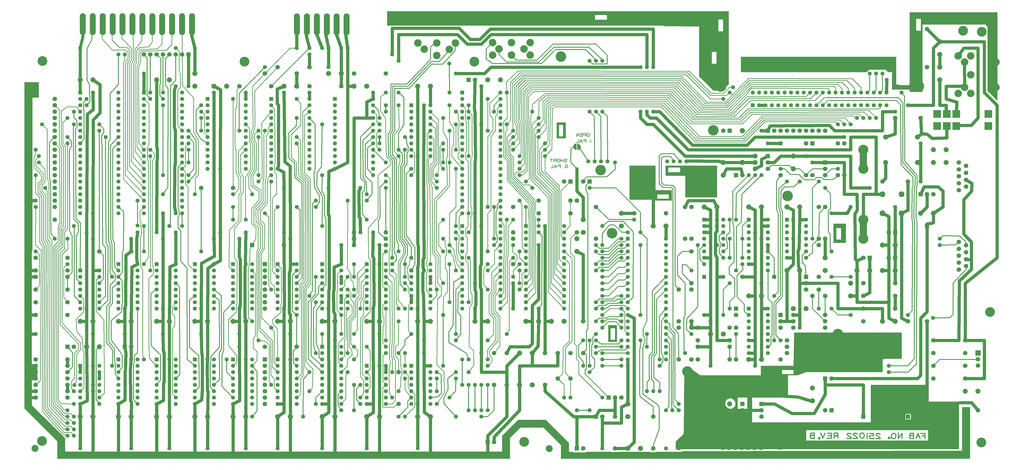
<source format=gbr>
G04 #@! TF.GenerationSoftware,KiCad,Pcbnew,5.1.4+dfsg1-1*
G04 #@! TF.CreationDate,2020-01-23T00:29:47+01:00*
G04 #@! TF.ProjectId,KU-14194HB-REV-B-KiCad,4b552d31-3431-4393-9448-422d5245562d,1.4*
G04 #@! TF.SameCoordinates,Original*
G04 #@! TF.FileFunction,Copper,L2,Bot*
G04 #@! TF.FilePolarity,Positive*
%FSLAX46Y46*%
G04 Gerber Fmt 4.6, Leading zero omitted, Abs format (unit mm)*
G04 Created by KiCad (PCBNEW 5.1.4+dfsg1-1) date 2020-01-23 00:29:47*
%MOMM*%
%LPD*%
G04 APERTURE LIST*
%ADD10C,0.100000*%
%ADD11C,1.600000*%
%ADD12R,1.600000X1.600000*%
%ADD13C,1.800000*%
%ADD14R,1.800000X1.800000*%
%ADD15C,2.000000*%
%ADD16R,3.100000X3.100000*%
%ADD17C,1.905000*%
%ADD18O,2.000000X1.905000*%
%ADD19O,2.410000X8.760000*%
%ADD20C,3.000000*%
%ADD21C,2.300000*%
%ADD22C,4.000000*%
%ADD23C,3.900000*%
%ADD24C,2.800000*%
%ADD25C,2.100000*%
%ADD26C,4.500000*%
%ADD27C,4.200000*%
%ADD28C,1.500000*%
%ADD29C,0.222000*%
%ADD30C,0.400000*%
%ADD31C,1.300000*%
%ADD32C,0.250000*%
%ADD33C,1.200000*%
%ADD34C,0.300000*%
%ADD35C,0.254000*%
%ADD36C,2.000000*%
%ADD37C,2.900000*%
%ADD38C,0.600000*%
G04 APERTURE END LIST*
D10*
G36*
X343500000Y-138750000D02*
G01*
X341600000Y-138750000D01*
X341600000Y-131200000D01*
X343500000Y-131200000D01*
X343500000Y-138750000D01*
G37*
X343500000Y-138750000D02*
X341600000Y-138750000D01*
X341600000Y-131200000D01*
X343500000Y-131200000D01*
X343500000Y-138750000D01*
G36*
X339700000Y-138750000D02*
G01*
X338600000Y-138750000D01*
X338600000Y-131200000D01*
X339700000Y-131200000D01*
X339700000Y-138750000D01*
G37*
X339700000Y-138750000D02*
X338600000Y-138750000D01*
X338600000Y-131200000D01*
X339700000Y-131200000D01*
X339700000Y-138750000D01*
G36*
X342250000Y-132850000D02*
G01*
X338900000Y-132850000D01*
X338900000Y-131200000D01*
X342250000Y-131200000D01*
X342250000Y-132850000D01*
G37*
X342250000Y-132850000D02*
X338900000Y-132850000D01*
X338900000Y-131200000D01*
X342250000Y-131200000D01*
X342250000Y-132850000D01*
G36*
X342250000Y-138750000D02*
G01*
X338900000Y-138750000D01*
X338900000Y-137550000D01*
X342250000Y-137550000D01*
X342250000Y-138750000D01*
G37*
X342250000Y-138750000D02*
X338900000Y-138750000D01*
X338900000Y-137550000D01*
X342250000Y-137550000D01*
X342250000Y-138750000D01*
G36*
X252100000Y-178300000D02*
G01*
X248750000Y-178300000D01*
X248750000Y-177600000D01*
X252100000Y-177600000D01*
X252100000Y-178300000D01*
G37*
X252100000Y-178300000D02*
X248750000Y-178300000D01*
X248750000Y-177600000D01*
X252100000Y-177600000D01*
X252100000Y-178300000D01*
G36*
X252100000Y-172900000D02*
G01*
X248750000Y-172900000D01*
X248750000Y-171700000D01*
X252100000Y-171700000D01*
X252100000Y-172900000D01*
G37*
X252100000Y-172900000D02*
X248750000Y-172900000D01*
X248750000Y-171700000D01*
X252100000Y-171700000D01*
X252100000Y-172900000D01*
G36*
X252100000Y-178300000D02*
G01*
X251450000Y-178300000D01*
X251450000Y-171700000D01*
X252100000Y-171700000D01*
X252100000Y-178300000D01*
G37*
X252100000Y-178300000D02*
X251450000Y-178300000D01*
X251450000Y-171700000D01*
X252100000Y-171700000D01*
X252100000Y-178300000D01*
G36*
X249550000Y-178300000D02*
G01*
X248750000Y-178300000D01*
X248750000Y-171700000D01*
X249550000Y-171700000D01*
X249550000Y-178300000D01*
G37*
X249550000Y-178300000D02*
X248750000Y-178300000D01*
X248750000Y-171700000D01*
X249550000Y-171700000D01*
X249550000Y-178300000D01*
G36*
X392210000Y-206790000D02*
G01*
X390110000Y-206790000D01*
X390110000Y-204690000D01*
X392210000Y-204690000D01*
X392210000Y-206790000D01*
G37*
G36*
X397290000Y-183930000D02*
G01*
X395190000Y-183930000D01*
X395190000Y-181830000D01*
X397290000Y-181830000D01*
X397290000Y-183930000D01*
G37*
G36*
X21590000Y-80800000D02*
G01*
X15850000Y-80800000D01*
X15850000Y-74612500D01*
X21590000Y-74612500D01*
X21590000Y-80800000D01*
G37*
G36*
X19050000Y-141922500D02*
G01*
X18732500Y-141922500D01*
X18732500Y-187325000D01*
X20320000Y-187325000D01*
X20320000Y-193675000D01*
X18732500Y-193675000D01*
X18732500Y-203835000D01*
X32067500Y-216852500D01*
X32067500Y-222250000D01*
X209550000Y-222250000D01*
X209550000Y-225107500D01*
X28892500Y-225107500D01*
X28892500Y-218122500D01*
X15850000Y-205050000D01*
X15850000Y-80327500D01*
X19050000Y-80327500D01*
X19050000Y-141922500D01*
G37*
G36*
X393065000Y-225107500D02*
G01*
X229870000Y-225107500D01*
X229870000Y-219710000D01*
X222885000Y-212725000D01*
X213677500Y-212725000D01*
X209550000Y-216852500D01*
X209550000Y-222567500D01*
X206375000Y-222567500D01*
X206375000Y-215900000D01*
X212725000Y-209550000D01*
X223837500Y-209550000D01*
X233045000Y-218757500D01*
X233045000Y-222363100D01*
X234621200Y-222363100D01*
X234950000Y-222567500D01*
X239712500Y-222567500D01*
X240007400Y-222374400D01*
X250021400Y-222374000D01*
X250339600Y-222475100D01*
X252498700Y-222474100D01*
X252953400Y-222379000D01*
X265321300Y-222364500D01*
X265665600Y-222485200D01*
X267745000Y-222485500D01*
X268155600Y-222352900D01*
X277971600Y-222354800D01*
X278300400Y-222113500D01*
X389890000Y-221932500D01*
X389890000Y-204470000D01*
X393065000Y-204470000D01*
X393065000Y-225107500D01*
G37*
G36*
X235928300Y-99320400D02*
G01*
X235928300Y-101503300D01*
X235943600Y-101518700D01*
X235497800Y-101357300D01*
X235167300Y-101111300D01*
X234975200Y-100780800D01*
X234867600Y-100212000D01*
X235090500Y-99797000D01*
X235367200Y-99451100D01*
X235651600Y-99305000D01*
X235897600Y-99289700D01*
X235928300Y-99320400D01*
G37*
G36*
X236987000Y-99474000D02*
G01*
X237317600Y-99720000D01*
X237509700Y-100050500D01*
X237617300Y-100619300D01*
X237394400Y-101034300D01*
X237117700Y-101380200D01*
X236833300Y-101526300D01*
X236587400Y-101541600D01*
X236556600Y-101510900D01*
X236556600Y-99328000D01*
X236541200Y-99312600D01*
X236987000Y-99474000D01*
G37*
D11*
X170180000Y-86360000D03*
X170180000Y-101600000D03*
X177800000Y-101600000D03*
X177800000Y-91440000D03*
X177800000Y-93980000D03*
X170180000Y-104140000D03*
X170180000Y-91440000D03*
X177800000Y-99060000D03*
X170180000Y-88900000D03*
X177800000Y-88900000D03*
X177800000Y-96520000D03*
X170180000Y-96520000D03*
X170180000Y-93980000D03*
X170180000Y-99060000D03*
D12*
X170180000Y-83820000D03*
D11*
X177800000Y-104140000D03*
X177800000Y-86360000D03*
X177800000Y-83820000D03*
X240779188Y-106290876D03*
X243319188Y-106290876D03*
X245859188Y-106290876D03*
X248399188Y-106290876D03*
X272259188Y-106290876D03*
X274799188Y-106290876D03*
X277339188Y-106290876D03*
X279879188Y-106290876D03*
D13*
X368300000Y-170180000D03*
D14*
X368300000Y-208280000D03*
D13*
X375920000Y-170180000D03*
D14*
X375920000Y-132080000D03*
D13*
X210820000Y-147320000D03*
X210820000Y-137160000D03*
X210820000Y-134620000D03*
X210820000Y-124460000D03*
D15*
X213360000Y-182880000D03*
X213360000Y-195580000D03*
X218440000Y-195580000D03*
X218440000Y-182880000D03*
D13*
X233680000Y-193040000D03*
X233680000Y-182880000D03*
X228600000Y-193040000D03*
X228600000Y-182880000D03*
X284480000Y-180340000D03*
X297180000Y-180340000D03*
X302260000Y-152400000D03*
X314960000Y-152400000D03*
X45720000Y-142240000D03*
X58420000Y-142240000D03*
X33020000Y-190500000D03*
X20320000Y-190500000D03*
X33020000Y-193040000D03*
X20320000Y-193040000D03*
X33020000Y-198120000D03*
X20320000Y-198120000D03*
X33020000Y-187960000D03*
X20320000Y-187960000D03*
X20320000Y-152400000D03*
X33020000Y-152400000D03*
X116840000Y-68580000D03*
X129540000Y-68580000D03*
X165100000Y-203200000D03*
X165100000Y-190500000D03*
X33020000Y-200660000D03*
X20320000Y-200660000D03*
X20320000Y-149860000D03*
X33020000Y-149860000D03*
X20320000Y-167640000D03*
X33020000Y-167640000D03*
X111760000Y-71120000D03*
X124460000Y-71120000D03*
X327660000Y-111760000D03*
X327660000Y-99060000D03*
X342900000Y-111760000D03*
X342900000Y-99060000D03*
X340360000Y-111760000D03*
X340360000Y-99060000D03*
X160020000Y-134620000D03*
X147320000Y-134620000D03*
X160020000Y-137160000D03*
X147320000Y-137160000D03*
X160020000Y-139700000D03*
X147320000Y-139700000D03*
X378460000Y-193040000D03*
X391160000Y-193040000D03*
X322580000Y-172720000D03*
X335280000Y-172720000D03*
X322580000Y-170180000D03*
X335280000Y-170180000D03*
X335280000Y-167640000D03*
X322580000Y-167640000D03*
X317500000Y-172720000D03*
X317500000Y-185420000D03*
X299720000Y-172720000D03*
X299720000Y-185420000D03*
X332740000Y-137160000D03*
X332740000Y-124460000D03*
X335280000Y-137160000D03*
X335280000Y-124460000D03*
X332740000Y-139700000D03*
X332740000Y-152400000D03*
X363220000Y-160020000D03*
X350520000Y-160020000D03*
X111760000Y-180340000D03*
X124460000Y-180340000D03*
X203200000Y-182880000D03*
X203200000Y-195580000D03*
X317500000Y-99060000D03*
X317500000Y-111760000D03*
X350520000Y-154940000D03*
X363220000Y-154940000D03*
X233680000Y-127000000D03*
X220980000Y-127000000D03*
X236220000Y-121920000D03*
X236220000Y-134620000D03*
X238760000Y-182880000D03*
X238760000Y-170180000D03*
D11*
X205740000Y-78740000D03*
X205740000Y-81280000D03*
X205740000Y-83820000D03*
X205740000Y-86360000D03*
X205740000Y-88900000D03*
X205740000Y-91440000D03*
X205740000Y-93980000D03*
X205740000Y-96520000D03*
X205740000Y-99060000D03*
X205740000Y-101600000D03*
X205740000Y-104140000D03*
X205740000Y-106680000D03*
X205740000Y-109220000D03*
X205740000Y-111760000D03*
X205740000Y-114300000D03*
X205740000Y-116840000D03*
X205740000Y-119380000D03*
X205740000Y-121920000D03*
X205740000Y-124460000D03*
X205740000Y-127000000D03*
X190500000Y-127000000D03*
X190500000Y-124460000D03*
X190500000Y-121920000D03*
X190500000Y-119380000D03*
X190500000Y-116840000D03*
X190500000Y-114300000D03*
X190500000Y-111760000D03*
X190500000Y-109220000D03*
X190500000Y-106680000D03*
X190500000Y-104140000D03*
X190500000Y-101600000D03*
X190500000Y-99060000D03*
X190500000Y-96520000D03*
X190500000Y-93980000D03*
X190500000Y-91440000D03*
X190500000Y-88900000D03*
X190500000Y-86360000D03*
X190500000Y-83820000D03*
X190500000Y-81280000D03*
D12*
X190500000Y-78740000D03*
D11*
X78740000Y-78740000D03*
X78740000Y-81280000D03*
X78740000Y-83820000D03*
X78740000Y-86360000D03*
X78740000Y-88900000D03*
X78740000Y-91440000D03*
X78740000Y-93980000D03*
X78740000Y-96520000D03*
X78740000Y-99060000D03*
X78740000Y-101600000D03*
X78740000Y-104140000D03*
X78740000Y-106680000D03*
X78740000Y-109220000D03*
X78740000Y-111760000D03*
X78740000Y-114300000D03*
X78740000Y-116840000D03*
X78740000Y-119380000D03*
X78740000Y-121920000D03*
X78740000Y-124460000D03*
X78740000Y-127000000D03*
X63500000Y-127000000D03*
X63500000Y-124460000D03*
X63500000Y-121920000D03*
X63500000Y-119380000D03*
X63500000Y-116840000D03*
X63500000Y-114300000D03*
X63500000Y-111760000D03*
X63500000Y-109220000D03*
X63500000Y-106680000D03*
X63500000Y-104140000D03*
X63500000Y-101600000D03*
X63500000Y-99060000D03*
X63500000Y-96520000D03*
X63500000Y-93980000D03*
X63500000Y-91440000D03*
X63500000Y-88900000D03*
X63500000Y-86360000D03*
X63500000Y-83820000D03*
X63500000Y-81280000D03*
D12*
X63500000Y-78740000D03*
D11*
X53340000Y-78740000D03*
X53340000Y-81280000D03*
X53340000Y-83820000D03*
X53340000Y-86360000D03*
X53340000Y-88900000D03*
X53340000Y-91440000D03*
X53340000Y-93980000D03*
X53340000Y-96520000D03*
X53340000Y-99060000D03*
X53340000Y-101600000D03*
X53340000Y-104140000D03*
X53340000Y-106680000D03*
X53340000Y-109220000D03*
X53340000Y-111760000D03*
X53340000Y-114300000D03*
X53340000Y-116840000D03*
X53340000Y-119380000D03*
X53340000Y-121920000D03*
X53340000Y-124460000D03*
X53340000Y-127000000D03*
X38100000Y-127000000D03*
X38100000Y-124460000D03*
X38100000Y-121920000D03*
X38100000Y-119380000D03*
X38100000Y-116840000D03*
X38100000Y-114300000D03*
X38100000Y-111760000D03*
X38100000Y-109220000D03*
X38100000Y-106680000D03*
X38100000Y-104140000D03*
X38100000Y-101600000D03*
X38100000Y-99060000D03*
X38100000Y-96520000D03*
X38100000Y-93980000D03*
X38100000Y-91440000D03*
X38100000Y-88900000D03*
X38100000Y-86360000D03*
X38100000Y-83820000D03*
X38100000Y-81280000D03*
D12*
X38100000Y-78740000D03*
D11*
X106680000Y-147320000D03*
X106680000Y-149860000D03*
X99060000Y-165100000D03*
X99060000Y-152400000D03*
X99060000Y-154940000D03*
X106680000Y-154940000D03*
X99060000Y-149860000D03*
X99060000Y-157480000D03*
X106680000Y-165100000D03*
X106680000Y-157480000D03*
D12*
X99060000Y-147320000D03*
D11*
X106680000Y-162560000D03*
X99060000Y-162560000D03*
X106680000Y-152400000D03*
X99060000Y-160020000D03*
X106680000Y-160020000D03*
X312420000Y-165100000D03*
X312420000Y-167640000D03*
X304800000Y-182880000D03*
X304800000Y-170180000D03*
X304800000Y-172720000D03*
X312420000Y-172720000D03*
X304800000Y-167640000D03*
X304800000Y-175260000D03*
X312420000Y-182880000D03*
X312420000Y-175260000D03*
D12*
X304800000Y-165100000D03*
D11*
X312420000Y-180340000D03*
X304800000Y-180340000D03*
X312420000Y-170180000D03*
X304800000Y-177800000D03*
X312420000Y-177800000D03*
X327660000Y-129540000D03*
X327660000Y-132080000D03*
X327660000Y-134620000D03*
X327660000Y-137160000D03*
X327660000Y-139700000D03*
X327660000Y-142240000D03*
X327660000Y-144780000D03*
X320040000Y-144780000D03*
X320040000Y-142240000D03*
X320040000Y-139700000D03*
X320040000Y-137160000D03*
X320040000Y-134620000D03*
X320040000Y-132080000D03*
D12*
X320040000Y-129540000D03*
D11*
X312420000Y-129540000D03*
X312420000Y-132080000D03*
X304800000Y-147320000D03*
X304800000Y-134620000D03*
X304800000Y-137160000D03*
X312420000Y-137160000D03*
X304800000Y-132080000D03*
X304800000Y-139700000D03*
X312420000Y-147320000D03*
X312420000Y-139700000D03*
D12*
X304800000Y-129540000D03*
D11*
X312420000Y-144780000D03*
X304800000Y-144780000D03*
X312420000Y-134620000D03*
X304800000Y-142240000D03*
X312420000Y-142240000D03*
X294640000Y-129540000D03*
X294640000Y-132080000D03*
X294640000Y-134620000D03*
X294640000Y-137160000D03*
X294640000Y-139700000D03*
X294640000Y-142240000D03*
X294640000Y-144780000D03*
X287020000Y-144780000D03*
X287020000Y-142240000D03*
X287020000Y-139700000D03*
X287020000Y-137160000D03*
X287020000Y-134620000D03*
X287020000Y-132080000D03*
D12*
X287020000Y-129540000D03*
D11*
X45720000Y-187960000D03*
X45720000Y-190500000D03*
X45720000Y-193040000D03*
X45720000Y-195580000D03*
X45720000Y-198120000D03*
X45720000Y-200660000D03*
X45720000Y-203200000D03*
X38100000Y-203200000D03*
X38100000Y-200660000D03*
X38100000Y-198120000D03*
X38100000Y-195580000D03*
X38100000Y-193040000D03*
X38100000Y-190500000D03*
D12*
X38100000Y-187960000D03*
D11*
X45720000Y-149860000D03*
X45720000Y-152400000D03*
X45720000Y-154940000D03*
X45720000Y-157480000D03*
X45720000Y-160020000D03*
X45720000Y-162560000D03*
X45720000Y-165100000D03*
X38100000Y-165100000D03*
X38100000Y-162560000D03*
X38100000Y-160020000D03*
X38100000Y-157480000D03*
X38100000Y-154940000D03*
X38100000Y-152400000D03*
D12*
X38100000Y-149860000D03*
D11*
X177800000Y-187960000D03*
X177800000Y-190500000D03*
X177800000Y-193040000D03*
X177800000Y-195580000D03*
X177800000Y-198120000D03*
X177800000Y-200660000D03*
X177800000Y-203200000D03*
X170180000Y-203200000D03*
X170180000Y-200660000D03*
X170180000Y-198120000D03*
X170180000Y-195580000D03*
X170180000Y-193040000D03*
X170180000Y-190500000D03*
D12*
X170180000Y-187960000D03*
D11*
X160020000Y-187960000D03*
X160020000Y-190500000D03*
X160020000Y-193040000D03*
X160020000Y-195580000D03*
X160020000Y-198120000D03*
X160020000Y-200660000D03*
X160020000Y-203200000D03*
X152400000Y-203200000D03*
X152400000Y-200660000D03*
X152400000Y-198120000D03*
X152400000Y-195580000D03*
X152400000Y-193040000D03*
X152400000Y-190500000D03*
D12*
X152400000Y-187960000D03*
D11*
X124460000Y-185420000D03*
X124460000Y-187960000D03*
X116840000Y-203200000D03*
X116840000Y-190500000D03*
X116840000Y-193040000D03*
X124460000Y-193040000D03*
X116840000Y-187960000D03*
X116840000Y-195580000D03*
X124460000Y-203200000D03*
X124460000Y-195580000D03*
D12*
X116840000Y-185420000D03*
D11*
X124460000Y-200660000D03*
X116840000Y-200660000D03*
X124460000Y-190500000D03*
X116840000Y-198120000D03*
X124460000Y-198120000D03*
X124460000Y-147320000D03*
X124460000Y-149860000D03*
X116840000Y-165100000D03*
X116840000Y-152400000D03*
X116840000Y-154940000D03*
X124460000Y-154940000D03*
X116840000Y-149860000D03*
X116840000Y-157480000D03*
X124460000Y-165100000D03*
X124460000Y-157480000D03*
D12*
X116840000Y-147320000D03*
D11*
X124460000Y-162560000D03*
X116840000Y-162560000D03*
X124460000Y-152400000D03*
X116840000Y-160020000D03*
X124460000Y-160020000D03*
D13*
X332740000Y-157480000D03*
X330200000Y-160020000D03*
X335280000Y-160020000D03*
X335280000Y-111760000D03*
X335280000Y-109220000D03*
D14*
X335280000Y-106680000D03*
D13*
X312420000Y-109220000D03*
X312420000Y-106680000D03*
D14*
X312420000Y-104140000D03*
D13*
X327660000Y-157480000D03*
X327660000Y-154940000D03*
D14*
X327660000Y-152400000D03*
D13*
X320040000Y-180340000D03*
X320040000Y-182880000D03*
X320040000Y-177800000D03*
D15*
X304800000Y-160020000D03*
X309880000Y-160020000D03*
X73660000Y-73660000D03*
X68580000Y-73660000D03*
X83820000Y-76200000D03*
X83820000Y-71120000D03*
X200660000Y-73660000D03*
X205740000Y-73660000D03*
X43180000Y-208280000D03*
X38100000Y-208280000D03*
X45720000Y-180340000D03*
X40640000Y-180340000D03*
X38100000Y-170180000D03*
X43180000Y-170180000D03*
X172720000Y-208280000D03*
X177800000Y-208280000D03*
X152400000Y-208280000D03*
X157480000Y-208280000D03*
X38100000Y-73660000D03*
X43180000Y-73660000D03*
X137160000Y-71120000D03*
X142240000Y-71120000D03*
X322580000Y-109220000D03*
X322580000Y-104140000D03*
X297180000Y-208280000D03*
X297180000Y-203200000D03*
X330200000Y-201930000D03*
X330200000Y-196850000D03*
X396240000Y-198120000D03*
X391160000Y-198120000D03*
X373380000Y-127000000D03*
X378460000Y-127000000D03*
X381000000Y-73660000D03*
X381000000Y-68580000D03*
X383540000Y-101600000D03*
X383540000Y-106680000D03*
X378460000Y-106680000D03*
X378460000Y-101600000D03*
X381000000Y-58420000D03*
X381000000Y-63500000D03*
X358140000Y-139700000D03*
X363220000Y-139700000D03*
X304800000Y-124460000D03*
X309880000Y-124460000D03*
X320040000Y-124460000D03*
X325120000Y-124460000D03*
X347980000Y-149860000D03*
X353060000Y-149860000D03*
X363220000Y-170180000D03*
X358140000Y-170180000D03*
X320040000Y-149860000D03*
X325120000Y-149860000D03*
X335280000Y-149860000D03*
X335280000Y-144780000D03*
D13*
X281940000Y-137160000D03*
X279400000Y-137160000D03*
X281940000Y-124460000D03*
X279400000Y-124460000D03*
D16*
X400376375Y-87295006D03*
X400376375Y-92125006D03*
X379966375Y-87295006D03*
X387586375Y-87295006D03*
X383776375Y-87295006D03*
X379966375Y-92125006D03*
X387586375Y-92125006D03*
X383776375Y-92125006D03*
D13*
X391460000Y-108065000D03*
X391460000Y-110835000D03*
X391460000Y-113605000D03*
X391460000Y-116375000D03*
X388620000Y-106680000D03*
X388620000Y-109450000D03*
X388620000Y-112220000D03*
X388620000Y-114990000D03*
X388620000Y-117760000D03*
X391460000Y-139815000D03*
X391460000Y-142585000D03*
X391460000Y-145355000D03*
X391460000Y-148125000D03*
X388620000Y-138430000D03*
X388620000Y-141200000D03*
X388620000Y-143970000D03*
X388620000Y-146740000D03*
X388620000Y-149510000D03*
D17*
X307340000Y-109220000D03*
D18*
X307340000Y-106680000D03*
X307340000Y-104140000D03*
D19*
X39116000Y-51435000D03*
X43076000Y-51435000D03*
X47036000Y-51435000D03*
X50996000Y-51435000D03*
X54956000Y-51435000D03*
X58916000Y-51435000D03*
X62876000Y-51435000D03*
X66836000Y-51435000D03*
X70796000Y-51435000D03*
X74756000Y-51435000D03*
X78716000Y-51435000D03*
X82676000Y-51435000D03*
D13*
X20320000Y-185420000D03*
X33020000Y-185420000D03*
X119380000Y-139700000D03*
D14*
X106680000Y-139700000D03*
D13*
X33020000Y-195580000D03*
X20320000Y-195580000D03*
D14*
X33020000Y-180340000D03*
D13*
X35560000Y-180340000D03*
D14*
X81280000Y-63500000D03*
D13*
X78740000Y-63500000D03*
X76200000Y-63500000D03*
X73660000Y-63500000D03*
X71120000Y-63500000D03*
X68580000Y-63500000D03*
X66040000Y-63500000D03*
X63500000Y-63500000D03*
D14*
X312420000Y-93980000D03*
D13*
X314960000Y-93980000D03*
X317500000Y-93980000D03*
X320040000Y-93980000D03*
X322580000Y-93980000D03*
X325120000Y-93980000D03*
X327660000Y-93980000D03*
X330200000Y-93980000D03*
X332740000Y-93980000D03*
X335280000Y-93980000D03*
D19*
X124538970Y-51460801D03*
X128498970Y-51460801D03*
X132458970Y-51460801D03*
X136418970Y-51460801D03*
X140378970Y-51460801D03*
X144338970Y-51460801D03*
D14*
X330200000Y-99060000D03*
D13*
X330200000Y-111760000D03*
D14*
X193040000Y-73660000D03*
D13*
X195580000Y-73660000D03*
D14*
X302260000Y-203200000D03*
D13*
X302260000Y-205740000D03*
X360680000Y-134620000D03*
D14*
X363220000Y-134620000D03*
D13*
X101600000Y-76200000D03*
X114300000Y-76200000D03*
X147320000Y-71120000D03*
X160020000Y-71120000D03*
X142240000Y-76200000D03*
X129540000Y-76200000D03*
X86360000Y-116840000D03*
X99060000Y-116840000D03*
X20320000Y-144780000D03*
X33020000Y-144780000D03*
X33020000Y-157480000D03*
X20320000Y-157480000D03*
X33020000Y-162560000D03*
X20320000Y-162560000D03*
X378460000Y-177800000D03*
X391160000Y-177800000D03*
X378460000Y-187960000D03*
X391160000Y-187960000D03*
X378460000Y-182880000D03*
X391160000Y-182880000D03*
X335280000Y-205740000D03*
D14*
X335280000Y-193040000D03*
X337820000Y-205740000D03*
D13*
X337820000Y-193040000D03*
X363220000Y-88900000D03*
X373380000Y-88900000D03*
X368300000Y-114300000D03*
X358140000Y-114300000D03*
X309880000Y-205740000D03*
X309880000Y-208280000D03*
D14*
X309880000Y-203200000D03*
X373380000Y-119380000D03*
D13*
X378460000Y-119380000D03*
X375920000Y-119380000D03*
X350520000Y-170180000D03*
D14*
X350520000Y-208280000D03*
X391160000Y-205740000D03*
D13*
X396240000Y-205740000D03*
X27940000Y-129540000D03*
X27940000Y-124460000D03*
X27940000Y-121920000D03*
X27940000Y-119380000D03*
X27940000Y-116840000D03*
X27940000Y-114300000D03*
X27940000Y-111760000D03*
X27940000Y-109220000D03*
X27940000Y-106680000D03*
X27940000Y-104140000D03*
X27940000Y-101600000D03*
X27940000Y-99060000D03*
X27940000Y-96520000D03*
X27940000Y-93980000D03*
X27940000Y-91440000D03*
X27940000Y-88900000D03*
X27940000Y-86360000D03*
X27940000Y-83820000D03*
X27940000Y-81280000D03*
D20*
X393375585Y-64102692D03*
X393375585Y-71602692D03*
X393375585Y-79102692D03*
X390875585Y-66602692D03*
X390875585Y-76602692D03*
X388375585Y-64102692D03*
X388375585Y-79102692D03*
X403375585Y-66602692D03*
X403375585Y-76602692D03*
X172798917Y-58908903D03*
X175298917Y-61408903D03*
X180298917Y-58908903D03*
X185298917Y-61448903D03*
X187798917Y-58908903D03*
X180298917Y-63908903D03*
X175298917Y-48908903D03*
X185298917Y-48908903D03*
D14*
X396240000Y-182775000D03*
D13*
X396240000Y-185315000D03*
X396240000Y-187855000D03*
D21*
X365760000Y-119380000D03*
X358140000Y-119380000D03*
X358140000Y-127000000D03*
X365760000Y-127000000D03*
D22*
X350520000Y-137160000D03*
X350520000Y-129540000D03*
X350520000Y-109220000D03*
X350520000Y-101600000D03*
D15*
X359410000Y-106680000D03*
X359410000Y-96520000D03*
X372110000Y-96520000D03*
X372110000Y-106680000D03*
D13*
X375920000Y-53340000D03*
X375920000Y-68580000D03*
X281940000Y-154940000D03*
X281940000Y-142240000D03*
X297180000Y-185420000D03*
X284480000Y-185420000D03*
X363220000Y-165100000D03*
X350520000Y-165100000D03*
D15*
X322580000Y-165100000D03*
X327660000Y-165100000D03*
D13*
X111760000Y-165100000D03*
X111760000Y-162560000D03*
X111760000Y-160020000D03*
X111760000Y-157480000D03*
X111760000Y-154940000D03*
X111760000Y-152400000D03*
X111760000Y-149860000D03*
D14*
X111760000Y-147320000D03*
X111760000Y-185420000D03*
D13*
X111760000Y-187960000D03*
X111760000Y-190500000D03*
X111760000Y-193040000D03*
X111760000Y-195580000D03*
X111760000Y-198120000D03*
X111760000Y-200660000D03*
X111760000Y-203200000D03*
D15*
X53340000Y-170180000D03*
X58420000Y-170180000D03*
X68580000Y-170180000D03*
X73660000Y-170180000D03*
X83820000Y-170180000D03*
X88900000Y-170180000D03*
X99060000Y-170180000D03*
X104140000Y-170180000D03*
X116840000Y-170180000D03*
X121920000Y-170180000D03*
X58420000Y-208280000D03*
X53340000Y-208280000D03*
X73660000Y-208280000D03*
X68580000Y-208280000D03*
X88900000Y-208280000D03*
X83820000Y-208280000D03*
X104140000Y-208280000D03*
X99060000Y-208280000D03*
X121920000Y-208280000D03*
X116840000Y-208280000D03*
X96520000Y-76200000D03*
X91440000Y-76200000D03*
X119380000Y-76200000D03*
X124460000Y-76200000D03*
X147320000Y-76200000D03*
X152400000Y-76200000D03*
X195580000Y-170180000D03*
X200660000Y-170180000D03*
D13*
X243840000Y-124460000D03*
X243840000Y-137160000D03*
D11*
X88900000Y-101600000D03*
X88900000Y-83820000D03*
X88900000Y-93980000D03*
X104140000Y-106680000D03*
X104140000Y-86360000D03*
X104140000Y-88900000D03*
X104140000Y-109220000D03*
X104140000Y-104140000D03*
X104140000Y-81280000D03*
X104140000Y-99060000D03*
X104140000Y-96520000D03*
X88900000Y-86360000D03*
X88900000Y-91440000D03*
D12*
X88900000Y-81280000D03*
D11*
X88900000Y-96520000D03*
X88900000Y-99060000D03*
X104140000Y-101600000D03*
X104140000Y-91440000D03*
X104140000Y-83820000D03*
X104140000Y-93980000D03*
X88900000Y-109220000D03*
X88900000Y-106680000D03*
X88900000Y-104140000D03*
X88900000Y-88900000D03*
X114300000Y-88900000D03*
X114300000Y-104140000D03*
X114300000Y-106680000D03*
X114300000Y-109220000D03*
X129540000Y-93980000D03*
X129540000Y-83820000D03*
X129540000Y-91440000D03*
X129540000Y-101600000D03*
X114300000Y-99060000D03*
X114300000Y-96520000D03*
D12*
X114300000Y-81280000D03*
D11*
X114300000Y-91440000D03*
X114300000Y-86360000D03*
X129540000Y-96520000D03*
X129540000Y-99060000D03*
X129540000Y-81280000D03*
X129540000Y-104140000D03*
X129540000Y-109220000D03*
X129540000Y-88900000D03*
X129540000Y-86360000D03*
X129540000Y-106680000D03*
X114300000Y-93980000D03*
X114300000Y-83820000D03*
X114300000Y-101600000D03*
X139700000Y-88900000D03*
X139700000Y-104140000D03*
X139700000Y-106680000D03*
X139700000Y-109220000D03*
X154940000Y-93980000D03*
X154940000Y-83820000D03*
X154940000Y-91440000D03*
X154940000Y-101600000D03*
X139700000Y-99060000D03*
X139700000Y-96520000D03*
D12*
X139700000Y-81280000D03*
D11*
X139700000Y-91440000D03*
X139700000Y-86360000D03*
X154940000Y-96520000D03*
X154940000Y-99060000D03*
X154940000Y-81280000D03*
X154940000Y-104140000D03*
X154940000Y-109220000D03*
X154940000Y-88900000D03*
X154940000Y-86360000D03*
X154940000Y-106680000D03*
X139700000Y-93980000D03*
X139700000Y-83820000D03*
X139700000Y-101600000D03*
X205740000Y-162560000D03*
X205740000Y-152400000D03*
X205740000Y-144780000D03*
X205740000Y-154940000D03*
X190500000Y-160020000D03*
X190500000Y-157480000D03*
X190500000Y-154940000D03*
X190500000Y-139700000D03*
X190500000Y-152400000D03*
X190500000Y-134620000D03*
X190500000Y-144780000D03*
X190500000Y-165100000D03*
X205740000Y-147320000D03*
X205740000Y-149860000D03*
X190500000Y-162560000D03*
X205740000Y-165100000D03*
X205740000Y-142240000D03*
X205740000Y-160020000D03*
X205740000Y-157480000D03*
X190500000Y-137160000D03*
X190500000Y-142240000D03*
D12*
X190500000Y-132080000D03*
D11*
X190500000Y-147320000D03*
X190500000Y-149860000D03*
X205740000Y-139700000D03*
X205740000Y-137160000D03*
X205740000Y-134620000D03*
X205740000Y-132080000D03*
D14*
X297180000Y-93980000D03*
D13*
X294640000Y-93980000D03*
X350520000Y-144780000D03*
D14*
X353060000Y-144780000D03*
X317500000Y-167640000D03*
D13*
X317500000Y-170180000D03*
X299720000Y-167640000D03*
D14*
X299720000Y-165100000D03*
D15*
X345440000Y-154940000D03*
X345440000Y-160020000D03*
X358140000Y-149860000D03*
X363220000Y-149860000D03*
D14*
X363220000Y-144780000D03*
D13*
X360680000Y-144780000D03*
D11*
X308940000Y-83820000D03*
D12*
X306400000Y-83820000D03*
D11*
X311480000Y-83820000D03*
X314020000Y-83820000D03*
X316560000Y-83820000D03*
X319100000Y-83820000D03*
X321640000Y-83820000D03*
X324180000Y-83820000D03*
X326720000Y-83820000D03*
X329260000Y-83820000D03*
X331800000Y-83820000D03*
X334340000Y-83820000D03*
X336880000Y-83820000D03*
X339420000Y-83820000D03*
X341960000Y-83820000D03*
X344500000Y-83820000D03*
X347040000Y-83820000D03*
X349580000Y-83820000D03*
X352120000Y-83820000D03*
X354660000Y-83820000D03*
X357200000Y-83820000D03*
X359740000Y-83820000D03*
X306400000Y-78740000D03*
X308940000Y-78740000D03*
X311480000Y-78740000D03*
X314020000Y-78740000D03*
X316560000Y-78740000D03*
X319100000Y-78740000D03*
X321640000Y-78740000D03*
X324180000Y-78740000D03*
X326720000Y-78740000D03*
X329260000Y-78740000D03*
X331800000Y-78740000D03*
X334340000Y-78740000D03*
X336880000Y-78740000D03*
X339420000Y-78740000D03*
X341960000Y-78740000D03*
X344500000Y-78740000D03*
X347040000Y-78740000D03*
X349580000Y-78740000D03*
X352120000Y-78740000D03*
X354660000Y-78740000D03*
X357200000Y-78740000D03*
X359740000Y-78740000D03*
D15*
X152400000Y-170180000D03*
X157480000Y-170180000D03*
D11*
X160020000Y-160020000D03*
X152400000Y-160020000D03*
X160020000Y-152400000D03*
X152400000Y-162560000D03*
X160020000Y-162560000D03*
D12*
X152400000Y-147320000D03*
D11*
X160020000Y-157480000D03*
X160020000Y-165100000D03*
X152400000Y-157480000D03*
X152400000Y-149860000D03*
X160020000Y-154940000D03*
X152400000Y-154940000D03*
X152400000Y-152400000D03*
X152400000Y-165100000D03*
X160020000Y-149860000D03*
X160020000Y-147320000D03*
D15*
X172720000Y-76200000D03*
X177800000Y-76200000D03*
D14*
X241300000Y-114300000D03*
D13*
X238760000Y-114300000D03*
X302260000Y-111760000D03*
D14*
X299720000Y-111760000D03*
D15*
X294640000Y-111760000D03*
X294640000Y-106680000D03*
X139700000Y-170180000D03*
X134620000Y-170180000D03*
X172720000Y-170180000D03*
X177800000Y-170180000D03*
D14*
X200660000Y-218440000D03*
D13*
X203200000Y-218440000D03*
D15*
X238760000Y-134620000D03*
X238760000Y-129540000D03*
X134620000Y-208280000D03*
X139700000Y-208280000D03*
X215900000Y-170180000D03*
X220980000Y-170180000D03*
X226060000Y-170180000D03*
X231140000Y-170180000D03*
X256540000Y-208280000D03*
X256540000Y-203200000D03*
X256540000Y-220980000D03*
X261620000Y-220980000D03*
X254000000Y-127000000D03*
X254000000Y-132080000D03*
D14*
X236220000Y-220980000D03*
D13*
X238760000Y-220980000D03*
D14*
X243840000Y-208280000D03*
D13*
X246380000Y-208280000D03*
D15*
X271780000Y-132080000D03*
X266700000Y-132080000D03*
D13*
X208280000Y-195580000D03*
X208280000Y-182880000D03*
X223520000Y-182880000D03*
X223520000Y-195580000D03*
X251460000Y-208280000D03*
X251460000Y-220980000D03*
X233680000Y-121920000D03*
X220980000Y-121920000D03*
X276860000Y-170180000D03*
X276860000Y-157480000D03*
X276860000Y-185420000D03*
X276860000Y-172720000D03*
X271780000Y-127000000D03*
X259080000Y-127000000D03*
X266700000Y-208280000D03*
X266700000Y-220980000D03*
D14*
X248920000Y-200660000D03*
D13*
X251460000Y-200660000D03*
X254000000Y-200660000D03*
D11*
X60960000Y-147320000D03*
X60960000Y-149860000D03*
X53340000Y-165100000D03*
X53340000Y-152400000D03*
X53340000Y-154940000D03*
X60960000Y-154940000D03*
X53340000Y-149860000D03*
X53340000Y-157480000D03*
X60960000Y-165100000D03*
X60960000Y-157480000D03*
D12*
X53340000Y-147320000D03*
D11*
X60960000Y-162560000D03*
X53340000Y-162560000D03*
X60960000Y-152400000D03*
X53340000Y-160020000D03*
X60960000Y-160020000D03*
X76200000Y-160020000D03*
X68580000Y-160020000D03*
X76200000Y-152400000D03*
X68580000Y-162560000D03*
X76200000Y-162560000D03*
D12*
X68580000Y-147320000D03*
D11*
X76200000Y-157480000D03*
X76200000Y-165100000D03*
X68580000Y-157480000D03*
X68580000Y-149860000D03*
X76200000Y-154940000D03*
X68580000Y-154940000D03*
X68580000Y-152400000D03*
X68580000Y-165100000D03*
X76200000Y-149860000D03*
X76200000Y-147320000D03*
X91440000Y-160020000D03*
X83820000Y-160020000D03*
X91440000Y-152400000D03*
X83820000Y-162560000D03*
X91440000Y-162560000D03*
D12*
X83820000Y-147320000D03*
D11*
X91440000Y-157480000D03*
X91440000Y-165100000D03*
X83820000Y-157480000D03*
X83820000Y-149860000D03*
X91440000Y-154940000D03*
X83820000Y-154940000D03*
X83820000Y-152400000D03*
X83820000Y-165100000D03*
X91440000Y-149860000D03*
X91440000Y-147320000D03*
D12*
X256540000Y-137160000D03*
D11*
X256540000Y-139700000D03*
X256540000Y-142240000D03*
X256540000Y-144780000D03*
X256540000Y-147320000D03*
X256540000Y-149860000D03*
X256540000Y-152400000D03*
X256540000Y-154940000D03*
X256540000Y-157480000D03*
X256540000Y-160020000D03*
X256540000Y-162560000D03*
X256540000Y-165100000D03*
X256540000Y-167640000D03*
X256540000Y-170180000D03*
X256540000Y-172720000D03*
X256540000Y-175260000D03*
X256540000Y-177800000D03*
X256540000Y-180340000D03*
X256540000Y-182880000D03*
X256540000Y-185420000D03*
X271780000Y-185420000D03*
X271780000Y-182880000D03*
X271780000Y-180340000D03*
X271780000Y-177800000D03*
X271780000Y-175260000D03*
X271780000Y-172720000D03*
X271780000Y-170180000D03*
X271780000Y-167640000D03*
X271780000Y-165100000D03*
X271780000Y-162560000D03*
X271780000Y-160020000D03*
X271780000Y-157480000D03*
X271780000Y-154940000D03*
X271780000Y-152400000D03*
X271780000Y-149860000D03*
X271780000Y-147320000D03*
X271780000Y-144780000D03*
X271780000Y-142240000D03*
X271780000Y-139700000D03*
X271780000Y-137160000D03*
X60960000Y-198120000D03*
X53340000Y-198120000D03*
X60960000Y-190500000D03*
X53340000Y-200660000D03*
X60960000Y-200660000D03*
D12*
X53340000Y-185420000D03*
D11*
X60960000Y-195580000D03*
X60960000Y-203200000D03*
X53340000Y-195580000D03*
X53340000Y-187960000D03*
X60960000Y-193040000D03*
X53340000Y-193040000D03*
X53340000Y-190500000D03*
X53340000Y-203200000D03*
X60960000Y-187960000D03*
X60960000Y-185420000D03*
X76200000Y-198120000D03*
X68580000Y-198120000D03*
X76200000Y-190500000D03*
X68580000Y-200660000D03*
X76200000Y-200660000D03*
D12*
X68580000Y-185420000D03*
D11*
X76200000Y-195580000D03*
X76200000Y-203200000D03*
X68580000Y-195580000D03*
X68580000Y-187960000D03*
X76200000Y-193040000D03*
X68580000Y-193040000D03*
X68580000Y-190500000D03*
X68580000Y-203200000D03*
X76200000Y-187960000D03*
X76200000Y-185420000D03*
X91440000Y-185420000D03*
X91440000Y-187960000D03*
X83820000Y-203200000D03*
X83820000Y-190500000D03*
X83820000Y-193040000D03*
X91440000Y-193040000D03*
X83820000Y-187960000D03*
X83820000Y-195580000D03*
X91440000Y-203200000D03*
X91440000Y-195580000D03*
D12*
X83820000Y-185420000D03*
D11*
X91440000Y-200660000D03*
X83820000Y-200660000D03*
X91440000Y-190500000D03*
X83820000Y-198120000D03*
X91440000Y-198120000D03*
X106680000Y-198120000D03*
X99060000Y-198120000D03*
X106680000Y-190500000D03*
X99060000Y-200660000D03*
X106680000Y-200660000D03*
D12*
X99060000Y-185420000D03*
D11*
X106680000Y-195580000D03*
X106680000Y-203200000D03*
X99060000Y-195580000D03*
X99060000Y-187960000D03*
X106680000Y-193040000D03*
X99060000Y-193040000D03*
X99060000Y-190500000D03*
X99060000Y-203200000D03*
X106680000Y-187960000D03*
X106680000Y-185420000D03*
X142240000Y-160020000D03*
X134620000Y-160020000D03*
X142240000Y-152400000D03*
X134620000Y-162560000D03*
X142240000Y-162560000D03*
D12*
X134620000Y-147320000D03*
D11*
X142240000Y-157480000D03*
X142240000Y-165100000D03*
X134620000Y-157480000D03*
X134620000Y-149860000D03*
X142240000Y-154940000D03*
X134620000Y-154940000D03*
X134620000Y-152400000D03*
X134620000Y-165100000D03*
X142240000Y-149860000D03*
X142240000Y-147320000D03*
D12*
X170180000Y-149860000D03*
D11*
X170180000Y-152400000D03*
X170180000Y-154940000D03*
X170180000Y-157480000D03*
X170180000Y-160020000D03*
X170180000Y-162560000D03*
X170180000Y-165100000D03*
X177800000Y-165100000D03*
X177800000Y-162560000D03*
X177800000Y-160020000D03*
X177800000Y-157480000D03*
X177800000Y-154940000D03*
X177800000Y-152400000D03*
X177800000Y-149860000D03*
X134620000Y-182880000D03*
X142240000Y-198120000D03*
X134620000Y-198120000D03*
X142240000Y-203200000D03*
X142240000Y-193040000D03*
X142240000Y-195580000D03*
X134620000Y-200660000D03*
X134620000Y-187960000D03*
X142240000Y-200660000D03*
X134620000Y-185420000D03*
X142240000Y-190500000D03*
X134620000Y-193040000D03*
X134620000Y-190500000D03*
X134620000Y-195580000D03*
D12*
X134620000Y-180340000D03*
D11*
X134620000Y-203200000D03*
X142240000Y-187960000D03*
X142240000Y-185420000D03*
X142240000Y-182880000D03*
X142240000Y-180340000D03*
X231140000Y-162560000D03*
X231140000Y-152400000D03*
X231140000Y-144780000D03*
X231140000Y-154940000D03*
X215900000Y-160020000D03*
X215900000Y-157480000D03*
X215900000Y-154940000D03*
X215900000Y-139700000D03*
X215900000Y-152400000D03*
X215900000Y-134620000D03*
X215900000Y-144780000D03*
X215900000Y-165100000D03*
X231140000Y-147320000D03*
X231140000Y-149860000D03*
X215900000Y-162560000D03*
X231140000Y-165100000D03*
X231140000Y-142240000D03*
X231140000Y-160020000D03*
X231140000Y-157480000D03*
X215900000Y-137160000D03*
X215900000Y-142240000D03*
D12*
X215900000Y-132080000D03*
D11*
X215900000Y-147320000D03*
X215900000Y-149860000D03*
X231140000Y-139700000D03*
X231140000Y-137160000D03*
X231140000Y-134620000D03*
X231140000Y-132080000D03*
D14*
X233680000Y-114300000D03*
D13*
X231140000Y-114300000D03*
X281940000Y-157480000D03*
X281940000Y-170180000D03*
D11*
X287020000Y-167640000D03*
D12*
X287020000Y-152400000D03*
D11*
X294640000Y-152400000D03*
X294640000Y-167640000D03*
D13*
X281940000Y-185420000D03*
X281940000Y-172720000D03*
D15*
X294640000Y-175260000D03*
X289560000Y-175260000D03*
D13*
X297180000Y-172720000D03*
X284480000Y-172720000D03*
X284480000Y-177800000D03*
X297180000Y-177800000D03*
D15*
X309880000Y-185420000D03*
X304800000Y-185420000D03*
X236220000Y-137160000D03*
X236220000Y-142240000D03*
D20*
X202609428Y-58796403D03*
X215109428Y-48796403D03*
X205109428Y-48796403D03*
X217609428Y-58796403D03*
X215109428Y-61336403D03*
X210109428Y-58796403D03*
X205109428Y-61296403D03*
X217609428Y-63796403D03*
X210109428Y-63796403D03*
X202609428Y-63796403D03*
D14*
X55880000Y-180340000D03*
D13*
X58420000Y-180340000D03*
D23*
X397573500Y-218630500D03*
X215201500Y-218376500D03*
X22860000Y-218059000D03*
X22987000Y-66167000D03*
X103632000Y-66421000D03*
X195326000Y-66421000D03*
D24*
X225171000Y-221107000D03*
X20002500Y-220980000D03*
D11*
X309880000Y-93980000D03*
D25*
X302260000Y-93980000D03*
D11*
X312420000Y-99060000D03*
X368300000Y-83820000D03*
X363220000Y-86360000D03*
X43180000Y-195580000D03*
X43180000Y-198120000D03*
X43180000Y-175260000D03*
X55880000Y-175260000D03*
X71120000Y-175260000D03*
X86360000Y-175260000D03*
X86360000Y-165100000D03*
X71120000Y-165100000D03*
X55880000Y-165100000D03*
X43180000Y-137160000D03*
X43180000Y-127000000D03*
X58420000Y-137160000D03*
X71120000Y-137160000D03*
X71120000Y-127000000D03*
X76200000Y-127000000D03*
X20320000Y-121920000D03*
X20320000Y-175260000D03*
X121920000Y-185420000D03*
X101600000Y-180340000D03*
X101600000Y-175260000D03*
X121920000Y-175260000D03*
X157480000Y-175260000D03*
X175260000Y-182880000D03*
X175260000Y-177800000D03*
X198120000Y-182880000D03*
X157480000Y-139700000D03*
X121920000Y-137160000D03*
X142240000Y-139700000D03*
X139700000Y-180340000D03*
X139700000Y-177800000D03*
X91440000Y-137160000D03*
X101600000Y-137160000D03*
X76200000Y-76200000D03*
X81280000Y-76200000D03*
X20320000Y-78740000D03*
X20320000Y-76200000D03*
X91440000Y-78740000D03*
X104140000Y-78740000D03*
X154940000Y-78740000D03*
X119380000Y-78740000D03*
X129540000Y-78740000D03*
X198120000Y-91440000D03*
X198120000Y-76200000D03*
X198120000Y-132080000D03*
X43180000Y-187960000D03*
X157480000Y-147320000D03*
X175260000Y-149860000D03*
X101600000Y-165100000D03*
X175260000Y-83820000D03*
X157480000Y-187960000D03*
X154940000Y-81280000D03*
D26*
X293624000Y-76200000D03*
D23*
X401002500Y-166497000D03*
X397700500Y-54483000D03*
D27*
X280289000Y-190246000D03*
D11*
X266700000Y-109220000D03*
X264160000Y-109220000D03*
X261620000Y-109220000D03*
X259080000Y-109220000D03*
X276860000Y-220980000D03*
X294397700Y-220879200D03*
X296937700Y-220879200D03*
X299477700Y-220879200D03*
X302017700Y-220879200D03*
X304557700Y-220879200D03*
X307097700Y-220879200D03*
X309637700Y-220879200D03*
X317386300Y-220784900D03*
D27*
X250287600Y-134974000D03*
D11*
X259080000Y-119380000D03*
X261620000Y-119380000D03*
X264160000Y-119380000D03*
X281940000Y-119380000D03*
X284480000Y-119380000D03*
X289560000Y-119380000D03*
X287020000Y-109220000D03*
X284480000Y-109220000D03*
X289560000Y-109220000D03*
D27*
X229886900Y-64342900D03*
X245666100Y-109729900D03*
X274981500Y-48828200D03*
D11*
X266700000Y-119380000D03*
X330200000Y-106680000D03*
X40640000Y-165100000D03*
X40640000Y-134620000D03*
X60960000Y-134620000D03*
X76200000Y-134620000D03*
X68580000Y-134620000D03*
X43180000Y-78740000D03*
X38100000Y-220980000D03*
X58420000Y-220980000D03*
X73660000Y-220980000D03*
X88900000Y-220980000D03*
X104140000Y-220980000D03*
X116840000Y-220980000D03*
X58420000Y-185420000D03*
X73660000Y-185420000D03*
X88813700Y-185323000D03*
X104140000Y-185420000D03*
X172720000Y-203200000D03*
X172720000Y-165100000D03*
X154940000Y-165100000D03*
X137160000Y-165100000D03*
X119380000Y-165100000D03*
X154940000Y-134620000D03*
X149860000Y-134620000D03*
X119380000Y-134620000D03*
X104140000Y-147320000D03*
X104140000Y-134620000D03*
X93980000Y-134620000D03*
X119380000Y-116840000D03*
X63500000Y-71120000D03*
X83820000Y-60960000D03*
X93980000Y-109220000D03*
X116840000Y-109220000D03*
X137160000Y-116840000D03*
X149860000Y-116840000D03*
X144780000Y-60960000D03*
X195580000Y-127000000D03*
X195580000Y-154940000D03*
X195580000Y-165100000D03*
X210820000Y-165100000D03*
X210820000Y-154940000D03*
X220980000Y-134620000D03*
X220980000Y-165100000D03*
X281940000Y-109220000D03*
D28*
X172720000Y-220980000D03*
D11*
X152400000Y-220980000D03*
X134620000Y-220980000D03*
X172720000Y-104140000D03*
X38100000Y-60960000D03*
X246380000Y-220980000D03*
X256540000Y-187960000D03*
X289560000Y-170180000D03*
X307340000Y-187960000D03*
X307340000Y-134620000D03*
X289560000Y-187960000D03*
D27*
X340360000Y-175260000D03*
X320308200Y-120046200D03*
D11*
X287020000Y-119380000D03*
X322580000Y-137160000D03*
X322580000Y-129540000D03*
D15*
X287020000Y-124460000D03*
D26*
X372491000Y-76200000D03*
D23*
X390271000Y-54038500D03*
D24*
X400621500Y-51181000D03*
D27*
X290621000Y-93787600D03*
D11*
X359780000Y-73660000D03*
X20320000Y-124460000D03*
X33020000Y-96520000D03*
X48260000Y-96520000D03*
X162560000Y-144780000D03*
X20320000Y-142240000D03*
X165100000Y-142240000D03*
X33020000Y-147320000D03*
X162560000Y-147320000D03*
X83820000Y-119380000D03*
X71120000Y-119380000D03*
X134620000Y-60960000D03*
X71120000Y-78740000D03*
X71120000Y-81280000D03*
X66040000Y-78740000D03*
X66040000Y-81280000D03*
X33020000Y-210820000D03*
X24130000Y-116840000D03*
X35560000Y-213360000D03*
X21590000Y-106680000D03*
X33020000Y-213360000D03*
X21590000Y-104140000D03*
X35560000Y-215900000D03*
X20320000Y-101600000D03*
X35560000Y-198120000D03*
X33020000Y-99060000D03*
X40640000Y-81280000D03*
X167640000Y-208280000D03*
X167640000Y-190500000D03*
X35732200Y-195669200D03*
X27940000Y-137160000D03*
X33020000Y-137160000D03*
X165100000Y-208280000D03*
X167640000Y-193040000D03*
X35560000Y-210820000D03*
X22860000Y-91440000D03*
X35560000Y-203200000D03*
X33020000Y-88900000D03*
X33020000Y-205740000D03*
X35560000Y-208280000D03*
X33020000Y-208280000D03*
X40640000Y-83820000D03*
X35560000Y-86360000D03*
X45720000Y-91440000D03*
X35560000Y-91440000D03*
X55880000Y-63500000D03*
X180340000Y-190500000D03*
X233680000Y-200660000D03*
X180340000Y-198120000D03*
X180340000Y-193040000D03*
X231140000Y-200660000D03*
X381000000Y-137160000D03*
X241300000Y-205740000D03*
X236220000Y-205740000D03*
X381000000Y-139700000D03*
X162560000Y-63500000D03*
X266700000Y-68580000D03*
X266700000Y-86360000D03*
X342900000Y-96520000D03*
X373380000Y-99060000D03*
X373380000Y-114300000D03*
X129540000Y-63500000D03*
X63500000Y-185420000D03*
X160020000Y-182880000D03*
X165100000Y-170180000D03*
X106680000Y-170180000D03*
X76200000Y-60960000D03*
X45720000Y-93980000D03*
X101600000Y-93980000D03*
X111760000Y-68580000D03*
X185420000Y-78740000D03*
X185295400Y-67122400D03*
X200660000Y-124460000D03*
X213360000Y-121920000D03*
X50800000Y-152400000D03*
X53340000Y-63500000D03*
X193040000Y-190500000D03*
X360680000Y-190500000D03*
X365760000Y-78740000D03*
X193040000Y-144780000D03*
X86360000Y-142240000D03*
X99060000Y-81280000D03*
X203200000Y-86360000D03*
X63500000Y-142240000D03*
X60945600Y-131968700D03*
X63500000Y-132080000D03*
X160020000Y-142240000D03*
X60960000Y-121920000D03*
X99060000Y-129540000D03*
X99060000Y-124460000D03*
X182880000Y-129540000D03*
X182880000Y-142240000D03*
X200660000Y-142240000D03*
X213360000Y-142240000D03*
X314960000Y-160020000D03*
X246380000Y-132080000D03*
X193040000Y-127000000D03*
X193040000Y-162560000D03*
X309880000Y-111760000D03*
X246380000Y-160020000D03*
X299720000Y-149860000D03*
X71120000Y-111760000D03*
X71120000Y-83820000D03*
X134620000Y-111760000D03*
X147320000Y-157480000D03*
X144780000Y-121920000D03*
X160020000Y-78740000D03*
X165100000Y-66040000D03*
X264160000Y-68580000D03*
X264160000Y-86360000D03*
X106680000Y-119380000D03*
X124460000Y-60960000D03*
X99060000Y-119380000D03*
X137160000Y-60960000D03*
X137160000Y-68580000D03*
X261620000Y-68580000D03*
X261620000Y-86360000D03*
X187960000Y-71120000D03*
X317500000Y-109220000D03*
X340360000Y-109220000D03*
X142240000Y-60960000D03*
X129540000Y-60960000D03*
X160020000Y-116840000D03*
X187960000Y-134620000D03*
X160020000Y-114300000D03*
X187960000Y-137160000D03*
X187960000Y-109220000D03*
X185420000Y-139700000D03*
X180340000Y-203200000D03*
X182880000Y-88900000D03*
X353060000Y-116840000D03*
X327660000Y-104140000D03*
D25*
X302260000Y-106680000D03*
D11*
X314960000Y-177800000D03*
X320040000Y-114300000D03*
X325120000Y-172720000D03*
X309880000Y-154940000D03*
X309880000Y-137160000D03*
X292100000Y-129540000D03*
X292100000Y-132080000D03*
X292100000Y-139700000D03*
D15*
X292100000Y-124460000D03*
D11*
X299720000Y-175260000D03*
X332740000Y-165100000D03*
X297180000Y-154940000D03*
X281940000Y-149860000D03*
X312420000Y-149860000D03*
X279400000Y-182880000D03*
X302260000Y-137160000D03*
X302260000Y-144780000D03*
X302260000Y-147320000D03*
X297180000Y-129540000D03*
X287020000Y-147320000D03*
X297180000Y-137160000D03*
X297180000Y-144780000D03*
X200660000Y-185420000D03*
X144780000Y-165100000D03*
X269240000Y-185420000D03*
X254000000Y-185420000D03*
X246380000Y-185420000D03*
X200660000Y-187960000D03*
X144780000Y-160020000D03*
X269240000Y-187960000D03*
X254000000Y-187960000D03*
X246380000Y-187960000D03*
X149860000Y-195580000D03*
X149860000Y-203200000D03*
X200660000Y-195580000D03*
X200660000Y-205740000D03*
X276860000Y-203200000D03*
X147320000Y-195580000D03*
X147320000Y-205740000D03*
X193040000Y-195580000D03*
X193040000Y-205740000D03*
X271780000Y-205740000D03*
X132080000Y-203200000D03*
X198120000Y-195580000D03*
X198120000Y-205740000D03*
X276860000Y-205740000D03*
X195580000Y-195580000D03*
X195580000Y-205740000D03*
X274320000Y-205740000D03*
X142240000Y-205740000D03*
X35560000Y-132080000D03*
X73660000Y-132080000D03*
X78740000Y-132080000D03*
X193040000Y-86360000D03*
X193040000Y-83820000D03*
X193040000Y-134620000D03*
X96520000Y-185420000D03*
X144780000Y-190500000D03*
X167640000Y-182880000D03*
X167640000Y-187960000D03*
X243840000Y-182880000D03*
X193040000Y-185420000D03*
X147320000Y-152400000D03*
X147320000Y-147320000D03*
X246380000Y-182880000D03*
X50800000Y-187960000D03*
X167640000Y-157480000D03*
X165100000Y-101600000D03*
X165100000Y-78740000D03*
X218440000Y-86360000D03*
X246380000Y-157480000D03*
X167640000Y-165100000D03*
X165100000Y-104140000D03*
X165100000Y-83820000D03*
X220980000Y-88900000D03*
X355600000Y-88900000D03*
X246380000Y-154940000D03*
X66040000Y-101600000D03*
X182880000Y-154940000D03*
X185420000Y-93980000D03*
X185420000Y-106680000D03*
X220980000Y-91440000D03*
X353060000Y-88900000D03*
X246380000Y-152400000D03*
X66040000Y-104140000D03*
X66040000Y-149860000D03*
X182880000Y-99060000D03*
X182880000Y-109220000D03*
X170180000Y-109220000D03*
X220980000Y-93980000D03*
X350520000Y-88900000D03*
X246380000Y-149860000D03*
X81280000Y-101600000D03*
X81280000Y-106680000D03*
X182880000Y-101600000D03*
X182880000Y-106680000D03*
X220980000Y-96520000D03*
X347980000Y-88900000D03*
X246380000Y-147320000D03*
X81280000Y-99060000D03*
X223520000Y-99060000D03*
X345440000Y-91440000D03*
X246380000Y-144780000D03*
X81280000Y-96520000D03*
X81280000Y-111760000D03*
X160020000Y-106680000D03*
X223520000Y-101600000D03*
X342900000Y-91440000D03*
X246380000Y-142240000D03*
X81280000Y-93980000D03*
X81280000Y-114300000D03*
X154940000Y-111760000D03*
X223520000Y-104140000D03*
X340360000Y-91440000D03*
X246380000Y-139700000D03*
X256540000Y-134620000D03*
X129540000Y-160020000D03*
X132080000Y-121920000D03*
X203200000Y-139700000D03*
X116840000Y-124460000D03*
X203200000Y-124460000D03*
X203200000Y-137160000D03*
X220980000Y-129540000D03*
X220980000Y-132080000D03*
X114300000Y-157480000D03*
X111760000Y-127000000D03*
X124460000Y-124460000D03*
X132080000Y-124460000D03*
X187960000Y-132080000D03*
X124460000Y-99060000D03*
X157480000Y-101600000D03*
X157480000Y-93980000D03*
X200660000Y-93980000D03*
X200660000Y-81280000D03*
X298537100Y-76600200D03*
X358140000Y-71120000D03*
X86360000Y-83820000D03*
X208280000Y-78740000D03*
X124460000Y-96520000D03*
X86360000Y-86360000D03*
X297180000Y-78740000D03*
X355600000Y-71120000D03*
X208280000Y-91440000D03*
X111760000Y-93980000D03*
X86360000Y-93980000D03*
X86360000Y-88900000D03*
X157480000Y-99060000D03*
X157480000Y-96520000D03*
X210820000Y-93980000D03*
X294640000Y-81280000D03*
X353060000Y-71120000D03*
X187960000Y-91440000D03*
X187960000Y-101600000D03*
X210820000Y-96520000D03*
X144780000Y-157480000D03*
X124460000Y-88900000D03*
X193040000Y-104140000D03*
X193040000Y-88900000D03*
X210820000Y-99060000D03*
X144780000Y-182880000D03*
X144780000Y-162560000D03*
X109220000Y-114300000D03*
X114300000Y-114300000D03*
X187960000Y-86360000D03*
X210820000Y-101600000D03*
X132080000Y-152400000D03*
X185420000Y-83820000D03*
X213360000Y-104140000D03*
X132080000Y-182880000D03*
X132080000Y-162560000D03*
X160020000Y-86360000D03*
X160020000Y-83820000D03*
X124460000Y-81280000D03*
X180340000Y-111760000D03*
X213360000Y-106680000D03*
X127000000Y-208280000D03*
X129540000Y-190500000D03*
X187960000Y-208280000D03*
X187960000Y-190500000D03*
X162560000Y-190500000D03*
X157480000Y-88900000D03*
X180340000Y-114300000D03*
X213360000Y-109220000D03*
X269240000Y-198120000D03*
X129540000Y-198120000D03*
X185420000Y-200660000D03*
X187960000Y-193040000D03*
X162560000Y-200660000D03*
X157480000Y-91440000D03*
X180340000Y-116840000D03*
X215900000Y-114300000D03*
X266700000Y-198120000D03*
X114300000Y-195580000D03*
X109220000Y-177800000D03*
X147320000Y-180340000D03*
X147320000Y-185420000D03*
X190500000Y-185420000D03*
X190500000Y-195580000D03*
X109220000Y-93980000D03*
X152400000Y-119380000D03*
X213360000Y-111760000D03*
X264160000Y-198120000D03*
X114300000Y-172720000D03*
X147320000Y-175260000D03*
X114300000Y-111760000D03*
X109220000Y-111760000D03*
X109220000Y-96520000D03*
X152400000Y-121920000D03*
X218440000Y-116840000D03*
X264160000Y-180340000D03*
X264160000Y-175260000D03*
X254000000Y-172720000D03*
X246380000Y-172720000D03*
X124460000Y-167640000D03*
X200660000Y-149860000D03*
X198120000Y-208280000D03*
X106680000Y-208280000D03*
X307340000Y-111760000D03*
X259080000Y-129540000D03*
X299720000Y-129540000D03*
X152400000Y-180340000D03*
X241300000Y-177800000D03*
X241300000Y-187960000D03*
X104140000Y-129540000D03*
X205740000Y-129540000D03*
X134620000Y-132080000D03*
X134620000Y-91440000D03*
X208280000Y-129540000D03*
X152400000Y-129540000D03*
X210820000Y-129540000D03*
X182880000Y-187960000D03*
X182880000Y-167640000D03*
X182880000Y-137160000D03*
X337820000Y-165100000D03*
X368300000Y-167640000D03*
X345440000Y-167640000D03*
X246380000Y-165100000D03*
X134620000Y-175260000D03*
X142240000Y-175260000D03*
X142240000Y-167640000D03*
X170180000Y-175260000D03*
X165100000Y-182880000D03*
X165100000Y-198120000D03*
X167640000Y-154940000D03*
X254000000Y-165100000D03*
X246380000Y-167640000D03*
X208280000Y-175260000D03*
X210820000Y-144780000D03*
X261620000Y-167640000D03*
X254000000Y-170180000D03*
X337820000Y-142240000D03*
X335280000Y-116840000D03*
X246380000Y-170180000D03*
X261620000Y-139700000D03*
X200660000Y-177800000D03*
X254000000Y-177800000D03*
X281940000Y-175260000D03*
X284480000Y-139700000D03*
X332740000Y-114300000D03*
X243840000Y-177800000D03*
X330200000Y-137160000D03*
X187960000Y-177800000D03*
X241300000Y-190500000D03*
X360680000Y-187960000D03*
X243840000Y-175260000D03*
X187960000Y-175260000D03*
X254000000Y-167640000D03*
X304800000Y-111760000D03*
X243840000Y-170180000D03*
X297180000Y-165100000D03*
X160020000Y-180340000D03*
X254000000Y-180340000D03*
X317500000Y-177800000D03*
X325120000Y-114300000D03*
X243840000Y-180340000D03*
X160020000Y-177800000D03*
X238760000Y-177800000D03*
X238760000Y-187960000D03*
X147320000Y-160020000D03*
X149860000Y-200660000D03*
X162560000Y-149860000D03*
X165100000Y-165100000D03*
X213360000Y-157480000D03*
X149860000Y-165100000D03*
X246380000Y-162560000D03*
X215900000Y-124460000D03*
X210820000Y-139700000D03*
X251460000Y-106680000D03*
X246380000Y-200660000D03*
X220980000Y-139700000D03*
X223520000Y-132080000D03*
X241300000Y-116840000D03*
X271780000Y-220980000D03*
X261620000Y-134620000D03*
X33020000Y-215900000D03*
X20320000Y-111760000D03*
X337820000Y-152400000D03*
X345440000Y-152400000D03*
X378290600Y-168828800D03*
X254000000Y-160020000D03*
X243840000Y-162560000D03*
X254000000Y-162560000D03*
X243840000Y-165100000D03*
X167640000Y-147320000D03*
X167640000Y-152400000D03*
X167640000Y-101600000D03*
X200660000Y-147320000D03*
X200660000Y-157480000D03*
X243840000Y-149860000D03*
X254000000Y-144780000D03*
X170180000Y-144780000D03*
X167640000Y-96520000D03*
X213360000Y-154940000D03*
X213360000Y-149860000D03*
X243840000Y-147320000D03*
X254000000Y-142240000D03*
X180340000Y-157480000D03*
X243840000Y-142240000D03*
X254000000Y-139700000D03*
X210820000Y-152400000D03*
X213360000Y-147320000D03*
X243840000Y-139700000D03*
X254000000Y-137160000D03*
X160020000Y-111760000D03*
X170180000Y-111760000D03*
X144780000Y-152400000D03*
X261620000Y-177800000D03*
X337820000Y-127000000D03*
X345440000Y-124460000D03*
X363220000Y-124460000D03*
X243840000Y-86360000D03*
X243840000Y-66040000D03*
X246380000Y-86360000D03*
X246380000Y-66040000D03*
X241300000Y-86360000D03*
X241300000Y-66040000D03*
X187960000Y-149860000D03*
X63500000Y-147320000D03*
X185420000Y-142240000D03*
X185420000Y-162560000D03*
X185420000Y-147320000D03*
X177800000Y-147320000D03*
D29*
X232216400Y-106236500D02*
X232091900Y-106392000D01*
X232091900Y-106392000D02*
X231843000Y-106469800D01*
X231843000Y-106469800D02*
X231594100Y-106469800D01*
X231594100Y-106469800D02*
X231345200Y-106392000D01*
X231345200Y-106392000D02*
X231220800Y-106236500D01*
X231220800Y-106236500D02*
X231220800Y-106080900D01*
X231220800Y-106080900D02*
X231345200Y-105925400D01*
X231345200Y-105925400D02*
X231594100Y-105847600D01*
X231594100Y-105847600D02*
X231843000Y-105847600D01*
X231843000Y-105847600D02*
X232091900Y-105769800D01*
X232091900Y-105769800D02*
X232216400Y-105614300D01*
X232216400Y-105614300D02*
X232216400Y-105458700D01*
X232216400Y-105458700D02*
X232091900Y-105303200D01*
X232091900Y-105303200D02*
X231843000Y-105225400D01*
X231843000Y-105225400D02*
X231594100Y-105225400D01*
X231594100Y-105225400D02*
X231345200Y-105303200D01*
X231345200Y-105303200D02*
X231220800Y-105458700D01*
X230785200Y-106469800D02*
X230785200Y-105225400D01*
X229789600Y-106469800D02*
X229789600Y-105225400D01*
X230785200Y-105847600D02*
X229789600Y-105847600D01*
X228358400Y-105458700D02*
X228358400Y-106236500D01*
X228358400Y-106236500D02*
X228482800Y-106392000D01*
X228482800Y-106392000D02*
X228731700Y-106469800D01*
X228731700Y-106469800D02*
X228980600Y-106469800D01*
X228980600Y-106469800D02*
X229229500Y-106392000D01*
X229229500Y-106392000D02*
X229354000Y-106236500D01*
X229354000Y-106236500D02*
X229354000Y-105458700D01*
X229354000Y-105458700D02*
X229229500Y-105303200D01*
X229229500Y-105303200D02*
X228980600Y-105225400D01*
X228980600Y-105225400D02*
X228731700Y-105225400D01*
X228731700Y-105225400D02*
X228482800Y-105303200D01*
X228482800Y-105303200D02*
X228358400Y-105458700D01*
X227425000Y-105847600D02*
X227051600Y-106003200D01*
X227051600Y-106003200D02*
X226927200Y-106158700D01*
X226927200Y-106158700D02*
X226927200Y-106469800D01*
X227922800Y-106469800D02*
X227922800Y-105225400D01*
X227922800Y-105225400D02*
X227300500Y-105225400D01*
X227300500Y-105225400D02*
X227051600Y-105303200D01*
X227051600Y-105303200D02*
X226927200Y-105458700D01*
X226927200Y-105458700D02*
X226927200Y-105614300D01*
X226927200Y-105614300D02*
X227051600Y-105769800D01*
X227051600Y-105769800D02*
X227300500Y-105847600D01*
X227300500Y-105847600D02*
X227922800Y-105847600D01*
X225993800Y-106469800D02*
X225993800Y-105225400D01*
X226491600Y-105225400D02*
X225496000Y-105225400D01*
X230584200Y-108835500D02*
X230584200Y-108835500D01*
X229688100Y-108835500D02*
X229688100Y-107591100D01*
X229688100Y-107591100D02*
X229065900Y-107591100D01*
X229065900Y-107591100D02*
X228817000Y-107668900D01*
X228817000Y-107668900D02*
X228692600Y-107824400D01*
X228692600Y-107824400D02*
X228692600Y-107980000D01*
X228692600Y-107980000D02*
X228817000Y-108135500D01*
X228817000Y-108135500D02*
X229065900Y-108213300D01*
X229065900Y-108213300D02*
X229688100Y-108213300D01*
X228256900Y-108835500D02*
X227634700Y-107591100D01*
X227634700Y-107591100D02*
X227012400Y-108835500D01*
X228008000Y-108368900D02*
X227261400Y-108368900D01*
X226576900Y-107591100D02*
X226576900Y-108835500D01*
X226576900Y-108835500D02*
X225705800Y-108835500D01*
X240239800Y-95267000D02*
X240239800Y-96044800D01*
X240239800Y-96044800D02*
X240364200Y-96200300D01*
X240364200Y-96200300D02*
X240613100Y-96278100D01*
X240613100Y-96278100D02*
X240862000Y-96278100D01*
X240862000Y-96278100D02*
X241110800Y-96200300D01*
X241110800Y-96200300D02*
X241235300Y-96044800D01*
X241235300Y-96044800D02*
X241235300Y-95267000D01*
X241235300Y-95267000D02*
X241110800Y-95111400D01*
X241110800Y-95111400D02*
X240862000Y-95033700D01*
X240862000Y-95033700D02*
X240613100Y-95033700D01*
X240613100Y-95033700D02*
X240364200Y-95111400D01*
X240364200Y-95111400D02*
X240239800Y-95267000D01*
X239804100Y-96278100D02*
X239804100Y-95033700D01*
X239804100Y-95033700D02*
X239181900Y-95033700D01*
X239181900Y-95033700D02*
X238933000Y-95111400D01*
X238933000Y-95111400D02*
X238808600Y-95267000D01*
X238808600Y-95267000D02*
X238808600Y-95422500D01*
X238808600Y-95422500D02*
X238933000Y-95578100D01*
X238933000Y-95578100D02*
X239181900Y-95655900D01*
X239181900Y-95655900D02*
X239804100Y-95655900D01*
X237501800Y-96278100D02*
X238372900Y-96278100D01*
X238372900Y-96278100D02*
X238372900Y-95033700D01*
X238372900Y-95033700D02*
X237501800Y-95033700D01*
X238372900Y-95655900D02*
X237501800Y-95655900D01*
X237066200Y-96278100D02*
X237066200Y-95033700D01*
X237066200Y-95033700D02*
X236070600Y-96278100D01*
X236070600Y-96278100D02*
X236070600Y-95033700D01*
X241667000Y-98723000D02*
X241667000Y-97478600D01*
X240770900Y-98723000D02*
X240770900Y-98723000D01*
X239874800Y-98723000D02*
X239874800Y-97478600D01*
X239874800Y-97478600D02*
X239252600Y-97478600D01*
X239252600Y-97478600D02*
X239003700Y-97556400D01*
X239003700Y-97556400D02*
X238879200Y-97711900D01*
X238879200Y-97711900D02*
X238879200Y-97867500D01*
X238879200Y-97867500D02*
X239003700Y-98023000D01*
X239003700Y-98023000D02*
X239252600Y-98100800D01*
X239252600Y-98100800D02*
X239874800Y-98100800D01*
X238443600Y-98723000D02*
X237821400Y-97478600D01*
X237821400Y-97478600D02*
X237199100Y-98723000D01*
X238194700Y-98256400D02*
X237448000Y-98256400D01*
X236763600Y-97478600D02*
X236763600Y-98723000D01*
X236763600Y-98723000D02*
X235892500Y-98723000D01*
D30*
X375041500Y-216998500D02*
X375053600Y-214962000D01*
X375053600Y-214962000D02*
X373419500Y-214949800D01*
X373895100Y-215974200D02*
X375029300Y-215986300D01*
X373078000Y-217035100D02*
X372297600Y-214925400D01*
X372297600Y-214925400D02*
X371456100Y-216962000D01*
X372700000Y-216181500D02*
X371822000Y-216181500D01*
X370480500Y-216925400D02*
X370480500Y-214913200D01*
X370480500Y-214913200D02*
X369468300Y-214901000D01*
X369468300Y-214901000D02*
X369139000Y-215023000D01*
X369139000Y-215023000D02*
X368956100Y-215352200D01*
X368956100Y-215352200D02*
X369055000Y-215685600D01*
X369055000Y-215685600D02*
X369285400Y-215815600D01*
X369285400Y-215815600D02*
X370382900Y-215827800D01*
X370382900Y-215827800D02*
X369273200Y-215840000D01*
X369273200Y-215840000D02*
X368984300Y-216052800D01*
X368984300Y-216052800D02*
X368882900Y-216352200D01*
X368882900Y-216352200D02*
X368895100Y-216693700D01*
X368895100Y-216693700D02*
X369114600Y-216913200D01*
X369114600Y-216913200D02*
X369407300Y-217022900D01*
X369407300Y-217022900D02*
X370492700Y-217010700D01*
X365931700Y-216962000D02*
X365907300Y-214949800D01*
X365907300Y-214949800D02*
X364341900Y-216955300D01*
X364341900Y-216955300D02*
X364346400Y-214845600D01*
X362687800Y-214925400D02*
X363041500Y-215071700D01*
X363041500Y-215071700D02*
X363334200Y-215315600D01*
X363334200Y-215315600D02*
X363456100Y-215644900D01*
X363456100Y-215644900D02*
X363480500Y-216108300D01*
X363480500Y-216108300D02*
X363382900Y-216486300D01*
X363382900Y-216486300D02*
X363212200Y-216815600D01*
X363212200Y-216815600D02*
X362882900Y-217022900D01*
X362882900Y-217022900D02*
X362395100Y-217059500D01*
X362395100Y-217059500D02*
X362078000Y-216974200D01*
X362078000Y-216974200D02*
X361834200Y-216754600D01*
X361834200Y-216754600D02*
X361699400Y-216522100D01*
X361699400Y-216522100D02*
X361677000Y-216233100D01*
X361677000Y-216233100D02*
X361683100Y-215885500D01*
X361683100Y-215885500D02*
X361748800Y-215547300D01*
X361748800Y-215547300D02*
X361931700Y-215230200D01*
X361931700Y-215230200D02*
X362187800Y-215035100D01*
X362187800Y-215035100D02*
X362541500Y-214913200D01*
X362541500Y-214913200D02*
X362639000Y-214925400D01*
X360839200Y-216486200D02*
X360984000Y-216555900D01*
X360984000Y-216555900D02*
X361056800Y-216695300D01*
X361056800Y-216695300D02*
X361039700Y-216814800D01*
X361039700Y-216814800D02*
X360984200Y-216938600D01*
X360984200Y-216938600D02*
X360894600Y-217011200D01*
X360894600Y-217011200D02*
X360775100Y-217019700D01*
X360775100Y-217019700D02*
X360634300Y-217011200D01*
X360634300Y-217011200D02*
X360536100Y-216942900D01*
X360536100Y-216942900D02*
X360480600Y-216866000D01*
X360480600Y-216866000D02*
X360438000Y-216780700D01*
X360438000Y-216780700D02*
X360438000Y-216699600D01*
X360438000Y-216699600D02*
X360446500Y-216618500D01*
X360446500Y-216618500D02*
X360514800Y-216520300D01*
X360514800Y-216520300D02*
X360570200Y-216499000D01*
X360570200Y-216499000D02*
X360668400Y-216473400D01*
X360668400Y-216473400D02*
X360758000Y-216473400D01*
X360758000Y-216473400D02*
X360886100Y-216516100D01*
X360886100Y-216516100D02*
X360817800Y-216712400D01*
X360817800Y-216712400D02*
X360766600Y-216729500D01*
X357111800Y-215310600D02*
X356878700Y-215133000D01*
X356878700Y-215133000D02*
X356623400Y-215022000D01*
X356623400Y-215022000D02*
X356318200Y-214999800D01*
X356318200Y-214999800D02*
X356118400Y-214983200D01*
X356118400Y-214983200D02*
X355896400Y-214999800D01*
X355896400Y-214999800D02*
X355724400Y-215077500D01*
X355724400Y-215077500D02*
X355635600Y-215221800D01*
X355635600Y-215221800D02*
X355607900Y-215393800D01*
X355607900Y-215393800D02*
X355602300Y-215532600D01*
X355602300Y-215532600D02*
X355646700Y-215632400D01*
X355646700Y-215632400D02*
X355746600Y-215765600D01*
X355746600Y-215765600D02*
X355990800Y-215926600D01*
X355990800Y-215926600D02*
X356301600Y-216087500D01*
X356301600Y-216087500D02*
X356545700Y-216226200D01*
X356545700Y-216226200D02*
X356745500Y-216348300D01*
X356745500Y-216348300D02*
X356878700Y-216470400D01*
X356878700Y-216470400D02*
X357000800Y-216620200D01*
X357000800Y-216620200D02*
X357089600Y-216753400D01*
X357089600Y-216753400D02*
X357145000Y-216870000D01*
X357145000Y-216870000D02*
X357161700Y-216931000D01*
X357161700Y-216931000D02*
X357161700Y-216986500D01*
X357161700Y-216986500D02*
X355430300Y-216975400D01*
X353003000Y-215008800D02*
X354467700Y-214987200D01*
X354467700Y-214987200D02*
X354474900Y-215932400D01*
X354474900Y-215932400D02*
X354222400Y-215838600D01*
X354222400Y-215838600D02*
X353883200Y-215816900D01*
X353883200Y-215816900D02*
X353327700Y-215816900D01*
X353327700Y-215816900D02*
X353147300Y-215881800D01*
X353147300Y-215881800D02*
X353003000Y-216055000D01*
X353003000Y-216055000D02*
X352902000Y-216257000D01*
X352902000Y-216257000D02*
X352894800Y-216459000D01*
X352894800Y-216459000D02*
X352967000Y-216661100D01*
X352967000Y-216661100D02*
X353068000Y-216798200D01*
X353068000Y-216798200D02*
X353169000Y-216906400D01*
X353169000Y-216906400D02*
X353363800Y-217029000D01*
X353363800Y-217029000D02*
X353717300Y-217057900D01*
X353717300Y-217057900D02*
X354070800Y-217072300D01*
X354070800Y-217072300D02*
X354316200Y-217021800D01*
X354316200Y-217021800D02*
X354511000Y-216913600D01*
X354511000Y-216913600D02*
X354619200Y-216812600D01*
X351978500Y-214871800D02*
X351928000Y-217021800D01*
X348051500Y-215229200D02*
X347818400Y-215051600D01*
X347818400Y-215051600D02*
X347563200Y-214940700D01*
X347563200Y-214940700D02*
X347257900Y-214918500D01*
X347257900Y-214918500D02*
X347058200Y-214901800D01*
X347058200Y-214901800D02*
X346836200Y-214918500D01*
X346836200Y-214918500D02*
X346664200Y-214996200D01*
X346664200Y-214996200D02*
X346575400Y-215140400D01*
X346575400Y-215140400D02*
X346547600Y-215312500D01*
X346547600Y-215312500D02*
X346542000Y-215451200D01*
X346542000Y-215451200D02*
X346586400Y-215551100D01*
X346586400Y-215551100D02*
X346686400Y-215684300D01*
X346686400Y-215684300D02*
X346930500Y-215845200D01*
X346930500Y-215845200D02*
X347241300Y-216006100D01*
X347241300Y-216006100D02*
X347485400Y-216144900D01*
X347485400Y-216144900D02*
X347685200Y-216267000D01*
X347685200Y-216267000D02*
X347818400Y-216389000D01*
X347818400Y-216389000D02*
X347940500Y-216538900D01*
X347940500Y-216538900D02*
X348029300Y-216672100D01*
X348029300Y-216672100D02*
X348084800Y-216788600D01*
X348084800Y-216788600D02*
X348101400Y-216849600D01*
X348101400Y-216849600D02*
X348101400Y-216905100D01*
X348101400Y-216905100D02*
X346370000Y-216894000D01*
X345579200Y-215260900D02*
X345346200Y-215083300D01*
X345346200Y-215083300D02*
X345090900Y-214972400D01*
X345090900Y-214972400D02*
X344785700Y-214950200D01*
X344785700Y-214950200D02*
X344585900Y-214933500D01*
X344585900Y-214933500D02*
X344363900Y-214950200D01*
X344363900Y-214950200D02*
X344191900Y-215027800D01*
X344191900Y-215027800D02*
X344103100Y-215172100D01*
X344103100Y-215172100D02*
X344075400Y-215344200D01*
X344075400Y-215344200D02*
X344069800Y-215482900D01*
X344069800Y-215482900D02*
X344114200Y-215582800D01*
X344114200Y-215582800D02*
X344214100Y-215716000D01*
X344214100Y-215716000D02*
X344458300Y-215876900D01*
X344458300Y-215876900D02*
X344769000Y-216037800D01*
X344769000Y-216037800D02*
X345013200Y-216176600D01*
X345013200Y-216176600D02*
X345213000Y-216298600D01*
X345213000Y-216298600D02*
X345346200Y-216420700D01*
X345346200Y-216420700D02*
X345468200Y-216570600D01*
X345468200Y-216570600D02*
X345557000Y-216703800D01*
X345557000Y-216703800D02*
X345612500Y-216820300D01*
X345612500Y-216820300D02*
X345629200Y-216881300D01*
X345629200Y-216881300D02*
X345629200Y-216936800D01*
X345629200Y-216936800D02*
X343897800Y-216925700D01*
X332916000Y-216658200D02*
X333108000Y-216705200D01*
X333108000Y-216705200D02*
X333133600Y-216867400D01*
X333133600Y-216867400D02*
X333116600Y-216986900D01*
X333116600Y-216986900D02*
X333061100Y-217110600D01*
X333061100Y-217110600D02*
X332971400Y-217183200D01*
X332971400Y-217183200D02*
X332852000Y-217191700D01*
X332852000Y-217191700D02*
X332711100Y-217183200D01*
X332711100Y-217183200D02*
X332612900Y-217114900D01*
X332612900Y-217114900D02*
X332557400Y-217038100D01*
X332557400Y-217038100D02*
X332514800Y-216952700D01*
X332514800Y-216952700D02*
X332514800Y-216871600D01*
X332514800Y-216871600D02*
X332523300Y-216790500D01*
X332523300Y-216790500D02*
X332591600Y-216692400D01*
X332591600Y-216692400D02*
X332647100Y-216671000D01*
X332647100Y-216671000D02*
X332745200Y-216645400D01*
X332745200Y-216645400D02*
X332834900Y-216645400D01*
X332834900Y-216645400D02*
X332962900Y-216688100D01*
X332962900Y-216688100D02*
X332894600Y-216884400D01*
X332894600Y-216884400D02*
X332843400Y-216901500D01*
X350024000Y-214821600D02*
X350173300Y-214821600D01*
X350173300Y-214821600D02*
X350403800Y-214872900D01*
X350403800Y-214872900D02*
X350566000Y-215026500D01*
X350566000Y-215026500D02*
X350698300Y-215235600D01*
X350698300Y-215235600D02*
X350830600Y-215555800D01*
X350830600Y-215555800D02*
X350843400Y-215730700D01*
X350843400Y-215730700D02*
X350834900Y-216025200D01*
X350834900Y-216025200D02*
X350787900Y-216191700D01*
X350787900Y-216191700D02*
X350668400Y-216435000D01*
X350668400Y-216435000D02*
X350557400Y-216567300D01*
X350557400Y-216567300D02*
X350433700Y-216686800D01*
X350433700Y-216686800D02*
X350339800Y-216793500D01*
X350339800Y-216793500D02*
X350173300Y-216861800D01*
X350173300Y-216861800D02*
X349951400Y-216870300D01*
X349951400Y-216870300D02*
X349746500Y-216840400D01*
X349746500Y-216840400D02*
X349588600Y-216780700D01*
X349588600Y-216780700D02*
X349353900Y-216597200D01*
X349353900Y-216597200D02*
X349230100Y-216456300D01*
X349230100Y-216456300D02*
X349106300Y-216255700D01*
X349106300Y-216255700D02*
X349050800Y-216093500D01*
X349050800Y-216093500D02*
X349038000Y-215897200D01*
X349038000Y-215897200D02*
X349050800Y-215709400D01*
X349050800Y-215709400D02*
X349097800Y-215513100D01*
X349097800Y-215513100D02*
X349178900Y-215286900D01*
X349178900Y-215286900D02*
X349260000Y-215124700D01*
X349260000Y-215124700D02*
X349366700Y-215000900D01*
X349366700Y-215000900D02*
X349520300Y-214894200D01*
X349520300Y-214894200D02*
X349644100Y-214838700D01*
X349644100Y-214838700D02*
X349836200Y-214808800D01*
X349836200Y-214808800D02*
X349959900Y-214804600D01*
X349959900Y-214804600D02*
X350066600Y-214804600D01*
X340341500Y-216797800D02*
X340291600Y-214794500D01*
X340291600Y-214794500D02*
X339276000Y-214800000D01*
X339276000Y-214800000D02*
X338998600Y-214816700D01*
X338998600Y-214816700D02*
X338798800Y-214894400D01*
X338798800Y-214894400D02*
X338704400Y-215099700D01*
X338704400Y-215099700D02*
X338649000Y-215299500D01*
X338649000Y-215299500D02*
X338682200Y-215482600D01*
X338682200Y-215482600D02*
X338715600Y-215671300D01*
X338715600Y-215671300D02*
X338798800Y-215787800D01*
X338798800Y-215787800D02*
X338915300Y-215865500D01*
X338915300Y-215865500D02*
X339081800Y-215904400D01*
X339081800Y-215904400D02*
X339220500Y-215909900D01*
X339220500Y-215909900D02*
X340297100Y-215871100D01*
X340297100Y-215871100D02*
X339326000Y-215909900D01*
X339326000Y-215909900D02*
X338649000Y-216870000D01*
X336157000Y-214918200D02*
X337705600Y-214916600D01*
X337705600Y-214916600D02*
X337683400Y-216931000D01*
X337683400Y-216931000D02*
X336003600Y-216931600D01*
X336456500Y-215933200D02*
X337672200Y-215932100D01*
X335191700Y-214872200D02*
X334242700Y-216853300D01*
X334242700Y-216853300D02*
X333515700Y-214872100D01*
X330860400Y-216811800D02*
X330860400Y-214799700D01*
X330860400Y-214799700D02*
X329848200Y-214787500D01*
X329848200Y-214787500D02*
X329518900Y-214909400D01*
X329518900Y-214909400D02*
X329336000Y-215238700D01*
X329336000Y-215238700D02*
X329434900Y-215572100D01*
X329434900Y-215572100D02*
X329665300Y-215702100D01*
X329665300Y-215702100D02*
X330762800Y-215714300D01*
X330762800Y-215714300D02*
X329653100Y-215726500D01*
X329653100Y-215726500D02*
X329364200Y-215939200D01*
X329364200Y-215939200D02*
X329262800Y-216238700D01*
X329262800Y-216238700D02*
X329275000Y-216580200D01*
X329275000Y-216580200D02*
X329494600Y-216799700D01*
X329494600Y-216799700D02*
X329787200Y-216909400D01*
X329787200Y-216909400D02*
X330872600Y-216897200D01*
D29*
X231978100Y-108213300D02*
X231480400Y-108213300D01*
X231480400Y-108213300D02*
X231480400Y-108602200D01*
X231480400Y-108602200D02*
X231604800Y-108757800D01*
X231604800Y-108757800D02*
X231853700Y-108835500D01*
X231853700Y-108835500D02*
X232102600Y-108835500D01*
X232102600Y-108835500D02*
X232351400Y-108757800D01*
X232351400Y-108757800D02*
X232475900Y-108602200D01*
X232475900Y-108602200D02*
X232475900Y-107824400D01*
X232475900Y-107824400D02*
X232351400Y-107668900D01*
X232351400Y-107668900D02*
X232102600Y-107591100D01*
X232102600Y-107591100D02*
X231853700Y-107591100D01*
X231853700Y-107591100D02*
X231604800Y-107668900D01*
X231604800Y-107668900D02*
X231480400Y-107824400D01*
D31*
X312420000Y-93980000D02*
X313243000Y-92030000D01*
X313243000Y-92030000D02*
X336953400Y-91849000D01*
X336953400Y-91849000D02*
X339090000Y-93980000D01*
X339090000Y-93980000D02*
X358140000Y-93980000D01*
X358140000Y-93980000D02*
X358140000Y-86360000D01*
X358140000Y-86360000D02*
X363220000Y-86360000D01*
X391160000Y-193040000D02*
X398780000Y-193040000D01*
X398780000Y-193040000D02*
X398780000Y-177800000D01*
X398780000Y-177800000D02*
X391160000Y-177800000D01*
X391160000Y-177800000D02*
X391160000Y-154940000D01*
X391160000Y-154940000D02*
X403860000Y-144780000D01*
X403860000Y-144780000D02*
X403860000Y-83820000D01*
X403860000Y-83820000D02*
X398780000Y-78740000D01*
X398780000Y-78740000D02*
X398780000Y-58420000D01*
X398780000Y-58420000D02*
X381000000Y-58420000D01*
X375920000Y-53340000D02*
X381000000Y-58420000D01*
X381000000Y-58420000D02*
X378460000Y-60960000D01*
X378460000Y-60960000D02*
X378460000Y-83820000D01*
X378460000Y-83820000D02*
X368300000Y-83820000D01*
X312420000Y-99060000D02*
X317500000Y-99060000D01*
X20320000Y-149860000D02*
X17780000Y-149860000D01*
X20320000Y-167640000D02*
X17780000Y-167640000D01*
X20320000Y-200660000D02*
X17780000Y-200660000D01*
X20320000Y-198120000D02*
X17780000Y-198120000D01*
X20320000Y-187960000D02*
X20320000Y-193040000D01*
X20320000Y-193040000D02*
X17780000Y-193040000D01*
X20320000Y-190500000D02*
X17780000Y-190500000D01*
X20320000Y-187960000D02*
X17780000Y-187960000D01*
X43180000Y-73660000D02*
X45975200Y-75617000D01*
X45975200Y-75617000D02*
X45984000Y-86862600D01*
X45984000Y-86862600D02*
X43206600Y-89641200D01*
X43206600Y-89641200D02*
X43180000Y-127000000D01*
X43180000Y-127000000D02*
X43180000Y-137160000D01*
X43180000Y-137160000D02*
X43180000Y-149860000D01*
X43180000Y-149860000D02*
X45720000Y-149860000D01*
X45720000Y-149860000D02*
X43180000Y-149860000D01*
X43180000Y-149860000D02*
X43180000Y-175260000D01*
X43180000Y-175260000D02*
X43182200Y-177799700D01*
X43182200Y-177799700D02*
X43180000Y-187960000D01*
X43180000Y-187960000D02*
X43180000Y-195580000D01*
X43180000Y-195580000D02*
X43180000Y-198120000D01*
X43180000Y-198120000D02*
X43180000Y-223520000D01*
X76200000Y-127000000D02*
X75698600Y-124027500D01*
X75698600Y-124027500D02*
X75766300Y-108543800D01*
X75766300Y-108543800D02*
X76045000Y-106946600D01*
X76045000Y-106946600D02*
X76036100Y-94016400D01*
X76036100Y-94016400D02*
X75592000Y-92306900D01*
X75592000Y-92306900D02*
X75592000Y-77777300D01*
X75592000Y-77777300D02*
X76200000Y-76200000D01*
X81280000Y-76200000D02*
X81280000Y-63500000D01*
X91440000Y-78740000D02*
X91440000Y-137160000D01*
X91440000Y-137160000D02*
X91585000Y-144083900D01*
X91585000Y-144083900D02*
X86463100Y-146975900D01*
X86463100Y-146975900D02*
X86360000Y-165100000D01*
X86360000Y-165100000D02*
X86360000Y-175260000D01*
X86360000Y-175260000D02*
X86497900Y-182341700D01*
X86497900Y-182341700D02*
X86797200Y-184310000D01*
X86797200Y-184310000D02*
X86776600Y-186662300D01*
X86776600Y-186662300D02*
X86776600Y-197603100D01*
X86776600Y-197603100D02*
X86497900Y-201575200D01*
X86497900Y-201575200D02*
X83820000Y-203200000D01*
X83820000Y-203200000D02*
X83820000Y-223520000D01*
X58420000Y-137160000D02*
X58420000Y-142240000D01*
X58420000Y-142240000D02*
X56294600Y-143765900D01*
X56294600Y-143765900D02*
X56171600Y-163738300D01*
X56171600Y-163738300D02*
X55880000Y-165100000D01*
X55880000Y-165100000D02*
X55880000Y-175260000D01*
X55880000Y-175260000D02*
X55880000Y-180340000D01*
X55880000Y-180340000D02*
X56288800Y-182864400D01*
X56288800Y-182864400D02*
X56149500Y-189484600D01*
X56149500Y-189484600D02*
X55940400Y-190390500D01*
X55940400Y-190390500D02*
X55905600Y-201575200D01*
X55905600Y-201575200D02*
X53340000Y-203200000D01*
X53340000Y-203200000D02*
X53340000Y-223520000D01*
X68580000Y-208280000D02*
X68580000Y-223520000D01*
X99060000Y-208280000D02*
X99060000Y-223520000D01*
X121920000Y-208280000D02*
X121920000Y-223520000D01*
X139700000Y-208280000D02*
X139700000Y-223520000D01*
X157480000Y-208280000D02*
X157480000Y-223520000D01*
X177800000Y-208280000D02*
X177800000Y-223520000D01*
X68580000Y-208280000D02*
X68580000Y-203200000D01*
X68580000Y-203200000D02*
X71225500Y-201802500D01*
X71225500Y-201802500D02*
X71252300Y-195207300D01*
X71252300Y-195207300D02*
X71520400Y-194322600D01*
X71520400Y-194322600D02*
X71520400Y-182526300D01*
X71520400Y-182526300D02*
X71198600Y-181856100D01*
X71198600Y-181856100D02*
X71120000Y-175260000D01*
X71120000Y-175260000D02*
X71120000Y-165100000D01*
X71120000Y-165100000D02*
X71120000Y-137160000D01*
X71120000Y-137160000D02*
X71120000Y-127000000D01*
X99060000Y-208280000D02*
X99060000Y-203200000D01*
X99060000Y-203200000D02*
X101648400Y-201881200D01*
X101648400Y-201881200D02*
X101600000Y-180340000D01*
X101600000Y-180340000D02*
X101600000Y-175260000D01*
X101600000Y-175260000D02*
X101600000Y-165100000D01*
X101600000Y-165100000D02*
X101895900Y-163448200D01*
X101895900Y-163448200D02*
X101895900Y-145448200D01*
X101895900Y-145448200D02*
X101462900Y-144479200D01*
X101462900Y-144479200D02*
X101600000Y-137160000D01*
X124460000Y-76200000D02*
X124460000Y-71120000D01*
X121920000Y-208280000D02*
X121920000Y-185420000D01*
X121920000Y-185420000D02*
X121920000Y-175260000D01*
X121920000Y-175260000D02*
X121920000Y-170180000D01*
X121920000Y-170180000D02*
X121922500Y-167512900D01*
X121922500Y-167512900D02*
X121466800Y-166869500D01*
X121466800Y-166869500D02*
X121440000Y-150837300D01*
X121440000Y-150837300D02*
X121815300Y-150059800D01*
X121815300Y-150059800D02*
X121920000Y-147320000D01*
X121920000Y-147320000D02*
X124460000Y-147320000D01*
X124460000Y-147320000D02*
X121920000Y-147320000D01*
X121920000Y-147320000D02*
X121920000Y-137160000D01*
X121920000Y-137160000D02*
X121794100Y-108125700D01*
X121794100Y-108125700D02*
X119668600Y-106453200D01*
X119668600Y-106453200D02*
X119380000Y-78740000D01*
X139700000Y-208280000D02*
X139700000Y-180340000D01*
X139700000Y-180340000D02*
X139700000Y-177800000D01*
X139700000Y-177800000D02*
X139700000Y-170180000D01*
X139700000Y-170180000D02*
X139669100Y-167180200D01*
X139669100Y-167180200D02*
X139153600Y-166499800D01*
X139153600Y-166499800D02*
X139091800Y-158458600D01*
X139091800Y-158458600D02*
X139298000Y-157613200D01*
X139298000Y-157613200D02*
X139318600Y-148479200D01*
X139318600Y-148479200D02*
X142240000Y-147320000D01*
X142240000Y-147320000D02*
X142240000Y-139700000D01*
X157480000Y-208280000D02*
X157480000Y-187960000D01*
X157480000Y-187960000D02*
X157480000Y-175260000D01*
X157480000Y-175260000D02*
X157480000Y-170180000D01*
X157480000Y-170180000D02*
X157480000Y-147320000D01*
X157480000Y-147320000D02*
X157480000Y-139700000D01*
X177800000Y-76200000D02*
X177800000Y-83820000D01*
X175260000Y-83820000D02*
X175138000Y-84735600D01*
X175138000Y-84735600D02*
X175093100Y-114300000D01*
X175093100Y-114300000D02*
X175260000Y-144780000D01*
X175260000Y-144780000D02*
X174823700Y-145572000D01*
X174823700Y-145572000D02*
X174844300Y-148747200D01*
X174844300Y-148747200D02*
X175260000Y-149860000D01*
X175260000Y-149860000D02*
X174720600Y-150932800D01*
X174720600Y-150932800D02*
X174712200Y-158340000D01*
X174712200Y-158340000D02*
X175004900Y-159193700D01*
X175004900Y-159193700D02*
X175260000Y-170180000D01*
X175260000Y-170180000D02*
X177800000Y-170180000D01*
X177800000Y-170180000D02*
X175260000Y-170180000D01*
X175260000Y-170180000D02*
X175260000Y-177800000D01*
X175260000Y-177800000D02*
X175260000Y-182880000D01*
X175260000Y-182880000D02*
X175260000Y-187960000D01*
X175260000Y-187960000D02*
X177800000Y-187960000D01*
X177800000Y-187960000D02*
X175260000Y-187960000D01*
X175260000Y-187960000D02*
X175346400Y-206547300D01*
X175346400Y-206547300D02*
X177800000Y-208280000D01*
X147320000Y-139700000D02*
X147320000Y-88900000D01*
X147320000Y-88900000D02*
X152400000Y-88900000D01*
X152400000Y-88900000D02*
X152411400Y-82458600D01*
X152411400Y-82458600D02*
X154940000Y-81280000D01*
X208280000Y-190500000D02*
X198120000Y-190500000D01*
X198120000Y-190500000D02*
X198120000Y-182880000D01*
X198120000Y-182880000D02*
X198120000Y-157480000D01*
X198120000Y-157480000D02*
X197666100Y-156519900D01*
X197666100Y-156519900D02*
X197659200Y-148186000D01*
X197659200Y-148186000D02*
X198120000Y-147320000D01*
X198120000Y-147320000D02*
X198120000Y-132080000D01*
X198120000Y-132080000D02*
X198120000Y-91440000D01*
X198120000Y-91440000D02*
X198120000Y-76200000D01*
X104140000Y-78740000D02*
X104140000Y-81280000D01*
X129540000Y-78740000D02*
X129540000Y-81280000D01*
X154940000Y-78740000D02*
X154940000Y-81280000D01*
X99060000Y-170180000D02*
X101600000Y-170180000D01*
X83820000Y-170180000D02*
X86360000Y-170180000D01*
X68580000Y-170180000D02*
X71120000Y-170180000D01*
X53340000Y-170180000D02*
X55880000Y-170180000D01*
X20320000Y-175260000D02*
X17780000Y-175260000D01*
X160020000Y-187960000D02*
X160020000Y-190500000D01*
X20320000Y-121920000D02*
X18415000Y-121920000D01*
X154940000Y-88900000D02*
X152400000Y-88900000D01*
X200660000Y-170180000D02*
X198120000Y-170180000D01*
X20320000Y-152400000D02*
X17780000Y-152400000D01*
D32*
X17780000Y-152400000D02*
X17780000Y-149860000D01*
X17780000Y-185420000D02*
X17780000Y-187960000D01*
X17780000Y-167640000D02*
X17780000Y-185420000D01*
X17780000Y-187960000D02*
X17780000Y-190500000D01*
X17780000Y-190500000D02*
X17780000Y-193040000D01*
X17780000Y-193040000D02*
X17780000Y-198120000D01*
X17780000Y-198120000D02*
X17780000Y-200660000D01*
X17780000Y-149860000D02*
X17780000Y-121920000D01*
X17780000Y-121920000D02*
X18415000Y-121920000D01*
X207010000Y-223520000D02*
X200660000Y-223520000D01*
X207010000Y-218440000D02*
X207010000Y-223520000D01*
X213360000Y-212090000D02*
X207010000Y-218440000D01*
X223520000Y-212090000D02*
X213360000Y-212090000D01*
X231140000Y-219710000D02*
X223520000Y-212090000D01*
X231140000Y-222250000D02*
X231140000Y-219710000D01*
X232410000Y-223520000D02*
X231140000Y-222250000D01*
X391160000Y-223520000D02*
X232410000Y-223520000D01*
X391160000Y-205740000D02*
X391160000Y-223520000D01*
D31*
X208280000Y-187960000D02*
X213360000Y-182880000D01*
X208280000Y-208280000D02*
X208280000Y-187960000D01*
X200660000Y-215900000D02*
X208280000Y-208280000D01*
X200660000Y-218440000D02*
X200660000Y-215900000D01*
X200660000Y-223520000D02*
X200660000Y-218440000D01*
X312420000Y-93980000D02*
X309880000Y-93980000D01*
X308940000Y-83820000D02*
X311480000Y-83820000D01*
X266700000Y-119380000D02*
X266700000Y-132080000D01*
X309880000Y-205740000D02*
X305752500Y-205740000D01*
X358140000Y-127000000D02*
X360680000Y-128270000D01*
X360680000Y-128270000D02*
X360680000Y-149860000D01*
X360680000Y-149860000D02*
X358140000Y-149860000D01*
X360680000Y-149860000D02*
X360680000Y-168910000D01*
X360680000Y-168910000D02*
X363220000Y-170180000D01*
X360680000Y-162560000D02*
X347980000Y-162560000D01*
X347980000Y-162560000D02*
X347980000Y-160020000D01*
X347980000Y-160020000D02*
X345440000Y-160020000D01*
X347980000Y-160020000D02*
X347980000Y-154940000D01*
X347980000Y-149860000D02*
X347980000Y-154940000D01*
X347980000Y-149860000D02*
X347980000Y-146050000D01*
X347980000Y-146050000D02*
X350520000Y-144780000D01*
X375920000Y-119380000D02*
X375920000Y-124460000D01*
X375920000Y-124460000D02*
X373380000Y-127000000D01*
X375920000Y-170240300D02*
X375920000Y-199390000D01*
X396240000Y-205740000D02*
X393641200Y-202722400D01*
X393641200Y-202722400D02*
X389158400Y-202715100D01*
X389158400Y-202715100D02*
X386029600Y-203334000D01*
X330200000Y-106680000D02*
X342900000Y-106680000D01*
X342900000Y-106680000D02*
X342900000Y-119380000D01*
X342900000Y-119380000D02*
X347980000Y-119380000D01*
X347980000Y-119380000D02*
X348039400Y-125785700D01*
X348039400Y-125785700D02*
X347089200Y-127278900D01*
X347089200Y-127278900D02*
X347270100Y-145242700D01*
X347270100Y-145242700D02*
X347980000Y-146050000D01*
X330099500Y-202177800D02*
X324389000Y-200462000D01*
X324389000Y-200462000D02*
X322941300Y-200327900D01*
X322941300Y-200327900D02*
X318705400Y-200113500D01*
X358140000Y-139700000D02*
X360680000Y-139700000D01*
D33*
X38100000Y-78740000D02*
X38100000Y-73660000D01*
X38100000Y-73660000D02*
X38100000Y-60960000D01*
X38100000Y-60960000D02*
X39193800Y-56282200D01*
X39193800Y-56282200D02*
X39298400Y-54796300D01*
D31*
X43180000Y-78740000D02*
X43222600Y-85512500D01*
X43222600Y-85512500D02*
X40888200Y-87394000D01*
X40888200Y-87394000D02*
X40640000Y-134620000D01*
X40640000Y-134620000D02*
X40640000Y-165100000D01*
X40640000Y-165100000D02*
X40640000Y-180340000D01*
X40640000Y-180340000D02*
X40882500Y-201931600D01*
X40882500Y-201931600D02*
X38100000Y-203200000D01*
X38100000Y-203200000D02*
X38100000Y-220980000D01*
X63500000Y-71120000D02*
X63500000Y-78740000D01*
X68580000Y-73660000D02*
X68557900Y-100160900D01*
X68557900Y-100160900D02*
X68806800Y-101395600D01*
X68806800Y-101395600D02*
X68798200Y-105310400D01*
X68798200Y-105310400D02*
X68599400Y-106345800D01*
X68599400Y-106345800D02*
X68580000Y-134620000D01*
X83820000Y-71120000D02*
X83820000Y-60960000D01*
X83820000Y-60960000D02*
X82421200Y-55617000D01*
X60960000Y-134620000D02*
X60574600Y-137150100D01*
X60574600Y-137150100D02*
X60574600Y-145582200D01*
X60574600Y-145582200D02*
X60960000Y-147320000D01*
X60960000Y-147320000D02*
X58623400Y-148543800D01*
X58623400Y-148543800D02*
X58420000Y-170180000D01*
X58420000Y-170180000D02*
X58420000Y-185420000D01*
X58420000Y-185420000D02*
X58065800Y-188962000D01*
X58065800Y-188962000D02*
X58135600Y-201679700D01*
X58135600Y-201679700D02*
X58484000Y-202829600D01*
X58484000Y-202829600D02*
X58420000Y-208280000D01*
X58420000Y-208280000D02*
X58420000Y-220980000D01*
X73660000Y-208280000D02*
X73660000Y-220980000D01*
X88900000Y-208280000D02*
X88900000Y-220980000D01*
X104140000Y-208280000D02*
X104140000Y-220980000D01*
X116840000Y-208280000D02*
X116840000Y-220980000D01*
X134620000Y-208280000D02*
X134620000Y-220980000D01*
X152400000Y-208280000D02*
X152400000Y-220980000D01*
X172720000Y-208280000D02*
X172720000Y-220980000D01*
X88900000Y-208280000D02*
X89080700Y-198370800D01*
X89080700Y-198370800D02*
X88759000Y-197539700D01*
X88759000Y-197539700D02*
X88732200Y-187647000D01*
X88732200Y-187647000D02*
X88900000Y-185420000D01*
X88900000Y-185420000D02*
X88900000Y-170180000D01*
X88900000Y-170180000D02*
X88944000Y-149022200D01*
X88944000Y-149022200D02*
X91440000Y-147320000D01*
X91440000Y-147320000D02*
X93936100Y-145884400D01*
X93936100Y-145884400D02*
X93980000Y-134620000D01*
X93980000Y-134620000D02*
X93980000Y-109220000D01*
X93980000Y-109220000D02*
X93999500Y-77595900D01*
X93999500Y-77595900D02*
X91440000Y-76200000D01*
X104140000Y-208280000D02*
X104140000Y-185420000D01*
X104140000Y-185420000D02*
X104140000Y-170180000D01*
X104140000Y-170180000D02*
X103772200Y-168541000D01*
X103772200Y-168541000D02*
X103772200Y-148293600D01*
X103772200Y-148293600D02*
X104140000Y-147320000D01*
X104140000Y-147320000D02*
X103978400Y-146396700D01*
X103978400Y-146396700D02*
X104140000Y-134620000D01*
X116840000Y-208280000D02*
X119324400Y-206518300D01*
X119324400Y-206518300D02*
X119380000Y-165100000D01*
X119380000Y-165100000D02*
X119546300Y-163634000D01*
X119546300Y-163634000D02*
X119324400Y-141383600D01*
X119324400Y-141383600D02*
X119380000Y-139700000D01*
X119380000Y-139700000D02*
X119380000Y-134620000D01*
X119380000Y-134620000D02*
X119380000Y-116840000D01*
X119380000Y-116840000D02*
X119236100Y-110561600D01*
X119236100Y-110561600D02*
X116840000Y-109220000D01*
X116840000Y-109220000D02*
X117174200Y-107943100D01*
X117174200Y-107943100D02*
X117153600Y-83798800D01*
X117153600Y-83798800D02*
X116638200Y-83077100D01*
X116638200Y-83077100D02*
X116658800Y-77324500D01*
X116658800Y-77324500D02*
X119380000Y-76200000D01*
X144780000Y-60960000D02*
X143921700Y-55197500D01*
X144780000Y-60960000D02*
X144780000Y-76200000D01*
X144780000Y-76200000D02*
X147320000Y-76200000D01*
X147320000Y-76200000D02*
X144780000Y-76200000D01*
X144780000Y-76200000D02*
X144780000Y-106680000D01*
X144780000Y-106680000D02*
X139700000Y-109220000D01*
X139700000Y-109220000D02*
X137224900Y-110265300D01*
X137224900Y-110265300D02*
X137160000Y-116840000D01*
X137160000Y-116840000D02*
X137043900Y-127369400D01*
X137043900Y-127369400D02*
X137405900Y-128229100D01*
X137405900Y-128229100D02*
X137405900Y-156962200D01*
X137405900Y-156962200D02*
X137179600Y-157867200D01*
X137179600Y-157867200D02*
X137160000Y-165100000D01*
X137160000Y-165100000D02*
X137179600Y-206600200D01*
X137179600Y-206600200D02*
X134620000Y-208280000D01*
X152400000Y-208280000D02*
X155034500Y-206592600D01*
X155034500Y-206592600D02*
X154940000Y-165100000D01*
X154940000Y-165100000D02*
X155243600Y-163596100D01*
X155243600Y-163596100D02*
X155173800Y-145024700D01*
X155173800Y-145024700D02*
X154755800Y-144327800D01*
X154755800Y-144327800D02*
X154940000Y-134620000D01*
X172720000Y-208280000D02*
X172720000Y-203200000D01*
X172720000Y-203200000D02*
X172720000Y-170180000D01*
X172720000Y-170180000D02*
X172720000Y-165100000D01*
X172720000Y-165100000D02*
X172720000Y-148590000D01*
X172720000Y-148590000D02*
X172909000Y-147533400D01*
X172909000Y-147533400D02*
X172909000Y-140216300D01*
X172909000Y-140216300D02*
X172665200Y-139205900D01*
X172665200Y-139205900D02*
X172720000Y-104140000D01*
X172720000Y-104140000D02*
X172720000Y-76200000D01*
X73660000Y-208280000D02*
X73660000Y-185420000D01*
X73660000Y-185420000D02*
X73660000Y-170180000D01*
X73660000Y-170180000D02*
X73815000Y-148404500D01*
X73815000Y-148404500D02*
X76200000Y-147320000D01*
X76200000Y-147320000D02*
X76200000Y-134620000D01*
X195580000Y-170180000D02*
X195580000Y-165100000D01*
X195580000Y-165100000D02*
X195876500Y-163369400D01*
X195876500Y-163369400D02*
X195876500Y-158604700D01*
X195876500Y-158604700D02*
X195580000Y-157480000D01*
X195580000Y-157480000D02*
X195580000Y-154940000D01*
X195580000Y-154940000D02*
X195580000Y-127000000D01*
X195580000Y-127000000D02*
X195580000Y-106680000D01*
X195580000Y-106680000D02*
X195758800Y-105251800D01*
X195758800Y-105251800D02*
X195580000Y-86360000D01*
X195580000Y-86360000D02*
X195288200Y-85369400D01*
X195288200Y-85369400D02*
X195540000Y-73660000D01*
X203160000Y-218440000D02*
X203152500Y-216464400D01*
X203152500Y-216464400D02*
X213360000Y-205740000D01*
X213360000Y-205740000D02*
X213360000Y-187960000D01*
X213360000Y-187960000D02*
X218440000Y-187960000D01*
X218440000Y-187960000D02*
X218440000Y-182880000D01*
X218440000Y-182880000D02*
X220709000Y-180129600D01*
X220709000Y-180129600D02*
X220980000Y-170180000D01*
X220980000Y-170180000D02*
X220980000Y-165100000D01*
X218440000Y-187960000D02*
X228600000Y-187960000D01*
X228600000Y-187960000D02*
X228600000Y-182880000D01*
X238760000Y-170180000D02*
X238760000Y-143510000D01*
X238760000Y-143510000D02*
X236220000Y-142240000D01*
X238760000Y-129540000D02*
X238760000Y-120650000D01*
X238760000Y-120650000D02*
X236220000Y-118110000D01*
X236220000Y-118110000D02*
X236220000Y-109220000D01*
X294640000Y-111760000D02*
X295910000Y-109220000D01*
X295910000Y-109220000D02*
X301727800Y-109225800D01*
X301727800Y-109225800D02*
X302220000Y-111760000D01*
X152400000Y-170180000D02*
X154940000Y-170180000D01*
X134620000Y-170180000D02*
X137160000Y-170180000D01*
X116840000Y-170180000D02*
X119380000Y-170180000D01*
X38100000Y-170180000D02*
X40640000Y-170180000D01*
X149860000Y-134620000D02*
X149792800Y-129035900D01*
X149792800Y-129035900D02*
X149318600Y-128376100D01*
X149318600Y-128376100D02*
X149236100Y-118149300D01*
X149236100Y-118149300D02*
X149860000Y-116840000D01*
X210820000Y-154940000D02*
X210820000Y-165100000D01*
D34*
X220980000Y-165100000D02*
X222205200Y-163427600D01*
X222205200Y-163427600D02*
X222328800Y-136108000D01*
X222328800Y-136108000D02*
X220980000Y-134620000D01*
D31*
X381000000Y-63500000D02*
X381000000Y-68580000D01*
X116840000Y-203200000D02*
X119380000Y-203200000D01*
X134620000Y-203200000D02*
X137160000Y-203200000D01*
X152400000Y-203200000D02*
X154940000Y-203200000D01*
D34*
X235928300Y-99320400D02*
X235928300Y-101503300D01*
X235928300Y-101503300D02*
X235943600Y-101518700D01*
X235943600Y-101518700D02*
X235497800Y-101357300D01*
X235497800Y-101357300D02*
X235167300Y-101111300D01*
X235167300Y-101111300D02*
X234975200Y-100780800D01*
X234975200Y-100780800D02*
X234867600Y-100212000D01*
X234867600Y-100212000D02*
X235090500Y-99797000D01*
X235090500Y-99797000D02*
X235367200Y-99451100D01*
X235367200Y-99451100D02*
X235651600Y-99305000D01*
X235651600Y-99305000D02*
X235897600Y-99289700D01*
X235897600Y-99289700D02*
X235928300Y-99320400D01*
X235161600Y-100125700D02*
X233842800Y-101246600D01*
X233842800Y-101246600D02*
X233776900Y-106609200D01*
X233776900Y-106609200D02*
X236216500Y-109136700D01*
D31*
X246380000Y-208280000D02*
X246380000Y-220980000D01*
X246380000Y-210820000D02*
X254000000Y-210820000D01*
X254000000Y-210820000D02*
X254000000Y-204470000D01*
X254000000Y-204470000D02*
X256540000Y-203200000D01*
X256540000Y-203200000D02*
X256540000Y-187960000D01*
X256540000Y-187960000D02*
X256540000Y-185420000D01*
X289560000Y-187960000D02*
X289560000Y-180340000D01*
X289560000Y-180340000D02*
X289560000Y-175260000D01*
X289560000Y-175260000D02*
X289560000Y-172720000D01*
X289560000Y-172720000D02*
X284480000Y-172720000D01*
X289560000Y-172720000D02*
X289560000Y-170180000D01*
X289560000Y-170180000D02*
X289560000Y-167640000D01*
X289560000Y-167640000D02*
X287020000Y-167640000D01*
X289560000Y-167640000D02*
X289560000Y-144780000D01*
X289560000Y-144780000D02*
X287020000Y-144780000D01*
X289560000Y-144780000D02*
X289560000Y-134620000D01*
X289560000Y-134620000D02*
X287020000Y-134620000D01*
X289560000Y-134620000D02*
X289560000Y-132080000D01*
X289560000Y-132080000D02*
X287020000Y-132080000D01*
X289560000Y-132080000D02*
X289560000Y-129540000D01*
X289560000Y-129540000D02*
X287020000Y-129540000D01*
X289560000Y-129540000D02*
X289560000Y-125730000D01*
X289560000Y-125730000D02*
X287020000Y-124460000D01*
X317500000Y-170180000D02*
X322580000Y-170180000D01*
X320040000Y-170180000D02*
X320040000Y-149860000D01*
X320040000Y-149860000D02*
X322580000Y-147320000D01*
X322580000Y-147320000D02*
X322580000Y-137160000D01*
X322580000Y-137160000D02*
X322580000Y-129540000D01*
X322580000Y-129540000D02*
X322580000Y-125730000D01*
X322580000Y-125730000D02*
X320040000Y-124460000D01*
X322580000Y-144780000D02*
X320040000Y-144780000D01*
X307340000Y-187960000D02*
X307340000Y-185420000D01*
X307340000Y-185420000D02*
X304800000Y-185420000D01*
X307340000Y-185420000D02*
X307340000Y-177800000D01*
X307340000Y-177800000D02*
X304800000Y-177800000D01*
X307340000Y-177800000D02*
X307340000Y-170180000D01*
X307340000Y-170180000D02*
X307340000Y-152400000D01*
X307340000Y-152400000D02*
X302260000Y-152400000D01*
X307340000Y-182880000D02*
X304800000Y-182880000D01*
X307340000Y-160020000D02*
X304800000Y-160020000D01*
X307340000Y-134620000D02*
X307340000Y-125730000D01*
X307340000Y-125730000D02*
X304800000Y-124460000D01*
X304800000Y-147320000D02*
X307340000Y-147320000D01*
X307340000Y-147320000D02*
X307340000Y-134620000D01*
X307340000Y-152400000D02*
X307340000Y-147320000D01*
X289560000Y-180340000D02*
X284480000Y-180340000D01*
X284480000Y-172720000D02*
X281940000Y-172720000D01*
X281940000Y-172720000D02*
X281940000Y-170180000D01*
X359740000Y-78740000D02*
X359780000Y-73660000D01*
X33020000Y-185420000D02*
X33020000Y-187960000D01*
X38100000Y-187960000D02*
X38100000Y-190500000D01*
D35*
X20320000Y-195580000D02*
X22285000Y-193610600D01*
X22285000Y-193610600D02*
X22408700Y-155981000D01*
X22408700Y-155981000D02*
X22497600Y-141851600D01*
X22497600Y-141851600D02*
X20241500Y-139637300D01*
X20241500Y-139637300D02*
X20320000Y-124460000D01*
D34*
X33020000Y-96520000D02*
X34622000Y-98315000D01*
X34622000Y-98315000D02*
X34623400Y-100014900D01*
X34623400Y-100014900D02*
X33780400Y-101761600D01*
X33780400Y-101761600D02*
X33834000Y-134128700D01*
X33834000Y-134128700D02*
X34848800Y-136005000D01*
X34848800Y-136005000D02*
X34849500Y-150545500D01*
X34849500Y-150545500D02*
X33020000Y-152400000D01*
X33020000Y-152400000D02*
X33020000Y-157480000D01*
X45720000Y-165100000D02*
X49107500Y-161936500D01*
X49107500Y-161936500D02*
X49134300Y-140193900D01*
X49134300Y-140193900D02*
X48383600Y-138799800D01*
X48383600Y-138799800D02*
X48205200Y-114850300D01*
X48205200Y-114850300D02*
X48184600Y-98706000D01*
X48184600Y-98706000D02*
X48260000Y-96520000D01*
X162560000Y-144780000D02*
X162609500Y-106011900D01*
X162609500Y-106011900D02*
X160973500Y-104048500D01*
X160973500Y-104048500D02*
X160967300Y-95451200D01*
X160967300Y-95451200D02*
X162059400Y-93504700D01*
X162059400Y-93504700D02*
X162050400Y-75337600D01*
X162050400Y-75337600D02*
X168355200Y-75332400D01*
X168355200Y-75332400D02*
X177863700Y-65444300D01*
X177863700Y-65444300D02*
X177858400Y-60491600D01*
X177858400Y-60491600D02*
X180340100Y-58578800D01*
D35*
X20320000Y-142240000D02*
X21808900Y-143705600D01*
X21808900Y-143705600D02*
X21776600Y-149038700D01*
X21776600Y-149038700D02*
X21789900Y-151827200D01*
X21789900Y-151827200D02*
X21789300Y-153436500D01*
X21789300Y-153436500D02*
X21787200Y-155684700D01*
X21787200Y-155684700D02*
X21371600Y-156306400D01*
X21371600Y-156306400D02*
X20320000Y-157480000D01*
D34*
X165100000Y-142240000D02*
X165032400Y-139309200D01*
X165032400Y-139309200D02*
X164335400Y-137861400D01*
X164335400Y-137861400D02*
X164255000Y-105609400D01*
X164255000Y-105609400D02*
X162611300Y-103519100D01*
X162611300Y-103519100D02*
X162601400Y-95486100D01*
X162601400Y-95486100D02*
X163565600Y-93929000D01*
X163565600Y-93929000D02*
X163574700Y-77071900D01*
X163574700Y-77071900D02*
X169277400Y-77072600D01*
X169277400Y-77072600D02*
X178397500Y-67379700D01*
X178397500Y-67379700D02*
X182711200Y-67375900D01*
X182711200Y-67375900D02*
X187606200Y-62097400D01*
X187606200Y-62097400D02*
X187801400Y-58737600D01*
X184464800Y-62861500D02*
X185261400Y-61118800D01*
X181307600Y-66342100D02*
X184464800Y-62861500D01*
X178297400Y-66344300D02*
X181307600Y-66342100D01*
X168831200Y-76222800D02*
X178297400Y-66344300D01*
X162816000Y-76220800D02*
X168831200Y-76222800D01*
X162796700Y-93727600D02*
X162816000Y-76220800D01*
X161786200Y-95486700D02*
X162796700Y-93727600D01*
X161787400Y-103782700D02*
X161786200Y-95486700D01*
X163466600Y-105826100D02*
X161787400Y-103782700D01*
X163501400Y-140495000D02*
X163466600Y-105826100D01*
X163292400Y-140948000D02*
X163501400Y-140495000D01*
X163396800Y-142690200D02*
X163292400Y-140948000D01*
X164268000Y-143909700D02*
X163396800Y-142690200D01*
X164233100Y-145791200D02*
X164268000Y-143909700D01*
X162560000Y-147320000D02*
X164233100Y-145791200D01*
D35*
X31449100Y-160584200D02*
X33020000Y-162560000D01*
X31447900Y-148682800D02*
X31449100Y-160584200D01*
X33020000Y-147320000D02*
X31447900Y-148682800D01*
X83820000Y-119380000D02*
X83952000Y-118158900D01*
X83952000Y-118158900D02*
X83954400Y-112968900D01*
X83954400Y-112968900D02*
X85225600Y-111610000D01*
X85225600Y-111610000D02*
X85186300Y-97814500D01*
X85186300Y-97814500D02*
X83293500Y-94568300D01*
X83293500Y-94568300D02*
X83292400Y-80878300D01*
X83292400Y-80878300D02*
X78902100Y-76000300D01*
X78902100Y-76000300D02*
X78740000Y-63500000D01*
X78740000Y-63500000D02*
X78740000Y-54610000D01*
D34*
X73660000Y-63500000D02*
X72115400Y-65229100D01*
X72115400Y-65229100D02*
X72121200Y-75497600D01*
X72121200Y-75497600D02*
X73153600Y-77324500D01*
X73153600Y-77324500D02*
X73075400Y-116655000D01*
X73075400Y-116655000D02*
X71120000Y-119380000D01*
D31*
X134620000Y-60960000D02*
X132080000Y-54610000D01*
D34*
X71120000Y-78740000D02*
X71067700Y-77316600D01*
X71067700Y-77316600D02*
X71061700Y-65150800D01*
X71061700Y-65150800D02*
X71120000Y-63500000D01*
X71120000Y-81280000D02*
X69789800Y-79739900D01*
X69789800Y-79739900D02*
X69789700Y-75792800D01*
X69789700Y-75792800D02*
X70205400Y-74772500D01*
X70205400Y-74772500D02*
X70207900Y-65213400D01*
X70207900Y-65213400D02*
X68580000Y-63500000D01*
X66040000Y-78740000D02*
X66040000Y-63500000D01*
X63500000Y-63500000D02*
X64762700Y-64975000D01*
X64762700Y-64975000D02*
X64766800Y-79808500D01*
X64766800Y-79808500D02*
X66040000Y-81280000D01*
D35*
X33020000Y-210820000D02*
X31792900Y-210665000D01*
X31792900Y-210665000D02*
X25836600Y-204250400D01*
X25836600Y-204250400D02*
X25975400Y-138900600D01*
X25975400Y-138900600D02*
X24860500Y-136998100D01*
X24860500Y-136998100D02*
X24834100Y-118172700D01*
X24834100Y-118172700D02*
X24130000Y-116840000D01*
X35560000Y-213360000D02*
X34147600Y-212077800D01*
X34147600Y-212077800D02*
X31863400Y-212078500D01*
X31863400Y-212078500D02*
X25078000Y-204912000D01*
X25078000Y-204912000D02*
X25227200Y-139218400D01*
X25227200Y-139218400D02*
X24078800Y-137250000D01*
X24078800Y-137250000D02*
X24083900Y-119643500D01*
X24083900Y-119643500D02*
X22802200Y-117748000D01*
X22802200Y-117748000D02*
X22789400Y-115832300D01*
X22789400Y-115832300D02*
X24028200Y-114274200D01*
X24028200Y-114274200D02*
X24023400Y-109492800D01*
X24023400Y-109492800D02*
X21590000Y-106680000D01*
X21590000Y-104140000D02*
X20286200Y-105653500D01*
X20286200Y-105653500D02*
X20287900Y-107916800D01*
X20287900Y-107916800D02*
X23296300Y-111135600D01*
X23296300Y-111135600D02*
X23298000Y-114100600D01*
X23298000Y-114100600D02*
X21933700Y-115679100D01*
X21933700Y-115679100D02*
X21984800Y-118131200D01*
X21984800Y-118131200D02*
X23354100Y-119959200D01*
X23354100Y-119959200D02*
X23334000Y-137703000D01*
X23334000Y-137703000D02*
X24567400Y-139878800D01*
X24567400Y-139878800D02*
X24296400Y-205283200D01*
X24296400Y-205283200D02*
X31587000Y-213325000D01*
X31587000Y-213325000D02*
X33020000Y-213360000D01*
X35560000Y-215900000D02*
X34449500Y-214627800D01*
X34449500Y-214627800D02*
X31633600Y-214625400D01*
X31633600Y-214625400D02*
X23568500Y-205615200D01*
X23568500Y-205615200D02*
X23836000Y-140113600D01*
X23836000Y-140113600D02*
X22672000Y-138191600D01*
X22672000Y-138191600D02*
X22641100Y-120383500D01*
X22641100Y-120383500D02*
X21217800Y-118527900D01*
X21217800Y-118527900D02*
X21216200Y-115167500D01*
X21216200Y-115167500D02*
X22615400Y-113715900D01*
X22615400Y-113715900D02*
X22613200Y-111865700D01*
X22613200Y-111865700D02*
X19609300Y-108552600D01*
X19609300Y-108552600D02*
X19613400Y-104466100D01*
X19613400Y-104466100D02*
X20337700Y-103539500D01*
X20337700Y-103539500D02*
X20320000Y-101600000D01*
X33020000Y-99060000D02*
X32983800Y-100797600D01*
X32983800Y-100797600D02*
X32976000Y-133111100D01*
X32976000Y-133111100D02*
X31782500Y-134629200D01*
X31782500Y-134629200D02*
X31790900Y-141199400D01*
X31790900Y-141199400D02*
X30019600Y-142974000D01*
X30019600Y-142974000D02*
X30068600Y-171458400D01*
X30068600Y-171458400D02*
X37404200Y-179265600D01*
X37404200Y-179265600D02*
X37405700Y-181150700D01*
X37405700Y-181150700D02*
X35785800Y-182892100D01*
X35785800Y-182892100D02*
X35795500Y-192720100D01*
X35795500Y-192720100D02*
X34441700Y-194461200D01*
X34441700Y-194461200D02*
X34440800Y-196737100D01*
X34440800Y-196737100D02*
X35560000Y-198120000D01*
X170180000Y-198120000D02*
X168898900Y-196596400D01*
X168898900Y-196596400D02*
X168905800Y-191725000D01*
X168905800Y-191725000D02*
X167640000Y-190500000D01*
X170180000Y-198120000D02*
X171478300Y-199315100D01*
X171478300Y-199315100D02*
X171485300Y-204337800D01*
X171485300Y-204337800D02*
X167640000Y-208280000D01*
D34*
X40640000Y-81280000D02*
X39380400Y-82829700D01*
X39380400Y-82829700D02*
X39318600Y-84891500D01*
X39318600Y-84891500D02*
X39566000Y-86087400D01*
X39566000Y-86087400D02*
X39566000Y-97262700D01*
X39566000Y-97262700D02*
X38100000Y-99060000D01*
D35*
X33020000Y-137160000D02*
X33174200Y-141159600D01*
X33174200Y-141159600D02*
X30782500Y-143530700D01*
X30782500Y-143530700D02*
X30789900Y-162314200D01*
X30789900Y-162314200D02*
X30799500Y-170614600D01*
X30799500Y-170614600D02*
X31731000Y-171819400D01*
X31731000Y-171819400D02*
X38237400Y-178844400D01*
X38237400Y-178844400D02*
X38236500Y-181490500D01*
X38236500Y-181490500D02*
X36609700Y-183399800D01*
X36609700Y-183399800D02*
X36601500Y-193173500D01*
X36601500Y-193173500D02*
X36364900Y-194542400D01*
X36364900Y-194542400D02*
X35560000Y-195580000D01*
D34*
X27940000Y-137160000D02*
X26365200Y-135061700D01*
X26365200Y-135061700D02*
X26277300Y-124896500D01*
X26277300Y-124896500D02*
X26274100Y-119691900D01*
X26274100Y-119691900D02*
X26196800Y-114609200D01*
X26196800Y-114609200D02*
X25776900Y-112573000D01*
X25776900Y-112573000D02*
X25822200Y-98636400D01*
X25822200Y-98636400D02*
X27940000Y-96520000D01*
X165100000Y-208280000D02*
X168762700Y-204502000D01*
X168762700Y-204502000D02*
X168727900Y-202097800D01*
X168727900Y-202097800D02*
X170180000Y-200660000D01*
D35*
X170180000Y-200660000D02*
X167647800Y-197498500D01*
X167647800Y-197498500D02*
X167640000Y-193040000D01*
X35560000Y-210820000D02*
X34076400Y-209542200D01*
X34076400Y-209542200D02*
X31939100Y-209539600D01*
X31939100Y-209539600D02*
X26576400Y-203699600D01*
X26576400Y-203699600D02*
X26714800Y-138061100D01*
X26714800Y-138061100D02*
X25610200Y-136328800D01*
X25610200Y-136328800D02*
X25525500Y-114980100D01*
X25525500Y-114980100D02*
X24891000Y-112632100D01*
X24891000Y-112632100D02*
X24834800Y-93418600D01*
X24834800Y-93418600D02*
X22860000Y-91440000D01*
X35560000Y-203200000D02*
X30562300Y-203151600D01*
X30562300Y-203151600D02*
X29258000Y-201629800D01*
X29258000Y-201629800D02*
X29330400Y-142209600D01*
X29330400Y-142209600D02*
X31146700Y-140396800D01*
X31146700Y-140396800D02*
X31141800Y-133842900D01*
X31141800Y-133842900D02*
X32129100Y-132636200D01*
X32129100Y-132636200D02*
X32161100Y-100416000D01*
X32161100Y-100416000D02*
X31157600Y-98767500D01*
X31157600Y-98767500D02*
X31163000Y-90708900D01*
X31163000Y-90708900D02*
X33020000Y-88900000D01*
X33020000Y-205740000D02*
X31576800Y-205506700D01*
X31576800Y-205506700D02*
X28640000Y-202196700D01*
X28640000Y-202196700D02*
X28709800Y-141490700D01*
X28709800Y-141490700D02*
X30526800Y-139676600D01*
X30526800Y-139676600D02*
X30530900Y-133238700D01*
X30530900Y-133238700D02*
X31416300Y-132154000D01*
X31416300Y-132154000D02*
X31381700Y-100597800D01*
X31381700Y-100597800D02*
X30454000Y-99057400D01*
X30454000Y-99057400D02*
X30463900Y-86241600D01*
X30463900Y-86241600D02*
X32721000Y-84451200D01*
X32721000Y-84451200D02*
X36540600Y-84455900D01*
X36540600Y-84455900D02*
X38100000Y-86360000D01*
X35542400Y-208280000D02*
X34174800Y-206995400D01*
X34174800Y-206995400D02*
X31902000Y-206994600D01*
X31902000Y-206994600D02*
X27921400Y-202778000D01*
X27921400Y-202778000D02*
X28018100Y-140924300D01*
X28018100Y-140924300D02*
X29906900Y-139030200D01*
X29906900Y-139030200D02*
X29905200Y-132701700D01*
X29905200Y-132701700D02*
X30665900Y-131666200D01*
X30665900Y-131666200D02*
X30616300Y-100875500D01*
X30616300Y-100875500D02*
X29689700Y-99533400D01*
X29689700Y-99533400D02*
X29679100Y-85495300D01*
X29679100Y-85495300D02*
X27922400Y-83820000D01*
X33031700Y-208280000D02*
X31447700Y-207856800D01*
X31447700Y-207856800D02*
X27206100Y-203278200D01*
X27206100Y-203278200D02*
X27373600Y-140217800D01*
X27373600Y-140217800D02*
X29243500Y-138350800D01*
X29243500Y-138350800D02*
X29236100Y-132014800D01*
X29236100Y-132014800D02*
X29948800Y-130938200D01*
X29948800Y-130938200D02*
X29902700Y-101125200D01*
X29902700Y-101125200D02*
X27951700Y-99060000D01*
D34*
X40640000Y-83820000D02*
X41940300Y-82438400D01*
X41940300Y-82438400D02*
X41937300Y-79950200D01*
X41937300Y-79950200D02*
X41760800Y-79471400D01*
X41760800Y-79471400D02*
X41765800Y-75776100D01*
X41765800Y-75776100D02*
X40809800Y-73650500D01*
X40809800Y-73650500D02*
X40822700Y-61218900D01*
X40822700Y-61218900D02*
X42700000Y-57545900D01*
X42700000Y-57545900D02*
X42700000Y-55369400D01*
X35560000Y-86360000D02*
X35563400Y-88775800D01*
X35563400Y-88775800D02*
X36812500Y-90071200D01*
X36812500Y-90071200D02*
X36812800Y-92456900D01*
X36812800Y-92456900D02*
X36212100Y-93545100D01*
X36212100Y-93545100D02*
X36372900Y-128933800D01*
X36372900Y-128933800D02*
X38169200Y-130917800D01*
X38169200Y-130917800D02*
X38100000Y-149860000D01*
X45720000Y-91440000D02*
X47480300Y-93199800D01*
X47480300Y-93199800D02*
X47472400Y-94710000D01*
X47472400Y-94710000D02*
X46596900Y-96067800D01*
X46596900Y-96067800D02*
X46595800Y-98352800D01*
X46595800Y-98352800D02*
X46811500Y-99693700D01*
X46811500Y-99693700D02*
X47020600Y-139380100D01*
X47020600Y-139380100D02*
X48170400Y-140739000D01*
X48170400Y-140739000D02*
X48170400Y-160111800D01*
X48170400Y-160111800D02*
X45720000Y-162560000D01*
X35560000Y-91440000D02*
X35381000Y-92982100D01*
X35381000Y-92982100D02*
X35541800Y-129336000D01*
X35541800Y-129336000D02*
X37311200Y-131266300D01*
X37311200Y-131266300D02*
X37311200Y-134483400D01*
X37311200Y-134483400D02*
X36480200Y-136360100D01*
X36480200Y-136360100D02*
X36667800Y-153169800D01*
X36667800Y-153169800D02*
X38100000Y-154940000D01*
D35*
X63500000Y-101600000D02*
X61444400Y-98756300D01*
X61444400Y-98756300D02*
X61392700Y-68489800D01*
X61392700Y-68489800D02*
X62177500Y-66504100D01*
X62177500Y-66504100D02*
X62112100Y-62760600D01*
X62112100Y-62760600D02*
X62943000Y-62133600D01*
X62943000Y-62133600D02*
X72280200Y-61946600D01*
X72280200Y-61946600D02*
X74600800Y-59600800D01*
X74600800Y-59600800D02*
X74685500Y-55081800D01*
X63500000Y-104140000D02*
X60705300Y-100439600D01*
X60705300Y-100439600D02*
X60680000Y-68253200D01*
X60680000Y-68253200D02*
X61427600Y-66399400D01*
X61427600Y-66399400D02*
X61426300Y-62451400D01*
X61426300Y-62451400D02*
X62229100Y-61558600D01*
X62229100Y-61558600D02*
X68853800Y-61215600D01*
X68853800Y-61215600D02*
X70670900Y-59343100D01*
X70670900Y-59343100D02*
X70690200Y-54880800D01*
X63500000Y-106666900D02*
X59947700Y-102168800D01*
X59947700Y-102168800D02*
X59951700Y-68068400D01*
X59951700Y-68068400D02*
X60616800Y-66327400D01*
X60616800Y-66327400D02*
X60619400Y-61794000D01*
X60619400Y-61794000D02*
X61691700Y-60710300D01*
X61691700Y-60710300D02*
X65410700Y-60497500D01*
X65410700Y-60497500D02*
X66649000Y-58759000D01*
X66649000Y-58759000D02*
X66770000Y-58344000D01*
X66770000Y-58344000D02*
X66757900Y-55367200D01*
X63500000Y-109220000D02*
X59196900Y-104378400D01*
X59196900Y-104378400D02*
X59206200Y-67674500D01*
X59206200Y-67674500D02*
X59932800Y-66102500D01*
X59932800Y-66102500D02*
X59924800Y-61380700D01*
X59924800Y-61380700D02*
X62602400Y-58082200D01*
X62602400Y-58082200D02*
X62602400Y-55179700D01*
X63500000Y-111760000D02*
X58394600Y-106153700D01*
X58394600Y-106153700D02*
X58426600Y-67628100D01*
X58426600Y-67628100D02*
X59263400Y-65780000D01*
X59263400Y-65780000D02*
X59263800Y-60808900D01*
X59263800Y-60808900D02*
X59134300Y-55019600D01*
X63500000Y-114300000D02*
X57617200Y-108054200D01*
X57617200Y-108054200D02*
X57642600Y-67314600D01*
X57642600Y-67314600D02*
X58525700Y-65511800D01*
X58525700Y-65511800D02*
X58539600Y-61180900D01*
X58539600Y-61180900D02*
X54710700Y-57057200D01*
X54710700Y-57057200D02*
X54630300Y-54805200D01*
X63500000Y-116840000D02*
X56903200Y-109715300D01*
X56903200Y-109715300D02*
X56843500Y-67214200D01*
X56843500Y-67214200D02*
X57788800Y-65240400D01*
X57788800Y-65240400D02*
X57788000Y-61981700D01*
X57788000Y-61981700D02*
X56694600Y-60730100D01*
X56694600Y-60730100D02*
X53665200Y-60676500D01*
X53665200Y-60676500D02*
X50796500Y-57727400D01*
X50796500Y-57727400D02*
X50796500Y-53813200D01*
X63500000Y-119380000D02*
X56096000Y-111743000D01*
X56096000Y-111743000D02*
X56073800Y-67216400D01*
X56073800Y-67216400D02*
X57119300Y-64996000D01*
X57119300Y-64996000D02*
X57115900Y-62477200D01*
X57115900Y-62477200D02*
X56024400Y-61695200D01*
X56024400Y-61695200D02*
X50742900Y-61722000D01*
X50742900Y-61722000D02*
X46775100Y-57244800D01*
X46775100Y-57244800D02*
X46801900Y-54563900D01*
X55880000Y-63500000D02*
X55880000Y-64770000D01*
X55880000Y-64770000D02*
X55329900Y-67218400D01*
X55339900Y-67198400D02*
X55349400Y-113411400D01*
X55349400Y-113411400D02*
X63500000Y-121920000D01*
X38100000Y-160020000D02*
X39409000Y-161226700D01*
X39409000Y-161226700D02*
X39407400Y-166388400D01*
X39407400Y-166388400D02*
X36358500Y-169484600D01*
X36358500Y-169484600D02*
X36602400Y-174083900D01*
X36602400Y-174083900D02*
X39008900Y-177198300D01*
X39008900Y-177198300D02*
X39104800Y-181429900D01*
X39104800Y-181429900D02*
X39489100Y-182311700D01*
X39489100Y-182311700D02*
X39505700Y-196719300D01*
X39505700Y-196719300D02*
X38100000Y-198120000D01*
X45720000Y-200660000D02*
X47752300Y-198787700D01*
X44397600Y-153665800D02*
X45720000Y-152400000D01*
X44418800Y-166117200D02*
X44397600Y-153665800D01*
X47473500Y-169624000D02*
X44418800Y-166117200D01*
X47752300Y-198787700D02*
X47473500Y-169624000D01*
D34*
X177800000Y-200660000D02*
X180930600Y-200354800D01*
X180930600Y-200354800D02*
X182190600Y-198853400D01*
X182190600Y-198853400D02*
X182110200Y-191614800D01*
X182110200Y-191614800D02*
X180340000Y-190500000D01*
D35*
X233680000Y-200660000D02*
X233680000Y-193040000D01*
X233680000Y-193040000D02*
X231547200Y-190569200D01*
X231547200Y-190569200D02*
X231585000Y-180913200D01*
X231585000Y-180913200D02*
X234268000Y-178090900D01*
X234268000Y-178090900D02*
X234268000Y-144885300D01*
X234268000Y-144885300D02*
X231140000Y-142240000D01*
D34*
X180340000Y-198120000D02*
X180340000Y-193040000D01*
D35*
X231140000Y-200660000D02*
X231140000Y-195580000D01*
X231140000Y-195580000D02*
X228600000Y-193040000D01*
X228600000Y-193040000D02*
X230574600Y-190913200D01*
X230574600Y-190913200D02*
X230713900Y-180495000D01*
X230713900Y-180495000D02*
X233187800Y-178160600D01*
X233187800Y-178160600D02*
X233222600Y-147080400D01*
X233222600Y-147080400D02*
X231140000Y-144780000D01*
D34*
X381000000Y-137160000D02*
X382421200Y-136000300D01*
X382421200Y-136000300D02*
X388797600Y-136035100D01*
X388797600Y-136035100D02*
X391201800Y-138230200D01*
X391201800Y-138230200D02*
X391619800Y-140007200D01*
X381000000Y-139700000D02*
X387334200Y-139658800D01*
X387334200Y-139658800D02*
X388623400Y-138578700D01*
X236220000Y-205740000D02*
X241300000Y-205740000D01*
X45720000Y-203200000D02*
X44439100Y-201343700D01*
X44439100Y-201343700D02*
X44429200Y-191505900D01*
X44429200Y-191505900D02*
X44435400Y-181626600D01*
X44435400Y-181626600D02*
X45720000Y-180340000D01*
D31*
X129540000Y-68580000D02*
X129540000Y-63500000D01*
X162560000Y-63500000D02*
X162560000Y-53022500D01*
X162560000Y-53022500D02*
X189230000Y-53022500D01*
X189230000Y-53022500D02*
X193675000Y-57467500D01*
X193675000Y-57467500D02*
X197485000Y-57467500D01*
X197485000Y-57467500D02*
X201612500Y-53340000D01*
X201612500Y-53340000D02*
X266700000Y-53340000D01*
X266700000Y-53340000D02*
X266700000Y-68580000D01*
X266700000Y-86360000D02*
X269240000Y-86360000D01*
X269240000Y-86360000D02*
X282347000Y-99751200D01*
X282347000Y-99751200D02*
X304116600Y-99743300D01*
X304116600Y-99743300D02*
X307340000Y-96520000D01*
X307340000Y-96520000D02*
X342900000Y-96520000D01*
X368300000Y-114300000D02*
X368300000Y-125730000D01*
X368300000Y-125730000D02*
X365760000Y-127000000D01*
X365760000Y-127000000D02*
X365760000Y-168910000D01*
X365760000Y-168910000D02*
X368300000Y-170180000D01*
X373380000Y-99060000D02*
X373380000Y-106680000D01*
X373380000Y-106680000D02*
X373380000Y-114300000D01*
X372110000Y-106680000D02*
X373380000Y-106680000D01*
D36*
X372110000Y-106680000D02*
X372797898Y-106680000D01*
D34*
X33020000Y-180340000D02*
X35070800Y-182751500D01*
X35070800Y-182751500D02*
X35067500Y-188438000D01*
X35067500Y-188438000D02*
X33020000Y-190500000D01*
D31*
X45720000Y-190500000D02*
X45720000Y-193040000D01*
D35*
X63500000Y-185420000D02*
X62926200Y-183568500D01*
X62926200Y-183568500D02*
X62926200Y-158002900D01*
X62926200Y-158002900D02*
X62968000Y-149592600D01*
X62968000Y-149592600D02*
X62241800Y-148458500D01*
X62241800Y-148458500D02*
X62243400Y-146561600D01*
X62243400Y-146561600D02*
X62019600Y-145015300D01*
X62019600Y-145015300D02*
X62040200Y-136870900D01*
X62040200Y-136870900D02*
X62432000Y-135427600D01*
X62432000Y-135427600D02*
X62452600Y-133798800D01*
X62452600Y-133798800D02*
X62246400Y-132623500D01*
X62246400Y-132623500D02*
X62267000Y-130685400D01*
X62267000Y-130685400D02*
X61895900Y-129819400D01*
X61895900Y-129819400D02*
X61854600Y-126334800D01*
X61854600Y-126334800D02*
X63500000Y-124460000D01*
X165100000Y-203200000D02*
X163133000Y-204520400D01*
X163133000Y-204520400D02*
X158697300Y-204524000D01*
X158697300Y-204524000D02*
X158694900Y-196829700D01*
X158694900Y-196829700D02*
X160020000Y-195580000D01*
X160020000Y-195580000D02*
X158776000Y-194066800D01*
X158776000Y-194066800D02*
X158782500Y-184005000D01*
X158782500Y-184005000D02*
X160020000Y-182880000D01*
X116840000Y-68580000D02*
X107813400Y-77922500D01*
X107813400Y-77922500D02*
X107710300Y-78561600D01*
X107710300Y-78561600D02*
X107730900Y-92273000D01*
X107730900Y-92273000D02*
X106913400Y-95139600D01*
X106913400Y-95139600D02*
X106912800Y-97875200D01*
X106912800Y-97875200D02*
X107628600Y-99355200D01*
X107628600Y-99355200D02*
X107631000Y-109437300D01*
X107631000Y-109437300D02*
X106128800Y-112102700D01*
X106128800Y-112102700D02*
X106142700Y-115887900D01*
X106142700Y-115887900D02*
X109363100Y-118254600D01*
X109363100Y-118254600D02*
X109363700Y-121693000D01*
X109363700Y-121693000D02*
X106514400Y-125015300D01*
X106514400Y-125015300D02*
X106514400Y-131283300D01*
X106514400Y-131283300D02*
X108163900Y-132870900D01*
X108163900Y-132870900D02*
X108122700Y-137200800D01*
X108122700Y-137200800D02*
X106680000Y-139700000D01*
X106680000Y-139700000D02*
X105689700Y-141695700D01*
X105689700Y-141695700D02*
X105689700Y-145922500D01*
X105689700Y-145922500D02*
X105405800Y-146706400D01*
X105405800Y-146706400D02*
X105406400Y-148646300D01*
X105406400Y-148646300D02*
X105050500Y-149510100D01*
X105050500Y-149510100D02*
X105112400Y-168664700D01*
X105112400Y-168664700D02*
X106680000Y-170180000D01*
X165100000Y-190500000D02*
X164999600Y-185373100D01*
X164999600Y-185373100D02*
X163815000Y-183874800D01*
X163815000Y-183874800D02*
X163815000Y-180460200D01*
X163815000Y-180460200D02*
X164964800Y-179136200D01*
X164964800Y-179136200D02*
X165100000Y-170180000D01*
D31*
X33020000Y-195580000D02*
X33020000Y-198120000D01*
D35*
X76200000Y-60960000D02*
X77495200Y-62123200D01*
X77495200Y-62123200D02*
X77503000Y-69554200D01*
X77503000Y-69554200D02*
X77954500Y-71396000D01*
X77954500Y-71396000D02*
X77954700Y-76601400D01*
X77954700Y-76601400D02*
X76962800Y-78102700D01*
X76962800Y-78102700D02*
X76962800Y-91963300D01*
X76962800Y-91963300D02*
X78740000Y-93980000D01*
D34*
X45720000Y-154940000D02*
X47299300Y-153317400D01*
X47267300Y-143859200D02*
X45720000Y-142240000D01*
X47299300Y-153317400D02*
X47267300Y-143859200D01*
X45720000Y-142240000D02*
X45720000Y-93980000D01*
X101600000Y-93980000D02*
X101484100Y-92830300D01*
X101484100Y-92830300D02*
X101471400Y-79088100D01*
X101471400Y-79088100D02*
X111760000Y-68580000D01*
X185420000Y-78740000D02*
X185295400Y-67122400D01*
D35*
X201421600Y-82994600D02*
X205740000Y-78740000D01*
X201442200Y-87633800D02*
X201421600Y-82994600D01*
X202665200Y-89136200D02*
X201442200Y-87633800D01*
X202700000Y-93770300D02*
X202665200Y-89136200D01*
X200660000Y-96520000D02*
X202700000Y-93770300D01*
X200660000Y-124460000D02*
X200660000Y-96520000D01*
X214337600Y-140669300D02*
X215900000Y-142240000D01*
X214268000Y-123630900D02*
X214337600Y-140669300D01*
X213360000Y-121920000D02*
X214268000Y-123630900D01*
D34*
X50800000Y-152400000D02*
X50017100Y-150739000D01*
X50017100Y-150739000D02*
X49982200Y-139728500D01*
X49982200Y-139728500D02*
X49320200Y-137672800D01*
X49320200Y-137672800D02*
X49285400Y-107603100D01*
X49285400Y-107603100D02*
X49355000Y-98543800D01*
X49355000Y-98543800D02*
X49995000Y-97498500D01*
X49995000Y-97498500D02*
X49982200Y-79136200D01*
X49982200Y-79136200D02*
X53292300Y-75512500D01*
X53292300Y-75512500D02*
X53340000Y-63500000D01*
X366882300Y-80167100D02*
X365760000Y-78740000D01*
X367016400Y-106092000D02*
X366882300Y-80167100D01*
X371949300Y-111829300D02*
X367016400Y-106092000D01*
X371949300Y-115877500D02*
X371949300Y-111829300D01*
X371627600Y-117164400D02*
X371949300Y-115877500D01*
X371523500Y-128898800D02*
X371627600Y-117164400D01*
X371935300Y-130545900D02*
X371523500Y-128898800D01*
X371700000Y-187310600D02*
X371935300Y-130545900D01*
X368300000Y-190500000D02*
X371700000Y-187310600D01*
X360680000Y-190500000D02*
X368300000Y-190500000D01*
D35*
X193780200Y-146209300D02*
X193040000Y-144780000D01*
X193815000Y-158369600D02*
X193780200Y-146209300D01*
X194407300Y-159519400D02*
X193815000Y-158369600D01*
X194372500Y-163178000D02*
X194407300Y-159519400D01*
X193327200Y-164815600D02*
X194372500Y-163178000D01*
X193222600Y-180286000D02*
X193327200Y-164815600D01*
X194999600Y-181784200D02*
X193222600Y-180286000D01*
X195069400Y-187742400D02*
X194999600Y-181784200D01*
X193040000Y-190500000D02*
X195069400Y-187742400D01*
D34*
X86360000Y-142240000D02*
X86360000Y-116840000D01*
D35*
X99060000Y-81280000D02*
X99060000Y-116840000D01*
D34*
X203200000Y-86360000D02*
X203200000Y-83820000D01*
X203200000Y-83820000D02*
X205740000Y-81280000D01*
X60945600Y-131968700D02*
X60960000Y-121920000D01*
X63500000Y-142240000D02*
X63500000Y-132080000D01*
D35*
X160020000Y-157480000D02*
X158727000Y-156073900D01*
X158727000Y-156073900D02*
X158727000Y-143489500D01*
X158727000Y-143489500D02*
X160020000Y-142240000D01*
D34*
X53340000Y-190500000D02*
X54872000Y-188545900D01*
X54872000Y-188545900D02*
X54826700Y-183885200D01*
X54826700Y-183885200D02*
X54283700Y-182708800D01*
X54283700Y-182708800D02*
X50437600Y-177640900D01*
X50437600Y-177640900D02*
X50464700Y-169840000D01*
X50464700Y-169840000D02*
X54582400Y-166428200D01*
X54582400Y-166428200D02*
X54641200Y-163840000D01*
X54641200Y-163840000D02*
X54885000Y-163172800D01*
X54885000Y-163172800D02*
X54846200Y-154313500D01*
X54846200Y-154313500D02*
X54512400Y-153631500D01*
X54512400Y-153631500D02*
X53340000Y-152400000D01*
X53340000Y-152400000D02*
X54802000Y-150625500D01*
X54802000Y-150625500D02*
X54814000Y-142726300D01*
X54814000Y-142726300D02*
X55362700Y-141310600D01*
X55362700Y-141310600D02*
X55405900Y-126369400D01*
X55405900Y-126369400D02*
X53340000Y-124460000D01*
X99060000Y-124460000D02*
X99060000Y-129540000D01*
D35*
X182880000Y-142240000D02*
X181037800Y-139604100D01*
X181037800Y-139604100D02*
X181091400Y-131427100D01*
X181091400Y-131427100D02*
X182880000Y-129540000D01*
X215900000Y-147320000D02*
X213360000Y-144780000D01*
X213360000Y-144780000D02*
X213360000Y-142240000D01*
X200660000Y-142240000D02*
X200660000Y-127000000D01*
X200660000Y-127000000D02*
X201930800Y-125876200D01*
X201930800Y-125876200D02*
X201916500Y-96520400D01*
X201916500Y-96520400D02*
X203669100Y-93922500D01*
X203669100Y-93922500D02*
X203648400Y-88520400D01*
X203648400Y-88520400D02*
X204461500Y-87324600D01*
X204461500Y-87324600D02*
X204461500Y-85306900D01*
X204461500Y-85306900D02*
X205740000Y-83820000D01*
D34*
X256540000Y-162560000D02*
X258598100Y-160596000D01*
X258598100Y-160596000D02*
X258759000Y-134456600D01*
X258759000Y-134456600D02*
X254731800Y-130192900D01*
X254731800Y-130192900D02*
X248767700Y-130196600D01*
X248767700Y-130196600D02*
X246380000Y-132080000D01*
X317500000Y-111760000D02*
X315883200Y-114192900D01*
X315883200Y-114192900D02*
X315877900Y-125537800D01*
X315877900Y-125537800D02*
X316527400Y-126903100D01*
X316527400Y-126903100D02*
X316535000Y-158437900D01*
X316535000Y-158437900D02*
X314960000Y-160020000D01*
D35*
X193040000Y-162560000D02*
X192804500Y-146766800D01*
X192804500Y-146766800D02*
X191761800Y-145853700D01*
X191761800Y-145853700D02*
X191761200Y-143555200D01*
X191761200Y-143555200D02*
X192420100Y-142762400D01*
X192420100Y-142762400D02*
X192428600Y-136557800D01*
X192428600Y-136557800D02*
X191766600Y-135771700D01*
X191766600Y-135771700D02*
X191768100Y-133547400D01*
X191768100Y-133547400D02*
X192769000Y-132131200D01*
X192769000Y-132131200D02*
X192761800Y-127892400D01*
X192761800Y-127892400D02*
X193040000Y-127000000D01*
X193040000Y-127000000D02*
X192860500Y-125360100D01*
X192860500Y-125360100D02*
X192866100Y-106479100D01*
X192866100Y-106479100D02*
X191689500Y-104920200D01*
X191753100Y-104920200D02*
X191752900Y-103145200D01*
X191752900Y-103145200D02*
X192158200Y-101952600D01*
X192158200Y-101952600D02*
X192156800Y-90705900D01*
X192156800Y-90705900D02*
X191763600Y-89881300D01*
X191763600Y-89881300D02*
X191763600Y-84915100D01*
X191763600Y-84915100D02*
X190500000Y-83820000D01*
D34*
X299720000Y-149860000D02*
X299864600Y-149022800D01*
X299864600Y-149022800D02*
X299857700Y-132464900D01*
X299857700Y-132464900D02*
X301813100Y-130508500D01*
X301813100Y-130508500D02*
X302038000Y-119414900D01*
X302038000Y-119414900D02*
X309880000Y-111760000D01*
X246380000Y-160020000D02*
X248920000Y-160020000D01*
X248920000Y-160020000D02*
X252730000Y-156210000D01*
X252730000Y-156210000D02*
X255270000Y-156210000D01*
X255270000Y-156210000D02*
X256540000Y-154940000D01*
X71120000Y-83820000D02*
X71120000Y-111760000D01*
X134620000Y-157480000D02*
X136114600Y-155303400D01*
X136114600Y-155303400D02*
X136079800Y-129345200D01*
X136079800Y-129345200D02*
X135557200Y-127568200D01*
X135557200Y-127568200D02*
X135522300Y-119833000D01*
X135522300Y-119833000D02*
X134546700Y-118090900D01*
X134546700Y-118090900D02*
X134620000Y-111760000D01*
D35*
X147320000Y-157480000D02*
X147009300Y-155984300D01*
X147009300Y-155984300D02*
X146968000Y-154644100D01*
X146968000Y-154644100D02*
X146019600Y-153489500D01*
X146019600Y-153489500D02*
X146040200Y-151427600D01*
X146040200Y-151427600D02*
X144700000Y-149159600D01*
X144700000Y-149159600D02*
X144780000Y-121920000D01*
X152400000Y-193040000D02*
X150688500Y-191413200D01*
X150688500Y-191413200D02*
X150663400Y-169368200D01*
X150663400Y-169368200D02*
X153678100Y-166348900D01*
X153678100Y-166348900D02*
X153676200Y-163848100D01*
X153676200Y-163848100D02*
X153968000Y-162970000D01*
X153968000Y-162970000D02*
X153904400Y-145836800D01*
X153904400Y-145836800D02*
X153017000Y-144775000D01*
X153017000Y-144775000D02*
X152985200Y-132889100D01*
X152985200Y-132889100D02*
X156883800Y-128626100D01*
X156883800Y-128626100D02*
X156899700Y-111684700D01*
X156899700Y-111684700D02*
X161812500Y-107770300D01*
X161812500Y-107770300D02*
X161875900Y-106248900D01*
X161875900Y-106248900D02*
X160160700Y-104343400D01*
X160160700Y-104343400D02*
X159831600Y-89022200D01*
X159831600Y-89022200D02*
X157914000Y-86106200D01*
X157914000Y-86106200D02*
X157898100Y-80416900D01*
X157898100Y-80416900D02*
X160020000Y-78740000D01*
D31*
X264160000Y-68580000D02*
X264160000Y-55562500D01*
X264160000Y-55562500D02*
X201930000Y-55562500D01*
X201930000Y-55562500D02*
X198120000Y-59372500D01*
X198120000Y-59372500D02*
X192405000Y-59372500D01*
X192405000Y-59372500D02*
X188595000Y-55562500D01*
X188595000Y-55562500D02*
X165100000Y-55562500D01*
X165100000Y-55562500D02*
X165100000Y-66040000D01*
X350520000Y-129540000D02*
X350520000Y-119380000D01*
X350520000Y-119380000D02*
X358140000Y-119380000D01*
X355600000Y-119380000D02*
X355600000Y-96520000D01*
X355600000Y-96520000D02*
X345440000Y-96520000D01*
X345440000Y-96520000D02*
X345440000Y-101600000D01*
X345440000Y-101600000D02*
X280670000Y-101600000D01*
X280670000Y-101600000D02*
X267970000Y-88900000D01*
X267970000Y-88900000D02*
X265430000Y-88900000D01*
X265430000Y-88900000D02*
X264160000Y-87630000D01*
X264160000Y-87630000D02*
X264160000Y-86360000D01*
D37*
X350520000Y-129540000D02*
X350520000Y-137160000D01*
D34*
X312420000Y-109220000D02*
X313849800Y-107847000D01*
X313849800Y-107847000D02*
X320783600Y-107916700D01*
X320783600Y-107916700D02*
X322580000Y-109220000D01*
X335280000Y-109220000D02*
X330200000Y-109220000D01*
X330200000Y-109220000D02*
X327660000Y-111760000D01*
X327660000Y-111760000D02*
X325120000Y-109220000D01*
X325120000Y-109220000D02*
X322580000Y-109220000D01*
D35*
X124460000Y-60960000D02*
X121689600Y-60982900D01*
X121689600Y-60982900D02*
X111760000Y-71120000D01*
X111760000Y-71120000D02*
X106846400Y-76174500D01*
X106846400Y-76174500D02*
X106968000Y-92334800D01*
X106968000Y-92334800D02*
X106261600Y-94953400D01*
X106261600Y-94953400D02*
X106252400Y-98028200D01*
X106252400Y-98028200D02*
X106883900Y-99686000D01*
X106883900Y-99686000D02*
X106884700Y-109262000D01*
X106884700Y-109262000D02*
X105333700Y-112119800D01*
X105333700Y-112119800D02*
X105337200Y-116704100D01*
X105337200Y-116704100D02*
X106463800Y-118725000D01*
X106463800Y-118725000D02*
X106680000Y-119380000D01*
D31*
X124460000Y-60960000D02*
X124460000Y-53340000D01*
D35*
X100551700Y-77742600D02*
X101600000Y-76200000D01*
X100548800Y-84215700D02*
X100551700Y-77742600D01*
X99853500Y-85852600D02*
X100548800Y-84215700D01*
X99838100Y-100305900D02*
X99853500Y-85852600D01*
X100183700Y-101958500D02*
X99838100Y-100305900D01*
X100194800Y-110758400D02*
X100183700Y-101958500D01*
X101322000Y-113067500D02*
X100194800Y-110758400D01*
X101328800Y-117212100D02*
X101322000Y-113067500D01*
X99759200Y-118935400D02*
X101328800Y-117212100D01*
X99060000Y-119380000D02*
X99759200Y-118935400D01*
D31*
X137160000Y-60960000D02*
X135957900Y-55197500D01*
X137160000Y-60960000D02*
X137160000Y-68580000D01*
X279400000Y-104140000D02*
X307340000Y-104140000D01*
X266700000Y-91440000D02*
X279400000Y-104140000D01*
X261620000Y-86360000D02*
X261620000Y-88900000D01*
X264160000Y-91440000D02*
X266700000Y-91440000D01*
X261620000Y-88900000D02*
X264160000Y-91440000D01*
X199390000Y-71120000D02*
X201930000Y-68580000D01*
X201930000Y-68580000D02*
X261620000Y-68580000D01*
X187960000Y-71120000D02*
X199390000Y-71120000D01*
D34*
X317500000Y-109220000D02*
X319146000Y-109275500D01*
X319146000Y-109275500D02*
X321410800Y-111505500D01*
X321410800Y-111505500D02*
X324860300Y-111505500D01*
X324860300Y-111505500D02*
X327061700Y-113634200D01*
X327061700Y-113634200D02*
X330894500Y-113637200D01*
X330894500Y-113637200D02*
X331790500Y-112745600D01*
X331790500Y-112745600D02*
X333903600Y-112746300D01*
X333903600Y-112746300D02*
X334686100Y-113526400D01*
X334686100Y-113526400D02*
X338185500Y-113529800D01*
X338185500Y-113529800D02*
X339372700Y-112783600D01*
X339372700Y-112783600D02*
X340360000Y-111760000D01*
D31*
X307340000Y-109220000D02*
X309880000Y-107950000D01*
X309880000Y-107950000D02*
X309880000Y-105410000D01*
X309880000Y-105410000D02*
X312420000Y-104140000D01*
D34*
X340360000Y-109220000D02*
X337820000Y-109220000D01*
X337820000Y-109220000D02*
X335280000Y-111760000D01*
D31*
X142240000Y-60960000D02*
X140166000Y-55333200D01*
X142240000Y-60960000D02*
X142240000Y-71120000D01*
X142240000Y-71120000D02*
X142240000Y-76200000D01*
X129540000Y-60960000D02*
X128220400Y-56102400D01*
X128220400Y-56102400D02*
X128220400Y-54745000D01*
D34*
X114300000Y-76200000D02*
X129540000Y-60960000D01*
X160020000Y-134620000D02*
X160020000Y-116840000D01*
D35*
X190500000Y-144780000D02*
X188832400Y-142585600D01*
X188832400Y-142585600D02*
X188832300Y-139122100D01*
X188832300Y-139122100D02*
X189228900Y-138199300D01*
X189228900Y-138199300D02*
X189226000Y-136029300D01*
X189226000Y-136029300D02*
X187960000Y-134620000D01*
D34*
X160020000Y-137160000D02*
X157134400Y-134790200D01*
X157134400Y-134790200D02*
X157043900Y-130265300D01*
X157043900Y-130265300D02*
X157677400Y-128545900D01*
X157677400Y-128545900D02*
X157586900Y-116509700D01*
X157586900Y-116509700D02*
X160020000Y-114300000D01*
D35*
X190500000Y-147320000D02*
X188621000Y-145554900D01*
X188621000Y-145554900D02*
X188620600Y-144362200D01*
X188620600Y-144362200D02*
X188068800Y-142937200D01*
X188068800Y-142937200D02*
X188076800Y-138297100D01*
X188076800Y-138297100D02*
X187960000Y-137160000D01*
X190500000Y-149860000D02*
X188410400Y-147378900D01*
X188410400Y-147378900D02*
X187864700Y-145933100D01*
X187864700Y-145933100D02*
X187864300Y-144606900D01*
X187864300Y-144606900D02*
X187236300Y-143188900D01*
X187236300Y-143188900D02*
X187235200Y-141687500D01*
X187235200Y-141687500D02*
X185420000Y-139700000D01*
X185420000Y-139700000D02*
X185420000Y-127000000D01*
X185420000Y-127000000D02*
X187960000Y-124460000D01*
X187960000Y-124460000D02*
X187960000Y-109220000D01*
X180340000Y-203200000D02*
X183289800Y-198692600D01*
X183289800Y-198692600D02*
X183209400Y-190327900D01*
X183209400Y-190327900D02*
X180340800Y-187566500D01*
X180340800Y-187566500D02*
X180528400Y-161346700D01*
X180528400Y-161346700D02*
X182110200Y-159764900D01*
X182110200Y-159764900D02*
X182110200Y-156521000D01*
X182110200Y-156521000D02*
X180689300Y-155100000D01*
X180689300Y-155100000D02*
X180796500Y-144483400D01*
X180796500Y-144483400D02*
X179322000Y-142392300D01*
X179322000Y-142392300D02*
X179402400Y-121346700D01*
X179402400Y-121346700D02*
X184469400Y-115850700D01*
X184469400Y-115850700D02*
X184389000Y-108692600D01*
X184389000Y-108692600D02*
X184148100Y-107580500D01*
X184148100Y-107580500D02*
X184148200Y-105355000D01*
X184148200Y-105355000D02*
X184563600Y-104192000D01*
X184563600Y-104192000D02*
X184569000Y-97462100D01*
X184569000Y-97462100D02*
X182878600Y-94495400D01*
X182878600Y-94495400D02*
X182880000Y-88900000D01*
D31*
X358140000Y-114300000D02*
X359410000Y-113030000D01*
X359410000Y-113030000D02*
X359410000Y-106680000D01*
D37*
X350520000Y-101600000D02*
X350520000Y-109220000D01*
D31*
X223520000Y-195580000D02*
X223520000Y-198120000D01*
X223520000Y-198120000D02*
X234950000Y-208280000D01*
X234950000Y-208280000D02*
X243840000Y-208280000D01*
X243840000Y-208280000D02*
X245110000Y-205740000D01*
X245110000Y-205740000D02*
X251460000Y-205740000D01*
X251460000Y-205740000D02*
X251460000Y-208280000D01*
X251460000Y-208280000D02*
X251460000Y-200660000D01*
X236220000Y-220980000D02*
X236220000Y-208280000D01*
X309880000Y-203200000D02*
X315042400Y-203200000D01*
X315042400Y-203200000D02*
X322085100Y-207030700D01*
X322085100Y-207030700D02*
X330818600Y-206989400D01*
X330818600Y-206989400D02*
X335280000Y-199390000D01*
X335280000Y-199390000D02*
X335280000Y-193040000D01*
X335280000Y-195580000D02*
X350520000Y-195580000D01*
X350520000Y-195580000D02*
X350520000Y-208280000D01*
X381000000Y-73660000D02*
X381000000Y-83820000D01*
X381000000Y-83820000D02*
X383540000Y-83820000D01*
X383540000Y-83820000D02*
X383540000Y-87630000D01*
D34*
X378460000Y-187960000D02*
X381000000Y-185420000D01*
X381000000Y-185420000D02*
X396240000Y-185420000D01*
D31*
X363220000Y-88900000D02*
X363220000Y-95250000D01*
X363220000Y-95250000D02*
X359410000Y-96520000D01*
X387677400Y-86057200D02*
X387722600Y-82573000D01*
X387722600Y-82573000D02*
X383540000Y-81280000D01*
X383540000Y-81280000D02*
X383540000Y-76200000D01*
X383540000Y-76200000D02*
X391160000Y-76200000D01*
X390800400Y-66637900D02*
X390845000Y-76662000D01*
X388220400Y-64156700D02*
X390534700Y-60988800D01*
X390534700Y-60988800D02*
X396253000Y-60985900D01*
X396253000Y-60985900D02*
X396240000Y-88900000D01*
X396240000Y-88900000D02*
X393514500Y-91894300D01*
X393514500Y-91894300D02*
X387722600Y-91894300D01*
X391462900Y-113613200D02*
X393772200Y-115056500D01*
X393772200Y-115056500D02*
X393700000Y-118110000D01*
X393700000Y-118110000D02*
X390576300Y-121572000D01*
X390576300Y-121572000D02*
X390528400Y-135341300D01*
X390528400Y-135341300D02*
X393584700Y-138451300D01*
X393584700Y-138451300D02*
X393584700Y-149470000D01*
X393584700Y-149470000D02*
X388732200Y-154054500D01*
X388732200Y-154054500D02*
X388620000Y-177800000D01*
X388620000Y-177800000D02*
X378460000Y-177800000D01*
X391386300Y-145475400D02*
X393477500Y-145582600D01*
X307340000Y-106680000D02*
X294640000Y-106680000D01*
X294640000Y-106680000D02*
X292874200Y-106209300D01*
X292874200Y-106209300D02*
X280017100Y-106104800D01*
X312420000Y-106680000D02*
X314960000Y-106680000D01*
X314960000Y-106680000D02*
X317500000Y-104140000D01*
X317500000Y-104140000D02*
X322580000Y-104140000D01*
X322580000Y-104140000D02*
X327660000Y-104140000D01*
X327660000Y-104140000D02*
X345440000Y-104140000D01*
X345440000Y-104140000D02*
X345440000Y-116840000D01*
X345440000Y-116840000D02*
X353060000Y-116840000D01*
X337820000Y-193040000D02*
X372110000Y-193040000D01*
X372110000Y-193040000D02*
X373380000Y-191770000D01*
X373380000Y-191770000D02*
X373380000Y-168910000D01*
X373380000Y-168910000D02*
X375920000Y-166370000D01*
X375920000Y-166370000D02*
X375920000Y-131240400D01*
X375920000Y-131240400D02*
X378460000Y-130810000D01*
X378460000Y-130810000D02*
X378460000Y-127000000D01*
X382270000Y-124460000D02*
X382270000Y-118110000D01*
X378460000Y-127000000D02*
X382270000Y-124460000D01*
X382270000Y-118110000D02*
X380268900Y-116465200D01*
X380268900Y-116465200D02*
X374691000Y-116464400D01*
X374691000Y-116464400D02*
X373380000Y-119380000D01*
X383745300Y-92306900D02*
X383780200Y-96906200D01*
X383780200Y-96906200D02*
X377926500Y-97010700D01*
X377926500Y-97010700D02*
X375870700Y-95373100D01*
X375870700Y-95373100D02*
X373675600Y-95303400D01*
X373675600Y-95303400D02*
X372110000Y-96520000D01*
X373380000Y-88900000D02*
X373675600Y-95303400D01*
D34*
X297180000Y-185420000D02*
X297180000Y-180340000D01*
X314960000Y-177800000D02*
X314875500Y-175923800D01*
X314875500Y-175923800D02*
X314869100Y-162804400D01*
X314869100Y-162804400D02*
X317377500Y-159982000D01*
X317377500Y-159982000D02*
X317354400Y-126412000D01*
X317354400Y-126412000D02*
X316775800Y-125018600D01*
X316775800Y-125018600D02*
X316783900Y-117129900D01*
X316783900Y-117129900D02*
X320040000Y-114300000D01*
D31*
X292100000Y-152400000D02*
X294640000Y-152400000D01*
X292100000Y-152400000D02*
X292100000Y-144780000D01*
X292100000Y-144780000D02*
X291480500Y-143526400D01*
X291480500Y-143526400D02*
X291480500Y-134815600D01*
X291480500Y-134815600D02*
X292038000Y-134223300D01*
X292038000Y-134223300D02*
X292100000Y-132080000D01*
X292100000Y-132080000D02*
X292100000Y-129540000D01*
X292100000Y-139700000D02*
X291523500Y-138862600D01*
X358140000Y-170180000D02*
X358140000Y-165100000D01*
X358140000Y-165100000D02*
X340360000Y-165100000D01*
X340360000Y-165100000D02*
X340360000Y-154940000D01*
X340360000Y-154940000D02*
X325120000Y-154940000D01*
X325120000Y-172720000D02*
X325120000Y-167640000D01*
X325120000Y-167640000D02*
X322580000Y-167640000D01*
X325120000Y-167640000D02*
X325120000Y-149860000D01*
X325120000Y-149860000D02*
X324546700Y-148195400D01*
X324546700Y-148195400D02*
X324407300Y-142167500D01*
X324407300Y-142167500D02*
X324860300Y-141191900D01*
X324860300Y-141191900D02*
X325120000Y-129540000D01*
X325120000Y-129540000D02*
X327660000Y-129540000D01*
X325120000Y-129540000D02*
X325120000Y-124460000D01*
X309880000Y-185420000D02*
X309880000Y-165100000D01*
X309880000Y-165100000D02*
X312420000Y-165100000D01*
X309880000Y-165100000D02*
X309880000Y-160020000D01*
X309880000Y-160020000D02*
X309880000Y-154940000D01*
X309880000Y-154940000D02*
X309880000Y-137160000D01*
X309880000Y-137160000D02*
X309880000Y-132080000D01*
X309880000Y-132080000D02*
X312420000Y-132080000D01*
X309880000Y-132080000D02*
X309880000Y-129540000D01*
X309880000Y-129540000D02*
X312420000Y-129540000D01*
X309880000Y-129540000D02*
X309880000Y-124460000D01*
X280670000Y-121920000D02*
X279400000Y-124460000D01*
X290830000Y-121920000D02*
X280670000Y-121920000D01*
X292100000Y-124460000D02*
X290830000Y-121920000D01*
X292100000Y-129540000D02*
X292100000Y-124460000D01*
X292100000Y-177800000D02*
X292100000Y-152400000D01*
X297180000Y-177800000D02*
X292100000Y-177800000D01*
D34*
X299720000Y-185420000D02*
X299720000Y-175260000D01*
X332740000Y-157480000D02*
X332740000Y-165100000D01*
X281940000Y-154940000D02*
X278310800Y-151034600D01*
X278310800Y-151034600D02*
X278303200Y-147512900D01*
X278303200Y-147512900D02*
X279858200Y-147620200D01*
X279858200Y-147620200D02*
X281940000Y-149860000D01*
X294640000Y-167640000D02*
X294640000Y-157480000D01*
X294640000Y-157480000D02*
X297180000Y-154940000D01*
X312420000Y-180340000D02*
X313695000Y-179396400D01*
X313695000Y-179396400D02*
X313695000Y-176408800D01*
X313695000Y-176408800D02*
X314074500Y-175730200D01*
X314074500Y-175730200D02*
X314070600Y-162859000D01*
X314070600Y-162859000D02*
X312491800Y-161199900D01*
X312491800Y-161199900D02*
X312497900Y-151141500D01*
X312497900Y-151141500D02*
X312420000Y-149860000D01*
X279400000Y-182880000D02*
X278944400Y-181577600D01*
X278944400Y-181577600D02*
X278899100Y-168817400D01*
X278899100Y-168817400D02*
X279400000Y-167640000D01*
X279400000Y-167640000D02*
X279400000Y-154940000D01*
X279400000Y-154940000D02*
X276319900Y-151622800D01*
X276319900Y-151622800D02*
X276319900Y-144316700D01*
X276319900Y-144316700D02*
X278297900Y-142245000D01*
X278297900Y-142245000D02*
X281940000Y-142240000D01*
X335280000Y-170180000D02*
X330200000Y-165100000D01*
X330200000Y-165100000D02*
X330200000Y-160020000D01*
X335280000Y-167640000D02*
X335280000Y-160020000D01*
X314960000Y-152400000D02*
X314960000Y-144780000D01*
X314960000Y-144780000D02*
X312420000Y-142240000D01*
D31*
X312420000Y-139700000D02*
X312420000Y-142240000D01*
D34*
X302260000Y-144780000D02*
X302260000Y-137160000D01*
X302260000Y-137160000D02*
X302260000Y-132080000D01*
X302260000Y-132080000D02*
X304800000Y-129540000D01*
D31*
X335280000Y-144780000D02*
X335280000Y-137160000D01*
X363220000Y-165100000D02*
X363220000Y-160020000D01*
D34*
X327660000Y-152400000D02*
X327403800Y-148021200D01*
X327403800Y-148021200D02*
X326114600Y-146592600D01*
X326114600Y-146592600D02*
X326079800Y-143874800D01*
X326079800Y-143874800D02*
X327660000Y-142240000D01*
X304800000Y-167640000D02*
X303013600Y-166313900D01*
X303013600Y-166313900D02*
X303013600Y-163352200D01*
X303013600Y-163352200D02*
X300093800Y-160438700D01*
X300093800Y-160438700D02*
X300086700Y-151859200D01*
X300086700Y-151859200D02*
X302456100Y-149624000D01*
X302456100Y-149624000D02*
X302260000Y-147320000D01*
X327660000Y-144780000D02*
X330226100Y-142725000D01*
X330226100Y-142725000D02*
X330191300Y-139658800D01*
X330191300Y-139658800D02*
X332740000Y-137160000D01*
X332740000Y-137160000D02*
X332943900Y-126906200D01*
X332943900Y-126906200D02*
X335280000Y-124460000D01*
X294640000Y-144780000D02*
X293048500Y-142928500D01*
X293048500Y-142928500D02*
X293021700Y-141266300D01*
X293021700Y-141266300D02*
X293343400Y-140730100D01*
X293343400Y-140730100D02*
X293397000Y-138585300D01*
X293397000Y-138585300D02*
X292994900Y-137968700D01*
X292994900Y-137968700D02*
X292914500Y-136092000D01*
X292914500Y-136092000D02*
X294640000Y-134620000D01*
X294640000Y-142240000D02*
X296238900Y-141051800D01*
X296238900Y-141051800D02*
X296212100Y-138665700D01*
X296212100Y-138665700D02*
X295885800Y-138049000D01*
X295885800Y-138049000D02*
X295883400Y-135935200D01*
X295883400Y-135935200D02*
X297230800Y-134429800D01*
X297230800Y-134429800D02*
X297180000Y-129540000D01*
X287020000Y-147320000D02*
X285324400Y-145514200D01*
X285324400Y-145514200D02*
X285233900Y-141532300D01*
X285233900Y-141532300D02*
X287020000Y-139700000D01*
X297180000Y-144780000D02*
X297180000Y-137160000D01*
X60960000Y-203200000D02*
X59351500Y-201379400D01*
X59351500Y-201379400D02*
X59368800Y-187332900D01*
X59368800Y-187332900D02*
X59686400Y-186257700D01*
X59686400Y-186257700D02*
X59682700Y-184020900D01*
X59682700Y-184020900D02*
X60935300Y-182663500D01*
X60935300Y-182663500D02*
X60960000Y-165100000D01*
X134620000Y-185420000D02*
X133362000Y-184745900D01*
X133362000Y-184745900D02*
X133327200Y-181575200D01*
X133327200Y-181575200D02*
X132212200Y-179205800D01*
X132212200Y-179205800D02*
X132351600Y-165860900D01*
X132351600Y-165860900D02*
X134620000Y-162560000D01*
D35*
X76200000Y-162560000D02*
X74939900Y-164429400D01*
X74939900Y-164429400D02*
X74939400Y-167258000D01*
X74939400Y-167258000D02*
X75756300Y-168317200D01*
X75756300Y-168317200D02*
X75752900Y-172043700D01*
X75752900Y-172043700D02*
X74925700Y-173004100D01*
X74925700Y-173004100D02*
X74948200Y-199076900D01*
X74948200Y-199076900D02*
X76200000Y-200660000D01*
X142240000Y-185420000D02*
X143536200Y-183874800D01*
X143536200Y-183874800D02*
X143528400Y-177568200D01*
X143528400Y-177568200D02*
X144144600Y-176980400D01*
X144144600Y-176980400D02*
X144145700Y-166584800D01*
X144145700Y-166584800D02*
X144780000Y-165100000D01*
X200660000Y-185420000D02*
X200551600Y-183185200D01*
X200551600Y-183185200D02*
X200550600Y-181540200D01*
X200550600Y-181540200D02*
X203850400Y-177659800D01*
X203850400Y-177659800D02*
X203855800Y-168921800D01*
X203855800Y-168921800D02*
X201957900Y-166651900D01*
X201957900Y-166651900D02*
X201953900Y-159897900D01*
X201953900Y-159897900D02*
X203053600Y-158245700D01*
X203053600Y-158245700D02*
X203048400Y-152550700D01*
X203048400Y-152550700D02*
X205740000Y-149860000D01*
D34*
X271780000Y-165100000D02*
X269119200Y-168266400D01*
X269119200Y-168266400D02*
X269130800Y-184313600D01*
X269130800Y-184313600D02*
X269240000Y-185420000D01*
X246380000Y-185420000D02*
X254000000Y-185420000D01*
X91440000Y-160020000D02*
X93531100Y-161856100D01*
X93531100Y-161856100D02*
X93584700Y-180542400D01*
X93584700Y-180542400D02*
X90174600Y-184388300D01*
X90174600Y-184388300D02*
X90174600Y-186457500D01*
X90174600Y-186457500D02*
X89911800Y-187566500D01*
X89911800Y-187566500D02*
X89992200Y-196386900D01*
X89992200Y-196386900D02*
X91440000Y-198120000D01*
D35*
X142240000Y-187960000D02*
X140988500Y-186116200D01*
X140988500Y-186116200D02*
X140984900Y-179033000D01*
X140984900Y-179033000D02*
X143514800Y-176309000D01*
X143514800Y-176309000D02*
X143500800Y-161286100D01*
X143500800Y-161286100D02*
X144780000Y-160020000D01*
X200660000Y-187960000D02*
X201229100Y-187476200D01*
X201229100Y-187476200D02*
X202337000Y-186283900D01*
X202337000Y-186283900D02*
X202338800Y-184927200D01*
X202338800Y-184927200D02*
X201281000Y-183513100D01*
X201281000Y-183513100D02*
X201281500Y-182027500D01*
X201281500Y-182027500D02*
X204724700Y-177937100D01*
X204724700Y-177937100D02*
X204709300Y-168533500D01*
X204709300Y-168533500D02*
X202734400Y-166244000D01*
X202734400Y-166244000D02*
X202729800Y-159962700D01*
X202729800Y-159962700D02*
X203840200Y-158489200D01*
X203840200Y-158489200D02*
X203840200Y-154089000D01*
X203840200Y-154089000D02*
X205039600Y-152865200D01*
X205039600Y-152865200D02*
X205740000Y-152400000D01*
D34*
X269240000Y-187960000D02*
X270528800Y-186438400D01*
X270528800Y-186438400D02*
X270529400Y-184255800D01*
X270529400Y-184255800D02*
X269935900Y-182637900D01*
X269935900Y-182637900D02*
X269936600Y-170147600D01*
X269936600Y-170147600D02*
X271780000Y-167640000D01*
X246380000Y-187960000D02*
X254000000Y-187960000D01*
X76200000Y-193040000D02*
X77758800Y-191561200D01*
X77758800Y-191561200D02*
X77713400Y-156494200D01*
X77713400Y-156494200D02*
X76200000Y-154940000D01*
X134620000Y-187960000D02*
X130233500Y-183974000D01*
X130233500Y-183974000D02*
X130260300Y-162311800D01*
X130260300Y-162311800D02*
X133155800Y-159121500D01*
X133155800Y-159121500D02*
X133155800Y-156413700D01*
X133155800Y-156413700D02*
X134620000Y-154940000D01*
X149860000Y-203200000D02*
X148390700Y-201592600D01*
X148390700Y-201592600D02*
X148349500Y-197118400D01*
X148349500Y-197118400D02*
X149860000Y-195580000D01*
X200660000Y-205740000D02*
X200660000Y-195580000D01*
X276860000Y-203200000D02*
X275279200Y-201441800D01*
X275279200Y-201441800D02*
X275279200Y-175061700D01*
X275279200Y-175061700D02*
X273288200Y-172844500D01*
X273288200Y-172844500D02*
X273333500Y-171306100D01*
X273333500Y-171306100D02*
X271780000Y-170180000D01*
X91440000Y-195580000D02*
X93665200Y-193491500D01*
X93665200Y-193491500D02*
X93557900Y-182955300D01*
X93557900Y-182955300D02*
X94442600Y-181025000D01*
X94442600Y-181025000D02*
X94308600Y-159899000D01*
X94308600Y-159899000D02*
X91440000Y-157480000D01*
X147320000Y-195580000D02*
X147320000Y-205740000D01*
X193040000Y-195580000D02*
X193040000Y-205740000D01*
X271780000Y-177800000D02*
X273152500Y-178998400D01*
X273152500Y-178998400D02*
X272971500Y-204247200D01*
X272971500Y-204247200D02*
X271780000Y-205740000D01*
X68580000Y-195580000D02*
X70163400Y-193535100D01*
X70163400Y-193535100D02*
X70132600Y-183649800D01*
X70132600Y-183649800D02*
X66360800Y-179925600D01*
X66360800Y-179925600D02*
X66313300Y-179466000D01*
X66313300Y-179466000D02*
X66265800Y-159149000D01*
X66265800Y-159149000D02*
X67676200Y-157897000D01*
X67676200Y-157897000D02*
X68580000Y-157480000D01*
X132080000Y-203200000D02*
X132080000Y-200660000D01*
X132080000Y-200660000D02*
X134620000Y-198120000D01*
X198120000Y-195580000D02*
X198120000Y-205740000D01*
X271780000Y-172720000D02*
X274645700Y-175604700D01*
X274645700Y-175604700D02*
X274555200Y-203523300D01*
X274555200Y-203523300D02*
X276860000Y-205740000D01*
X83820000Y-198120000D02*
X85568600Y-196440500D01*
X85568600Y-196440500D02*
X85407800Y-183947200D01*
X85407800Y-183947200D02*
X81668200Y-180591700D01*
X81668200Y-180591700D02*
X81681200Y-161614800D01*
X81681200Y-161614800D02*
X83820000Y-160020000D01*
X142240000Y-205740000D02*
X140926800Y-203757500D01*
X140926800Y-203757500D02*
X140947400Y-199386400D01*
X140947400Y-199386400D02*
X142240000Y-198120000D01*
X195580000Y-205740000D02*
X195580000Y-195580000D01*
X274320000Y-205740000D02*
X273831200Y-203342300D01*
X273831200Y-203342300D02*
X273876500Y-177550400D01*
X273876500Y-177550400D02*
X271780000Y-175260000D01*
X99060000Y-200660000D02*
X94657100Y-196279700D01*
X94657100Y-196279700D02*
X94630300Y-183679100D01*
X94630300Y-183679100D02*
X95300600Y-181775700D01*
X95300600Y-181775700D02*
X95273700Y-166547800D01*
X95273700Y-166547800D02*
X99060000Y-162560000D01*
X35560000Y-132080000D02*
X35719800Y-133355900D01*
X35719800Y-133355900D02*
X35742600Y-160020000D01*
X35742600Y-160020000D02*
X38100000Y-162560000D01*
X73660000Y-132080000D02*
X74067300Y-130622800D01*
X74067300Y-130622800D02*
X74157200Y-75944200D01*
X74157200Y-75944200D02*
X76201600Y-73871200D01*
X76201600Y-73871200D02*
X76200000Y-63500000D01*
X78740000Y-127000000D02*
X78740000Y-132080000D01*
D35*
X193040000Y-134620000D02*
X193870300Y-133211800D01*
X193870300Y-133211800D02*
X193864900Y-128489100D01*
X193864900Y-128489100D02*
X194294400Y-127912400D01*
X194294400Y-127912400D02*
X194293500Y-125379000D01*
X194293500Y-125379000D02*
X193870400Y-123846600D01*
X193870400Y-123846600D02*
X193876500Y-105469000D01*
X193876500Y-105469000D02*
X194374200Y-104654500D01*
X194374200Y-104654500D02*
X194419400Y-102482500D01*
X194419400Y-102482500D02*
X194329000Y-101758600D01*
X194329000Y-101758600D02*
X194374200Y-87867200D01*
X194374200Y-87867200D02*
X193040000Y-86360000D01*
D34*
X193040000Y-83820000D02*
X193040000Y-86360000D01*
X53340000Y-193040000D02*
X52030900Y-191231700D01*
X52030900Y-191231700D02*
X52027800Y-187101200D01*
X52027800Y-187101200D02*
X51704500Y-185152200D01*
X51704500Y-185152200D02*
X51704500Y-181125100D01*
X51704500Y-181125100D02*
X49532600Y-178410100D01*
X49532600Y-178410100D02*
X49577800Y-164699700D01*
X49577800Y-164699700D02*
X50980600Y-162980300D01*
X50980600Y-162980300D02*
X50844800Y-156826400D01*
X50844800Y-156826400D02*
X53340000Y-154940000D01*
X99060000Y-193040000D02*
X96520000Y-190500000D01*
X96520000Y-190500000D02*
X96520000Y-185420000D01*
D35*
X142240000Y-203200000D02*
X143989200Y-201122200D01*
X143989200Y-201122200D02*
X143989200Y-191923600D01*
X143989200Y-191923600D02*
X144780000Y-190500000D01*
X167640000Y-187960000D02*
X167640000Y-182880000D01*
D34*
X243840000Y-182880000D02*
X245806200Y-181606800D01*
X245806200Y-181606800D02*
X255504100Y-181613400D01*
X255504100Y-181613400D02*
X256540000Y-180340000D01*
D35*
X116840000Y-147320000D02*
X118230900Y-149244100D01*
X118230900Y-149244100D02*
X118326000Y-162714800D01*
X118326000Y-162714800D02*
X118073900Y-163966800D01*
X118073900Y-163966800D02*
X118073900Y-166526600D01*
X118073900Y-166526600D02*
X114823600Y-169529400D01*
X114823600Y-169529400D02*
X114871200Y-171177600D01*
X114871200Y-171177600D02*
X116725400Y-173221900D01*
X116725400Y-173221900D02*
X116840000Y-185420000D01*
D34*
X147320000Y-152400000D02*
X147320000Y-147320000D01*
X193040000Y-185420000D02*
X192142500Y-182968900D01*
X192142500Y-182968900D02*
X185105000Y-178678900D01*
X185105000Y-178678900D02*
X185104200Y-174397500D01*
X185104200Y-174397500D02*
X186846400Y-171923600D01*
X186846400Y-171923600D02*
X187055400Y-154536900D01*
X187055400Y-154536900D02*
X190500000Y-152400000D01*
X246380000Y-182880000D02*
X256540000Y-182880000D01*
X53340000Y-96520000D02*
X50226100Y-99833000D01*
X50226100Y-99833000D02*
X50261000Y-137359200D01*
X50261000Y-137359200D02*
X50818500Y-139310400D01*
X50818500Y-139310400D02*
X50818500Y-149519400D01*
X50818500Y-149519400D02*
X52072800Y-151470700D01*
X52072800Y-151470700D02*
X52038000Y-153805200D01*
X52038000Y-153805200D02*
X50017100Y-155721500D01*
X50017100Y-155721500D02*
X50051900Y-162655300D01*
X50051900Y-162655300D02*
X48623400Y-164188400D01*
X48623400Y-164188400D02*
X48658200Y-178927100D01*
X48658200Y-178927100D02*
X50992700Y-181714600D01*
X50992700Y-181714600D02*
X50957800Y-186871400D01*
X50957800Y-186871400D02*
X50800000Y-187960000D01*
X167640000Y-157480000D02*
X165696500Y-155268600D01*
X165696500Y-155268600D02*
X165696500Y-147150100D01*
X165696500Y-147150100D02*
X167787100Y-142899200D01*
X167787100Y-142899200D02*
X167717400Y-140007200D01*
X167717400Y-140007200D02*
X165766200Y-137115300D01*
X165766200Y-137115300D02*
X165801000Y-108265100D01*
X165801000Y-108265100D02*
X166562400Y-106766900D01*
X166562400Y-106766900D02*
X166567600Y-103212800D01*
X166567600Y-103212800D02*
X165100000Y-101600000D01*
D35*
X231140000Y-165100000D02*
X224805500Y-158482100D01*
X224805500Y-158482100D02*
X224761000Y-120726400D01*
X224761000Y-120726400D02*
X217860200Y-113492200D01*
X217860200Y-113492200D02*
X217859500Y-87812600D01*
X217859500Y-87812600D02*
X218440000Y-86360000D01*
X218440000Y-86360000D02*
X218390700Y-83489500D01*
X218390700Y-83489500D02*
X223552800Y-79058000D01*
X223552800Y-79058000D02*
X273367400Y-79088000D01*
X273367400Y-79088000D02*
X283044700Y-88949100D01*
X283044700Y-88949100D02*
X300681800Y-88931800D01*
X300681800Y-88931800D02*
X304398700Y-85203900D01*
X304398700Y-85203900D02*
X356495500Y-85283100D01*
D34*
X246380000Y-157480000D02*
X248920000Y-157480000D01*
X248920000Y-157480000D02*
X252730000Y-153670000D01*
X252730000Y-153670000D02*
X255270000Y-153670000D01*
X255270000Y-153670000D02*
X256540000Y-152400000D01*
X165100000Y-101600000D02*
X165069200Y-100805900D01*
X165069200Y-100805900D02*
X165064400Y-95005300D01*
X165064400Y-95005300D02*
X167200600Y-91506500D01*
X167200600Y-91506500D02*
X167189800Y-80638200D01*
X167189800Y-80638200D02*
X165859600Y-79338800D01*
X165859600Y-79338800D02*
X165100000Y-78740000D01*
D35*
X357200000Y-84951370D02*
X356868270Y-85283100D01*
X356868270Y-85283100D02*
X356495500Y-85283100D01*
X357200000Y-83820000D02*
X357200000Y-84951370D01*
D34*
X53340000Y-99060000D02*
X51011000Y-101078600D01*
X51011000Y-101078600D02*
X51037800Y-128022300D01*
X51037800Y-128022300D02*
X51145000Y-137432500D01*
X51145000Y-137432500D02*
X51681200Y-138880200D01*
X51681200Y-138880200D02*
X51842100Y-148504900D01*
D35*
X167640000Y-165100000D02*
X164872000Y-161668000D01*
X164872000Y-161668000D02*
X164917200Y-146690700D01*
X164917200Y-146690700D02*
X167089200Y-142844500D01*
X167089200Y-142844500D02*
X167043900Y-140355800D01*
X167043900Y-140355800D02*
X165053000Y-137233700D01*
X165053000Y-137233700D02*
X165032100Y-108189400D01*
X165032100Y-108189400D02*
X165604500Y-106708300D01*
X165604500Y-106708300D02*
X165602200Y-105058400D01*
X165602200Y-105058400D02*
X165100000Y-104140000D01*
X165100000Y-104140000D02*
X163343300Y-102158800D01*
X163343300Y-102158800D02*
X163338100Y-95750200D01*
X163338100Y-95750200D02*
X165317400Y-92905800D01*
X165317400Y-92905800D02*
X165100000Y-83820000D01*
X231140000Y-162560000D02*
X225424400Y-156628200D01*
X225424400Y-156628200D02*
X225412200Y-120045000D01*
X225412200Y-120045000D02*
X218479600Y-112936900D01*
X218479600Y-112936900D02*
X218455200Y-91248400D01*
X218455200Y-91248400D02*
X220980000Y-88900000D01*
X220980000Y-88900000D02*
X221011000Y-82419100D01*
X221011000Y-82419100D02*
X224082400Y-79755700D01*
X224082400Y-79755700D02*
X272965300Y-79832100D01*
X272965300Y-79832100D02*
X282474400Y-89614300D01*
X282474400Y-89614300D02*
X301143000Y-89613700D01*
X301143000Y-89613700D02*
X305112900Y-85850700D01*
X305112900Y-85850700D02*
X352646400Y-85904300D01*
X352646400Y-85904300D02*
X355600000Y-88900000D01*
D34*
X246380000Y-154940000D02*
X248920000Y-154940000D01*
X248920000Y-154940000D02*
X252730000Y-151130000D01*
X252730000Y-151130000D02*
X255270000Y-151130000D01*
X255270000Y-151130000D02*
X256540000Y-149860000D01*
X51842100Y-148504900D02*
X53340000Y-149860000D01*
D35*
X68580000Y-187960000D02*
X66040000Y-185420000D01*
X66040000Y-185420000D02*
X65687000Y-184640900D01*
X65687000Y-184640900D02*
X65586000Y-183125700D01*
X65586000Y-183125700D02*
X65463400Y-179554300D01*
X65463400Y-179554300D02*
X65434600Y-153035700D01*
X65434600Y-153035700D02*
X67096800Y-151453900D01*
X67096800Y-151453900D02*
X67308500Y-150949200D01*
X67308500Y-150949200D02*
X67310800Y-148904100D01*
X67310800Y-148904100D02*
X66801900Y-147405700D01*
X66801900Y-147405700D02*
X66801900Y-134537000D01*
X66801900Y-134537000D02*
X66855500Y-106172400D01*
X66855500Y-106172400D02*
X67633000Y-104617500D01*
X67633000Y-104617500D02*
X67606200Y-103035700D01*
X67606200Y-103035700D02*
X66040000Y-101600000D01*
X182880000Y-154940000D02*
X181585000Y-152759900D01*
X181585000Y-152759900D02*
X181550200Y-143840000D01*
X181550200Y-143840000D02*
X180121600Y-141749400D01*
X180121600Y-141749400D02*
X180179900Y-121963300D01*
X180179900Y-121963300D02*
X185434600Y-116092000D01*
X185434600Y-116092000D02*
X185420000Y-106680000D01*
X185420000Y-106680000D02*
X185420000Y-93980000D01*
X231140000Y-160020000D02*
X226066000Y-154992900D01*
X226066000Y-154992900D02*
X226071700Y-119267500D01*
X226071700Y-119267500D02*
X219123000Y-112300400D01*
X219123000Y-112300400D02*
X219112500Y-93308400D01*
X219112500Y-93308400D02*
X220980000Y-91440000D01*
X220980000Y-91440000D02*
X222700000Y-89577300D01*
X222700000Y-89577300D02*
X222619600Y-82338700D01*
X222619600Y-82338700D02*
X224776000Y-80505100D01*
X224776000Y-80505100D02*
X272466400Y-80587600D01*
X272466400Y-80587600D02*
X282045200Y-90435200D01*
X282045200Y-90435200D02*
X301544100Y-90401900D01*
X301544100Y-90401900D02*
X305488200Y-86655000D01*
X305488200Y-86655000D02*
X350823300Y-86547800D01*
X350823300Y-86547800D02*
X353060000Y-88900000D01*
D34*
X246380000Y-152400000D02*
X248920000Y-152400000D01*
X248920000Y-152400000D02*
X252730000Y-148590000D01*
X252730000Y-148590000D02*
X255270000Y-148590000D01*
X255270000Y-148590000D02*
X256540000Y-147320000D01*
D35*
X66040000Y-104140000D02*
X66040000Y-149860000D01*
D34*
X170180000Y-149860000D02*
X171627600Y-147378900D01*
X171627600Y-147378900D02*
X171627600Y-140622800D01*
X171627600Y-140622800D02*
X168115600Y-135743500D01*
X168115600Y-135743500D02*
X168088800Y-111293100D01*
X168088800Y-111293100D02*
X170180000Y-109220000D01*
D35*
X182880000Y-109220000D02*
X181550200Y-107289500D01*
X181550200Y-107289500D02*
X181585000Y-100216300D01*
X181585000Y-100216300D02*
X182880000Y-99060000D01*
X231140000Y-157480000D02*
X226684800Y-152815400D01*
X226684800Y-152815400D02*
X226728000Y-118582500D01*
X226728000Y-118582500D02*
X219724300Y-111752400D01*
X219724300Y-111752400D02*
X219704100Y-95267700D01*
X219704100Y-95267700D02*
X220980000Y-93980000D01*
X220980000Y-93980000D02*
X223370200Y-91051800D01*
X223370200Y-91051800D02*
X223423800Y-82794400D01*
X223423800Y-82794400D02*
X225270000Y-81318600D01*
X225270000Y-81318600D02*
X271841000Y-81359800D01*
X271841000Y-81359800D02*
X281418300Y-91194100D01*
X281418300Y-91194100D02*
X302197200Y-91178400D01*
X302197200Y-91178400D02*
X306115200Y-87368500D01*
X306115200Y-87368500D02*
X348481600Y-87299700D01*
X348481600Y-87299700D02*
X350520000Y-88900000D01*
D34*
X246380000Y-149860000D02*
X248920000Y-149860000D01*
X248920000Y-149860000D02*
X252730000Y-146050000D01*
X252730000Y-146050000D02*
X255270000Y-146050000D01*
X255270000Y-146050000D02*
X256540000Y-144780000D01*
X78740000Y-106680000D02*
X77124600Y-108712300D01*
X77124600Y-108712300D02*
X77099900Y-124360000D01*
X77099900Y-124360000D02*
X77490200Y-126076200D01*
X77490200Y-126076200D02*
X77490200Y-127955400D01*
X77490200Y-127955400D02*
X77096800Y-128907000D01*
X77096800Y-128907000D02*
X77099200Y-132580000D01*
X77099200Y-132580000D02*
X78230400Y-134134900D01*
X78230400Y-134134900D02*
X78222800Y-146199200D01*
X78222800Y-146199200D02*
X80689300Y-148880200D01*
X80689300Y-148880200D02*
X80730600Y-185464200D01*
X80730600Y-185464200D02*
X83820000Y-187960000D01*
X81280000Y-101600000D02*
X81280000Y-106680000D01*
X182880000Y-106680000D02*
X182880000Y-101600000D01*
D35*
X231140000Y-154940000D02*
X227310000Y-151111900D01*
X227310000Y-151111900D02*
X227364900Y-117909500D01*
X227364900Y-117909500D02*
X220563900Y-110960400D01*
X220563900Y-110960400D02*
X220575600Y-97348400D01*
X220575600Y-97348400D02*
X220980000Y-96520000D01*
X220980000Y-96520000D02*
X223954400Y-93421900D01*
X223954400Y-93421900D02*
X224163800Y-83507000D01*
X224163800Y-83507000D02*
X225725600Y-82105000D01*
X225725600Y-82105000D02*
X271386700Y-82151700D01*
X271386700Y-82151700D02*
X285141300Y-96258200D01*
X285141300Y-96258200D02*
X302124400Y-96275100D01*
X302124400Y-96275100D02*
X310086700Y-88085800D01*
X310086700Y-88085800D02*
X346319000Y-88107100D01*
X346319000Y-88107100D02*
X347980000Y-88900000D01*
D34*
X246380000Y-147320000D02*
X248920000Y-147320000D01*
X248920000Y-147320000D02*
X252730000Y-143510000D01*
X252730000Y-143510000D02*
X255270000Y-143510000D01*
X255270000Y-143510000D02*
X256540000Y-142240000D01*
D35*
X81280000Y-99060000D02*
X80001900Y-100477900D01*
X80001900Y-100477900D02*
X80005500Y-107960900D01*
X80005500Y-107960900D02*
X78740000Y-109220000D01*
X78740000Y-109220000D02*
X79998000Y-110454400D01*
X79998000Y-110454400D02*
X79990400Y-115267900D01*
X79990400Y-115267900D02*
X81097200Y-116488100D01*
X81097200Y-116488100D02*
X81088200Y-147672700D01*
X81088200Y-147672700D02*
X83820000Y-149860000D01*
X231140000Y-152400000D02*
X227926000Y-149141900D01*
X227926000Y-149141900D02*
X227966400Y-117164100D01*
X227966400Y-117164100D02*
X221295800Y-110611400D01*
X221295800Y-110611400D02*
X221306300Y-101470700D01*
X221306300Y-101470700D02*
X223520000Y-99060000D01*
X223520000Y-99060000D02*
X224720900Y-97777300D01*
X224720900Y-97777300D02*
X224881800Y-84147800D01*
X224881800Y-84147800D02*
X226226600Y-82913300D01*
X226226600Y-82913300D02*
X270900500Y-82915800D01*
X270900500Y-82915800D02*
X284543900Y-97009600D01*
X284543900Y-97009600D02*
X302560600Y-97037800D01*
X302560600Y-97037800D02*
X310504900Y-88892300D01*
X310504900Y-88892300D02*
X343278600Y-88920000D01*
X343278600Y-88920000D02*
X345440000Y-91440000D01*
D34*
X246380000Y-144780000D02*
X248920000Y-144780000D01*
X248920000Y-144780000D02*
X252730000Y-140970000D01*
X252730000Y-140970000D02*
X255270000Y-140970000D01*
X255270000Y-140970000D02*
X256540000Y-139700000D01*
D35*
X99060000Y-187960000D02*
X100501600Y-186547800D01*
X100501600Y-186547800D02*
X100474800Y-183893600D01*
X100474800Y-183893600D02*
X97150400Y-179791700D01*
X97150400Y-179791700D02*
X97159900Y-169484600D01*
X97159900Y-169484600D02*
X100330000Y-166370000D01*
X100330000Y-166370000D02*
X100330600Y-164467200D01*
X100330600Y-164467200D02*
X100574600Y-162968900D01*
X100574600Y-162968900D02*
X100644200Y-146348700D01*
X100644200Y-146348700D02*
X99529300Y-144780800D01*
X99529300Y-144780800D02*
X99564100Y-133073400D01*
X99564100Y-133073400D02*
X102142500Y-129833000D01*
X102142500Y-129833000D02*
X102142500Y-119937600D01*
X102142500Y-119937600D02*
X103070200Y-118565700D01*
X103070200Y-118565700D02*
X103065500Y-112445600D01*
X103065500Y-112445600D02*
X102067200Y-110603700D01*
X102067200Y-110603700D02*
X102038000Y-103561300D01*
X102038000Y-103561300D02*
X104140000Y-101600000D01*
D34*
X81280000Y-111760000D02*
X83395700Y-109307000D01*
X83395700Y-109307000D02*
X83410400Y-98676500D01*
X83410400Y-98676500D02*
X81280000Y-96520000D01*
X154940000Y-101600000D02*
X160020000Y-106680000D01*
D35*
X231140000Y-149860000D02*
X228515500Y-147157400D01*
X228515500Y-147157400D02*
X228564000Y-116641500D01*
X228564000Y-116641500D02*
X222038700Y-109995800D01*
X222038700Y-109995800D02*
X222038000Y-102794700D01*
X222038000Y-102794700D02*
X223520000Y-101600000D01*
X223520000Y-101600000D02*
X225382900Y-99414900D01*
X225382900Y-99414900D02*
X225599100Y-84656700D01*
X225599100Y-84656700D02*
X226721300Y-83666100D01*
X226721300Y-83666100D02*
X270312400Y-83659100D01*
X270312400Y-83659100D02*
X283967200Y-97809000D01*
X283967200Y-97809000D02*
X302812200Y-97778500D01*
X302812200Y-97778500D02*
X310902100Y-89686100D01*
X310902100Y-89686100D02*
X341160800Y-89694000D01*
X341160800Y-89694000D02*
X342900000Y-91440000D01*
D34*
X246380000Y-142240000D02*
X248920000Y-142240000D01*
X248920000Y-142240000D02*
X252730000Y-138430000D01*
X252730000Y-138430000D02*
X255270000Y-138430000D01*
X255270000Y-138430000D02*
X256540000Y-137160000D01*
D35*
X104140000Y-99060000D02*
X101182400Y-102241200D01*
X101182400Y-102241200D02*
X101188000Y-110617400D01*
X101188000Y-110617400D02*
X102098700Y-112602700D01*
X102098700Y-112602700D02*
X102103500Y-118509000D01*
X102103500Y-118509000D02*
X101341100Y-119624000D01*
X101341100Y-119624000D02*
X101306300Y-129658800D01*
X101306300Y-129658800D02*
X97473500Y-133665800D01*
X97473500Y-133665800D02*
X97438700Y-148439300D01*
X97438700Y-148439300D02*
X99060000Y-149860000D01*
D34*
X81280000Y-93980000D02*
X82134400Y-94878100D01*
X82134400Y-94878100D02*
X84265700Y-98070700D01*
X84265700Y-98070700D02*
X84265700Y-111018800D01*
X84265700Y-111018800D02*
X81280000Y-114300000D01*
X154940000Y-111760000D02*
X152630300Y-109205900D01*
X152630300Y-109205900D02*
X152734800Y-100913200D01*
X152734800Y-100913200D02*
X154940000Y-99060000D01*
D35*
X231140000Y-147320000D02*
X229180800Y-145303400D01*
X229180800Y-145303400D02*
X229177200Y-115955100D01*
X229177200Y-115955100D02*
X223513800Y-110367100D01*
X223513800Y-110367100D02*
X223520000Y-104140000D01*
X223520000Y-104140000D02*
X226219200Y-101435800D01*
X226219200Y-101435800D02*
X226358500Y-85213900D01*
X226358500Y-85213900D02*
X227440000Y-84440600D01*
X227440000Y-84440600D02*
X269803600Y-84422400D01*
X269803600Y-84422400D02*
X283355200Y-98464000D01*
X283355200Y-98464000D02*
X303204600Y-98484300D01*
X303204600Y-98484300D02*
X311271400Y-90390500D01*
X311271400Y-90390500D02*
X339272000Y-90425100D01*
X339272000Y-90425100D02*
X340360000Y-91440000D01*
D34*
X246380000Y-139700000D02*
X246380600Y-135120300D01*
X246380600Y-135120300D02*
X249255000Y-131692800D01*
X249255000Y-131692800D02*
X251206400Y-131708100D01*
X251206400Y-131708100D02*
X253937100Y-134437900D01*
X253937100Y-134437900D02*
X254246400Y-134582300D01*
X254246400Y-134582300D02*
X256540000Y-134620000D01*
X129540000Y-160020000D02*
X130668800Y-157935800D01*
X130668800Y-157935800D02*
X130666900Y-123111000D01*
X130666900Y-123111000D02*
X132080000Y-121920000D01*
X203200000Y-139700000D02*
X204454900Y-138254900D01*
X204454900Y-138254900D02*
X204452600Y-136128700D01*
X204452600Y-136128700D02*
X203947600Y-135043600D01*
X203947600Y-135043600D02*
X203937100Y-126479200D01*
X203937100Y-126479200D02*
X204466200Y-125466400D01*
X204466200Y-125466400D02*
X204465900Y-123519200D01*
X204465900Y-123519200D02*
X205740000Y-121920000D01*
D35*
X116840000Y-124460000D02*
X115441700Y-125947800D01*
X115441700Y-125947800D02*
X115451200Y-148220600D01*
X115451200Y-148220600D02*
X116840000Y-149860000D01*
D34*
X203200000Y-137160000D02*
X203200000Y-124460000D01*
D32*
X220980000Y-129540000D02*
X220980000Y-132080000D01*
D35*
X114300000Y-157480000D02*
X113257100Y-155843800D01*
X113257100Y-155843800D02*
X113232200Y-128510300D01*
X113232200Y-128510300D02*
X111760000Y-127000000D01*
X190500000Y-134620000D02*
X189218400Y-133245700D01*
X189218400Y-133245700D02*
X189220800Y-128326200D01*
X189220800Y-128326200D02*
X190500000Y-127000000D01*
D34*
X124460000Y-152400000D02*
X125805400Y-150907000D01*
X125805400Y-150907000D02*
X125787400Y-125706400D01*
X125787400Y-125706400D02*
X124460000Y-124460000D01*
X132080000Y-124460000D02*
X133587500Y-122461200D01*
X133587500Y-122461200D02*
X133571600Y-120305900D01*
X133571600Y-120305900D02*
X131432200Y-116486600D01*
X131432200Y-116486600D02*
X131416300Y-110496100D01*
X131416300Y-110496100D02*
X131844200Y-109370900D01*
X131844200Y-109370900D02*
X131828400Y-91462800D01*
X131828400Y-91462800D02*
X129540000Y-88900000D01*
X187960000Y-132080000D02*
X188031000Y-126941000D01*
X188031000Y-126941000D02*
X190500000Y-124460000D01*
X86360000Y-83820000D02*
X84337600Y-85686700D01*
X84337600Y-85686700D02*
X84343800Y-94337500D01*
X84343800Y-94337500D02*
X86050700Y-97201900D01*
X86050700Y-97201900D02*
X88900000Y-99060000D01*
D35*
X124460000Y-193040000D02*
X126343600Y-191304000D01*
X126343600Y-191304000D02*
X126328800Y-155943100D01*
X126328800Y-155943100D02*
X127850300Y-153926700D01*
X127850300Y-153926700D02*
X127876800Y-114204600D01*
X127876800Y-114204600D02*
X125156400Y-111970000D01*
X125156400Y-111970000D02*
X125172200Y-100559500D01*
X125172200Y-100559500D02*
X124460000Y-99060000D01*
X157480000Y-93980000D02*
X156199600Y-95109700D01*
X156199600Y-95109700D02*
X156195500Y-100216300D01*
X156195500Y-100216300D02*
X157480000Y-101600000D01*
X208280000Y-78740000D02*
X208421100Y-88927200D01*
X208421100Y-88927200D02*
X206994800Y-90385200D01*
X206994800Y-90385200D02*
X206947200Y-94125300D01*
X206947200Y-94125300D02*
X207105700Y-94822600D01*
X207105700Y-94822600D02*
X207010600Y-104505600D01*
X207010600Y-104505600D02*
X208385600Y-106195000D01*
X208385600Y-106195000D02*
X208384600Y-113795200D01*
X208384600Y-113795200D02*
X216614800Y-122700800D01*
X216614800Y-122700800D02*
X217171100Y-123385500D01*
X217171100Y-123385500D02*
X217170000Y-125017200D01*
X217170000Y-125017200D02*
X216833300Y-125632300D01*
X216833300Y-125632300D02*
X216854700Y-128352600D01*
X216854700Y-128352600D02*
X217185700Y-129126600D01*
X217185700Y-129126600D02*
X217153200Y-151193400D01*
X217153200Y-151193400D02*
X215900000Y-152400000D01*
X200660000Y-93980000D02*
X200660000Y-81280000D01*
D34*
X358140000Y-77800000D02*
X357200000Y-78740000D01*
X358140000Y-71120000D02*
X358140000Y-77800000D01*
D35*
X208040700Y-74616500D02*
X208280000Y-78740000D01*
X212668300Y-70099900D02*
X208040700Y-74616500D01*
X297000000Y-76600000D02*
X294750000Y-79050000D01*
X298537100Y-76600200D02*
X297000000Y-76600000D01*
X294750000Y-79050000D02*
X289794700Y-79044400D01*
X289794700Y-79044400D02*
X280972600Y-70163200D01*
X280972600Y-70163200D02*
X212668300Y-70099900D01*
X88900000Y-96520000D02*
X87601000Y-94753700D01*
X87601000Y-94753700D02*
X87596400Y-87316000D01*
X87596400Y-87316000D02*
X86360000Y-86360000D01*
X124460000Y-96520000D02*
X125996400Y-97992100D01*
X125996400Y-97992100D02*
X126012200Y-111732200D01*
X126012200Y-111732200D02*
X128570400Y-113871700D01*
X128570400Y-113871700D02*
X128547100Y-154419700D01*
X128547100Y-154419700D02*
X126941700Y-156455000D01*
X126941700Y-156455000D02*
X126980700Y-191984000D01*
X126980700Y-191984000D02*
X126043900Y-193174400D01*
X126043900Y-193174400D02*
X125948800Y-199291700D01*
X125948800Y-199291700D02*
X124460000Y-200660000D01*
X215900000Y-154940000D02*
X217818800Y-153015400D01*
X217818800Y-153015400D02*
X217825100Y-129108900D01*
X217825100Y-129108900D02*
X217497400Y-128234400D01*
X217497400Y-128234400D02*
X217493800Y-125843200D01*
X217493800Y-125843200D02*
X217871000Y-125146400D01*
X217871000Y-125146400D02*
X217870400Y-123191000D01*
X217870400Y-123191000D02*
X217494400Y-122617100D01*
X217494400Y-122617100D02*
X209009700Y-113437900D01*
X209009700Y-113437900D02*
X209009500Y-105683700D01*
X209009500Y-105683700D02*
X207633000Y-104215300D01*
X207633000Y-104215300D02*
X207713400Y-94376200D01*
X207713400Y-94376200D02*
X208303200Y-93786400D01*
X208303200Y-93786400D02*
X208280000Y-91440000D01*
X208280000Y-91440000D02*
X209753100Y-89724400D01*
X209753100Y-89724400D02*
X209744500Y-74623400D01*
X209744500Y-74623400D02*
X213485000Y-70916600D01*
X213485000Y-70916600D02*
X280413800Y-70890400D01*
X280413800Y-70890400D02*
X289431500Y-79895200D01*
X289431500Y-79895200D02*
X295774400Y-79886300D01*
X295774400Y-79886300D02*
X297180000Y-78740000D01*
D34*
X355600000Y-77800000D02*
X354660000Y-78740000D01*
X355600000Y-71120000D02*
X355600000Y-77800000D01*
X86360000Y-88900000D02*
X86360000Y-93980000D01*
D35*
X116840000Y-198120000D02*
X115552600Y-196898600D01*
X115552600Y-196898600D02*
X115469600Y-193358800D01*
X115469600Y-193358800D02*
X114065500Y-191550700D01*
X114065500Y-191550700D02*
X114052600Y-178512300D01*
X114052600Y-178512300D02*
X109157000Y-173459500D01*
X109157000Y-173459500D02*
X109148200Y-142635000D01*
X109148200Y-142635000D02*
X109958300Y-140733800D01*
X109958300Y-140733800D02*
X109879100Y-131954100D01*
X109879100Y-131954100D02*
X108167500Y-130337600D01*
X108167500Y-130337600D02*
X108135800Y-125630800D01*
X108135800Y-125630800D02*
X111006700Y-122255200D01*
X111006700Y-122255200D02*
X111000600Y-114467600D01*
X111000600Y-114467600D02*
X111352900Y-112492900D01*
X111352900Y-112492900D02*
X111352900Y-95472300D01*
X111352900Y-95472300D02*
X111760000Y-93980000D01*
X215900000Y-157480000D02*
X218452000Y-155070100D01*
X218452000Y-155070100D02*
X218471400Y-129024800D01*
X218471400Y-129024800D02*
X218130200Y-128157400D01*
X218130200Y-128157400D02*
X218131000Y-126085400D01*
X218131000Y-126085400D02*
X218481600Y-125195600D01*
X218481600Y-125195600D02*
X218485200Y-123063600D01*
X218485200Y-123063600D02*
X218100800Y-122173700D01*
X218100800Y-122173700D02*
X209594600Y-113221400D01*
X209594600Y-113221400D02*
X209602500Y-105294600D01*
X209602500Y-105294600D02*
X208287600Y-103736900D01*
X208287600Y-103736900D02*
X208349500Y-96417300D01*
X208349500Y-96417300D02*
X210820000Y-93980000D01*
X210820000Y-93980000D02*
X210517100Y-91053200D01*
X210517100Y-91053200D02*
X210502000Y-74975000D01*
X210502000Y-74975000D02*
X213960000Y-71614800D01*
X213960000Y-71614800D02*
X279833900Y-71635300D01*
X279833900Y-71635300D02*
X289455700Y-81287800D01*
X289455700Y-81287800D02*
X294640000Y-81280000D01*
D38*
X157480000Y-99060000D02*
X157480000Y-96520000D01*
D34*
X353060000Y-77800000D02*
X352120000Y-78740000D01*
X353060000Y-71120000D02*
X353060000Y-77800000D01*
D35*
X114300000Y-91440000D02*
X113025900Y-92916200D01*
X113025900Y-92916200D02*
X113023700Y-95099700D01*
X113023700Y-95099700D02*
X112208700Y-96280600D01*
X112208700Y-96280600D02*
X112208700Y-112176000D01*
X112208700Y-112176000D02*
X111838400Y-114740400D01*
X111838400Y-114740400D02*
X111846400Y-122539200D01*
X111846400Y-122539200D02*
X108975800Y-125947800D01*
X108975800Y-125947800D02*
X109039200Y-129989000D01*
X109039200Y-129989000D02*
X110750700Y-131843200D01*
X110750700Y-131843200D02*
X110798200Y-140971500D01*
X110798200Y-140971500D02*
X109745800Y-143020800D01*
X109745800Y-143020800D02*
X109783600Y-172817800D01*
X109783600Y-172817800D02*
X114722800Y-177907800D01*
X114722800Y-177907800D02*
X114734000Y-188363800D01*
X114734000Y-188363800D02*
X116840000Y-190500000D01*
X187960000Y-101600000D02*
X187960000Y-91440000D01*
X215900000Y-160020000D02*
X219111600Y-156576200D01*
X219111600Y-156576200D02*
X219111800Y-128888900D01*
X219111800Y-128888900D02*
X218738000Y-128009800D01*
X218738000Y-128009800D02*
X218737300Y-126194300D01*
X218737300Y-126194300D02*
X219096800Y-125219500D01*
X219096800Y-125219500D02*
X219096700Y-123100600D01*
X219096700Y-123100600D02*
X218728400Y-121816400D01*
X218728400Y-121816400D02*
X210213200Y-112860300D01*
X210213200Y-112860300D02*
X210210400Y-105071800D01*
X210210400Y-105071800D02*
X208926800Y-103510100D01*
X208926800Y-103510100D02*
X209050500Y-98273000D01*
X209050500Y-98273000D02*
X210820000Y-96520000D01*
X349580000Y-76730000D02*
X349580000Y-78740000D01*
X212083600Y-92302500D02*
X211258300Y-90514900D01*
X211270900Y-75521400D02*
X214576700Y-72258200D01*
X288041000Y-82546800D02*
X295419600Y-82539900D01*
X211258300Y-90514900D02*
X211270900Y-75521400D01*
X210820000Y-96520000D02*
X212083900Y-95332400D01*
X295419600Y-82539900D02*
X304523000Y-73169800D01*
X212083900Y-95332400D02*
X212083600Y-92302500D01*
X346021000Y-73171000D02*
X349580000Y-76730000D01*
X214576700Y-72258200D02*
X277981100Y-72351500D01*
X344904800Y-73171000D02*
X346021000Y-73171000D01*
X277981100Y-72351500D02*
X288041000Y-82546800D01*
X304523000Y-73169800D02*
X344904800Y-73171000D01*
D34*
X124460000Y-154940000D02*
X126527100Y-152832800D01*
X126527100Y-152832800D02*
X126532900Y-115046200D01*
X126532900Y-115046200D02*
X123724500Y-112829900D01*
X123724500Y-112829900D02*
X123609100Y-106935200D01*
X123609100Y-106935200D02*
X121329200Y-105073800D01*
X121329200Y-105073800D02*
X121322000Y-94857300D01*
X121322000Y-94857300D02*
X124294500Y-92108400D01*
X124294500Y-92108400D02*
X124460000Y-88900000D01*
D35*
X142240000Y-190500000D02*
X144581600Y-188160600D01*
X144581600Y-188160600D02*
X144616400Y-185442800D01*
X144616400Y-185442800D02*
X146497900Y-183561200D01*
X146497900Y-183561200D02*
X146323700Y-181749400D01*
X146323700Y-181749400D02*
X145407800Y-180500800D01*
X145407800Y-180500800D02*
X145421800Y-169931800D01*
X145421800Y-169931800D02*
X147233100Y-167699800D01*
X147233100Y-167699800D02*
X147225300Y-162630600D01*
X147225300Y-162630600D02*
X146030600Y-161396900D01*
X146030600Y-161396900D02*
X146032700Y-158892300D01*
X146032700Y-158892300D02*
X144780000Y-157480000D01*
X193040000Y-104140000D02*
X193040000Y-88900000D01*
X215900000Y-162560000D02*
X219758200Y-158698100D01*
X219758200Y-158698100D02*
X219717400Y-128896000D01*
X219717400Y-128896000D02*
X219337100Y-127902600D01*
X219337100Y-127902600D02*
X219339600Y-126283600D01*
X219339600Y-126283600D02*
X219703300Y-125242000D01*
X219703300Y-125242000D02*
X219700500Y-123060100D01*
X219700500Y-123060100D02*
X219360400Y-121543300D01*
X219360400Y-121543300D02*
X210887700Y-112610100D01*
X210887700Y-112610100D02*
X210870900Y-104685400D01*
X210870900Y-104685400D02*
X209545400Y-103345200D01*
X209545400Y-103345200D02*
X209566000Y-100211100D01*
X209566000Y-100211100D02*
X210820000Y-99060000D01*
X210820000Y-99060000D02*
X212682600Y-97110800D01*
X212682600Y-97110800D02*
X212691300Y-91695300D01*
X212691300Y-91695300D02*
X211999800Y-90274300D01*
X211999800Y-90274300D02*
X212021300Y-76101000D01*
X212021300Y-76101000D02*
X215112800Y-73008900D01*
X215112800Y-73008900D02*
X277648000Y-73101500D01*
X277648000Y-73101500D02*
X287608100Y-83250600D01*
X287608100Y-83250600D02*
X295658900Y-83240600D01*
X295658900Y-83240600D02*
X304851100Y-73922400D01*
X304851100Y-73922400D02*
X343384200Y-73880900D01*
X343384200Y-73880900D02*
X343830900Y-73880900D01*
X347040000Y-77090000D02*
X347040000Y-78740000D01*
X343830900Y-73880900D02*
X347040000Y-77090000D01*
X114300000Y-86360000D02*
X110466000Y-90890800D01*
X110466000Y-90890800D02*
X110459800Y-95087300D01*
X110459800Y-95087300D02*
X110592200Y-96359800D01*
X110592200Y-96359800D02*
X110623900Y-112445400D01*
X110623900Y-112445400D02*
X109220000Y-114300000D01*
X114300000Y-114300000D02*
X113935900Y-116201400D01*
X113935900Y-116201400D02*
X113988100Y-154812800D01*
X113988100Y-154812800D02*
X115573600Y-156260200D01*
X115573600Y-156260200D02*
X115573600Y-158805600D01*
X115573600Y-158805600D02*
X116840000Y-160020000D01*
X144780000Y-182880000D02*
X144750000Y-169248500D01*
X144750000Y-169248500D02*
X146557600Y-167153600D01*
X146557600Y-167153600D02*
X146557600Y-164270200D01*
X146557600Y-164270200D02*
X144780000Y-162560000D01*
X190500000Y-106680000D02*
X188761800Y-104829700D01*
X188761800Y-104829700D02*
X188782500Y-103139000D01*
X188782500Y-103139000D02*
X189195800Y-102633000D01*
X189195800Y-102633000D02*
X189196100Y-100541000D01*
X189196100Y-100541000D02*
X188811800Y-99324500D01*
X188811800Y-99324500D02*
X188811100Y-93403200D01*
X188811100Y-93403200D02*
X189224200Y-92397600D01*
X189224200Y-92397600D02*
X189222200Y-90314200D01*
X189222200Y-90314200D02*
X188844300Y-89180200D01*
X188844300Y-89180200D02*
X188844500Y-87439400D01*
X188844500Y-87439400D02*
X187960000Y-86360000D01*
X210820000Y-101600000D02*
X213344000Y-99023400D01*
X213344000Y-99023400D02*
X213352700Y-91346700D01*
X213352700Y-91346700D02*
X212709100Y-90066900D01*
X212709100Y-90066900D02*
X212736200Y-76654700D01*
X212736200Y-76654700D02*
X215661800Y-73721100D01*
X215661800Y-73721100D02*
X277133200Y-73794700D01*
X277133200Y-73794700D02*
X287017400Y-83999300D01*
X287017400Y-83999300D02*
X295905000Y-83987000D01*
X295905000Y-83987000D02*
X305308200Y-74674800D01*
X305308200Y-74674800D02*
X341722200Y-74664700D01*
X341722200Y-74664700D02*
X342014700Y-74664700D01*
X344500000Y-77150000D02*
X344500000Y-78740000D01*
X342014700Y-74664700D02*
X344500000Y-77150000D01*
X116840000Y-152400000D02*
X114765500Y-150116900D01*
X114765500Y-150116900D02*
X114739300Y-121111000D01*
X114739300Y-121111000D02*
X116411400Y-119221400D01*
X116411400Y-119221400D02*
X116349500Y-111407000D01*
X116349500Y-111407000D02*
X115579200Y-110486600D01*
X115579200Y-110486600D02*
X115577600Y-108066100D01*
X115577600Y-108066100D02*
X115772200Y-107221400D01*
X115772200Y-107221400D02*
X115648400Y-85530700D01*
X115648400Y-85530700D02*
X114300000Y-83820000D01*
D34*
X134620000Y-190500000D02*
X129102600Y-185282200D01*
X129102600Y-185282200D02*
X128975800Y-162588000D01*
X128975800Y-162588000D02*
X131907600Y-159355000D01*
X131907600Y-159355000D02*
X131896900Y-153859900D01*
X131896900Y-153859900D02*
X132080000Y-152400000D01*
D35*
X190500000Y-109220000D02*
X186294300Y-104268400D01*
X186294300Y-104268400D02*
X186299000Y-100680000D01*
X186299000Y-100680000D02*
X187041000Y-99544900D01*
X187041000Y-99544900D02*
X187051400Y-92984300D01*
X187051400Y-92984300D02*
X185409000Y-90634400D01*
X185409000Y-90634400D02*
X185420000Y-83820000D01*
X213360000Y-104140000D02*
X213944000Y-102992500D01*
X213944000Y-102992500D02*
X214000500Y-91149200D01*
X214000500Y-91149200D02*
X213370700Y-89477800D01*
X213370700Y-89477800D02*
X213384200Y-77278500D01*
X213384200Y-77278500D02*
X216116900Y-74487300D01*
X216116900Y-74487300D02*
X276654000Y-74573900D01*
X276654000Y-74573900D02*
X286553100Y-84684700D01*
X286553100Y-84684700D02*
X296265300Y-84686600D01*
X305644900Y-75448200D02*
X339899000Y-75494400D01*
X339899000Y-75494400D02*
X340244400Y-75494400D01*
X341960000Y-77210000D02*
X341960000Y-78740000D01*
X340244400Y-75494400D02*
X341960000Y-77210000D01*
X296265300Y-84686600D02*
X305644900Y-75448200D01*
X124460000Y-162560000D02*
X125730300Y-161161600D01*
X125730300Y-161161600D02*
X125724900Y-155349000D01*
X125724900Y-155349000D02*
X127162800Y-153685800D01*
X127162800Y-153685800D02*
X127169400Y-146268300D01*
X127169400Y-146268300D02*
X127200600Y-114498100D01*
X127200600Y-114498100D02*
X124382900Y-112462000D01*
X124382900Y-112462000D02*
X124334200Y-106705900D01*
X124334200Y-106705900D02*
X122346400Y-104803400D01*
X122346400Y-104803400D02*
X122236600Y-95522900D01*
X122236600Y-95522900D02*
X126029200Y-91742400D01*
X126029200Y-91742400D02*
X126004900Y-83230200D01*
X126004900Y-83230200D02*
X124460000Y-81280000D01*
D34*
X132080000Y-182880000D02*
X131236600Y-179798200D01*
X131236600Y-179798200D02*
X131166900Y-165233700D01*
X131166900Y-165233700D02*
X132142500Y-163456700D01*
X132142500Y-163456700D02*
X132080000Y-162560000D01*
X160020000Y-86360000D02*
X160020000Y-83820000D01*
D35*
X180340000Y-111760000D02*
X180963500Y-110017200D01*
X180963500Y-110017200D02*
X180949300Y-89445500D01*
X180949300Y-89445500D02*
X177800000Y-86360000D01*
X305900500Y-76276800D02*
X338435400Y-76268600D01*
X285905100Y-85391600D02*
X296688700Y-85408300D01*
X338435400Y-76268600D02*
X338868600Y-76268600D01*
X276110100Y-75324800D02*
X285905100Y-85391600D01*
X339420000Y-76820000D02*
X339420000Y-78740000D01*
X214053000Y-77927300D02*
X216616300Y-75296600D01*
X216616300Y-75296600D02*
X276110100Y-75324800D01*
X213360000Y-106680000D02*
X214652000Y-105341200D01*
X214652000Y-105341200D02*
X214658300Y-91021200D01*
X214658300Y-91021200D02*
X214062900Y-89272600D01*
X338868600Y-76268600D02*
X339420000Y-76820000D01*
X214062900Y-89272600D02*
X214053000Y-77927300D01*
X296688700Y-85408300D02*
X305900500Y-76276800D01*
D34*
X127000000Y-208280000D02*
X127058200Y-193443800D01*
X127058200Y-193443800D02*
X129540000Y-190500000D01*
D35*
X129540000Y-190500000D02*
X127581200Y-188214000D01*
X127581200Y-188214000D02*
X127542100Y-156866900D01*
X127542100Y-156866900D02*
X129232200Y-154765900D01*
X129232200Y-154765900D02*
X129202500Y-113443800D01*
X129202500Y-113443800D02*
X126741200Y-111272600D01*
X126741200Y-111272600D02*
X126820400Y-86550000D01*
X126820400Y-86550000D02*
X129540000Y-83820000D01*
D34*
X154940000Y-83820000D02*
X157010600Y-85868500D01*
X157010600Y-85868500D02*
X157480000Y-88900000D01*
D35*
X162560000Y-190500000D02*
X162596900Y-185530700D01*
X162596900Y-185530700D02*
X162246400Y-184190500D01*
X162246400Y-184190500D02*
X162246400Y-180211100D01*
X162246400Y-180211100D02*
X162514400Y-178664700D01*
X162514400Y-178664700D02*
X162411400Y-154499800D01*
X162411400Y-154499800D02*
X160020000Y-152400000D01*
D34*
X187960000Y-208280000D02*
X183257500Y-203212800D01*
X183257500Y-203212800D02*
X183118100Y-200982900D01*
X183118100Y-200982900D02*
X184825400Y-197359200D01*
X184825400Y-197359200D02*
X184755800Y-193003800D01*
X184755800Y-193003800D02*
X187960000Y-190500000D01*
D35*
X180340000Y-114300000D02*
X178902100Y-112550800D01*
X178902100Y-112550800D02*
X178902100Y-109205900D01*
X178902100Y-109205900D02*
X180301400Y-107376200D01*
X180301400Y-107376200D02*
X180289800Y-91078300D01*
X180289800Y-91078300D02*
X177800000Y-88900000D01*
X213360000Y-109220000D02*
X215298600Y-107078600D01*
X215298600Y-107078600D02*
X215283400Y-90703300D01*
X215283400Y-90703300D02*
X214766700Y-89186200D01*
X214766700Y-89186200D02*
X214756100Y-78692600D01*
X214756100Y-78692600D02*
X217271700Y-76046800D01*
X217271700Y-76046800D02*
X275546200Y-76067200D01*
X275546200Y-76067200D02*
X285380400Y-86146800D01*
X285380400Y-86146800D02*
X297137600Y-86132600D01*
X306374800Y-77014300D02*
X336302900Y-77057000D01*
D34*
X269240000Y-198120000D02*
X269334100Y-197254900D01*
X269334100Y-197254900D02*
X269336200Y-194609300D01*
X269336200Y-194609300D02*
X266908200Y-192754000D01*
X266908200Y-192754000D02*
X266908100Y-184432200D01*
X266908100Y-184432200D02*
X268034000Y-182998800D01*
X268034000Y-182998800D02*
X268020100Y-161422500D01*
X268020100Y-161422500D02*
X271171200Y-158270800D01*
X271171200Y-158270800D02*
X271780000Y-157480000D01*
D35*
X336880000Y-77608630D02*
X336880000Y-78740000D01*
X336328370Y-77057000D02*
X336880000Y-77608630D01*
X336302900Y-77057000D02*
X336328370Y-77057000D01*
X304406884Y-78956884D02*
X304406884Y-78543116D01*
X297137600Y-86132600D02*
X304406884Y-78956884D01*
X305935700Y-77014300D02*
X306374800Y-77014300D01*
X304406884Y-78543116D02*
X305935700Y-77014300D01*
X129540000Y-198120000D02*
X130719000Y-196724300D01*
X130719000Y-196724300D02*
X130845800Y-189260000D01*
X130845800Y-189260000D02*
X128199200Y-186344000D01*
X128199200Y-186344000D02*
X128120000Y-157421600D01*
X128120000Y-157421600D02*
X129897800Y-155501100D01*
X129897800Y-155501100D02*
X129892400Y-113028100D01*
X129892400Y-113028100D02*
X127549400Y-110939800D01*
X127549400Y-110939800D02*
X127454400Y-104489800D01*
X127454400Y-104489800D02*
X127486000Y-88008000D01*
X127486000Y-88008000D02*
X129540000Y-86360000D01*
X154940000Y-86360000D02*
X156233000Y-87476700D01*
X156233000Y-87476700D02*
X156231200Y-90274200D01*
X156231200Y-90274200D02*
X157480000Y-91440000D01*
X162560000Y-200660000D02*
X161359800Y-198809100D01*
X161359800Y-198809100D02*
X161277300Y-189200800D01*
X161277300Y-189200800D02*
X161648400Y-187633800D01*
X161648400Y-187633800D02*
X161772200Y-186231800D01*
X161772200Y-186231800D02*
X161462900Y-185035900D01*
X161462900Y-185035900D02*
X161442200Y-180066800D01*
X161442200Y-180066800D02*
X161710300Y-178685400D01*
X161710300Y-178685400D02*
X161607200Y-156520400D01*
X161607200Y-156520400D02*
X160020000Y-154940000D01*
D34*
X185420000Y-200660000D02*
X187891600Y-198021200D01*
X187891600Y-198021200D02*
X187960000Y-193040000D01*
D35*
X180340000Y-116840000D02*
X178264900Y-114432400D01*
X178264900Y-114432400D02*
X178272800Y-108792800D01*
X178272800Y-108792800D02*
X179674400Y-107067800D01*
X179674400Y-107067800D02*
X179692700Y-93180900D01*
X179692700Y-93180900D02*
X177800000Y-91440000D01*
D34*
X271780000Y-154940000D02*
X267160000Y-159548500D01*
X267160000Y-159548500D02*
X267169000Y-182844500D01*
X267169000Y-182844500D02*
X265957900Y-184292500D01*
X265957900Y-184292500D02*
X266003200Y-193432800D01*
X266003200Y-193432800D02*
X266931100Y-194511000D01*
X266931100Y-194511000D02*
X266928900Y-197174600D01*
X266928900Y-197174600D02*
X266700000Y-198120000D01*
D35*
X283676000Y-88287800D02*
X299126700Y-88272000D01*
X274050300Y-78395200D02*
X283676000Y-88287800D01*
X218887200Y-78321600D02*
X274050300Y-78395200D01*
X305504100Y-81881200D02*
X330000000Y-81900000D01*
X217212300Y-113026400D02*
X217181700Y-89756900D01*
X215900000Y-114300000D02*
X217212300Y-113026400D01*
X299126700Y-88272000D02*
X305504100Y-81881200D01*
X217181700Y-89756900D02*
X216816900Y-88187900D01*
X216816900Y-88187900D02*
X216813200Y-80529500D01*
X216813200Y-80529500D02*
X218887200Y-78321600D01*
X331180000Y-81900000D02*
X330000000Y-81900000D01*
X334340000Y-78740000D02*
X331180000Y-81900000D01*
X109220000Y-93980000D02*
X108486500Y-94394800D01*
X108486500Y-94394800D02*
X107603400Y-95418300D01*
X107603400Y-95418300D02*
X107601600Y-97637700D01*
X107601600Y-97637700D02*
X108356300Y-99051100D01*
X108356300Y-99051100D02*
X108360700Y-109598500D01*
X108360700Y-109598500D02*
X106899700Y-112017500D01*
X106899700Y-112017500D02*
X106978900Y-115662500D01*
X106978900Y-115662500D02*
X110233300Y-117709900D01*
X110233300Y-117709900D02*
X110235000Y-121989500D01*
X110235000Y-121989500D02*
X107375100Y-125218800D01*
X107375100Y-125218800D02*
X107359300Y-131066600D01*
X107359300Y-131066600D02*
X109023300Y-132619700D01*
X109023300Y-132619700D02*
X109039200Y-141098300D01*
X109039200Y-141098300D02*
X108523200Y-142313700D01*
X108523200Y-142313700D02*
X108563600Y-176027000D01*
X108563600Y-176027000D02*
X109220000Y-177800000D01*
X109220000Y-177800000D02*
X112050200Y-178150600D01*
X112050200Y-178150600D02*
X113319300Y-179347500D01*
X113319300Y-179347500D02*
X113425400Y-180487400D01*
X113425400Y-180487400D02*
X113419100Y-194129900D01*
X113419100Y-194129900D02*
X114300000Y-195580000D01*
X147320000Y-185420000D02*
X148741200Y-183633800D01*
X148741200Y-183633800D02*
X148720600Y-181881200D01*
X148720600Y-181881200D02*
X147320000Y-180340000D01*
X147320000Y-180340000D02*
X146040200Y-179221400D01*
X146040200Y-179221400D02*
X146035500Y-170332700D01*
X146035500Y-170332700D02*
X147873200Y-168155700D01*
X147873200Y-168155700D02*
X147872400Y-161812300D01*
X147872400Y-161812300D02*
X149260400Y-160133600D01*
X149260400Y-160133600D02*
X149261100Y-153021700D01*
X149261100Y-153021700D02*
X152400000Y-149860000D01*
D34*
X154940000Y-93980000D02*
X150888200Y-97777300D01*
X150888200Y-97777300D02*
X150923000Y-112899200D01*
X150923000Y-112899200D02*
X152247000Y-114467200D01*
X152247000Y-114467200D02*
X152400000Y-119380000D01*
X190500000Y-195580000D02*
X190500000Y-185420000D01*
X264160000Y-198120000D02*
X264252900Y-197279400D01*
X264252900Y-197279400D02*
X264253800Y-194527900D01*
X264253800Y-194527900D02*
X265053000Y-193523300D01*
X265053000Y-193523300D02*
X265063000Y-183989600D01*
X265063000Y-183989600D02*
X266353800Y-182476500D01*
X266353800Y-182476500D02*
X266377800Y-158042000D01*
X266377800Y-158042000D02*
X271780000Y-152400000D01*
D35*
X304761800Y-81077100D02*
X328950000Y-81100000D01*
X218351100Y-77557900D02*
X274478200Y-77623200D01*
X284250600Y-87592600D02*
X298252200Y-87582000D01*
X274478200Y-77623200D02*
X284250600Y-87592600D01*
X216210100Y-79641200D02*
X218351100Y-77557900D01*
X214700000Y-111572000D02*
X216584500Y-109892300D01*
X213360000Y-111760000D02*
X214700000Y-111572000D01*
X298252200Y-87582000D02*
X304761800Y-81077100D01*
X216584500Y-109892300D02*
X216561100Y-90328100D01*
X216561100Y-90328100D02*
X216202000Y-88663200D01*
X216202000Y-88663200D02*
X216210100Y-79641200D01*
X329440000Y-81100000D02*
X328950000Y-81100000D01*
X331800000Y-78740000D02*
X329440000Y-81100000D01*
X109220000Y-111760000D02*
X109129200Y-110638100D01*
X109129200Y-110638100D02*
X109109700Y-97534900D01*
X109109700Y-97534900D02*
X109220000Y-96520000D01*
X116840000Y-187960000D02*
X115410000Y-186553400D01*
X115410000Y-186553400D02*
X115420400Y-174362900D01*
X115420400Y-174362900D02*
X114300000Y-172720000D01*
X114321900Y-172698100D02*
X110392700Y-168661100D01*
X110392700Y-168661100D02*
X110349700Y-143223400D01*
X110349700Y-143223400D02*
X111580900Y-140933800D01*
X111580900Y-140933800D02*
X111612600Y-131440900D01*
X111612600Y-131440900D02*
X109869300Y-129586700D01*
X109869300Y-129586700D02*
X109948500Y-126163600D01*
X109948500Y-126163600D02*
X112634000Y-122911900D01*
X112634000Y-122911900D02*
X112641200Y-114495300D01*
X112641200Y-114495300D02*
X113070600Y-112677000D01*
X113070600Y-112677000D02*
X114321900Y-111738100D01*
X147320000Y-175260000D02*
X148571300Y-173679100D01*
X148571300Y-173679100D02*
X148531400Y-162393000D01*
X148531400Y-162393000D02*
X150127000Y-160503700D01*
X150127000Y-160503700D02*
X150127400Y-154604600D01*
X150127400Y-154604600D02*
X152400000Y-152400000D01*
D34*
X152400000Y-121920000D02*
X154477000Y-119414900D01*
X154477000Y-119414900D02*
X154477000Y-114641400D01*
X154477000Y-114641400D02*
X151794100Y-112097800D01*
X151794100Y-112097800D02*
X151794100Y-99519400D01*
X151794100Y-99519400D02*
X154940000Y-96520000D01*
X264160000Y-180340000D02*
X264160000Y-175260000D01*
X246380000Y-172720000D02*
X248693400Y-170390400D01*
X248693400Y-170390400D02*
X251954400Y-170392400D01*
X251954400Y-170392400D02*
X254000000Y-172720000D01*
D35*
X297852900Y-86846900D02*
X304174500Y-80327900D01*
X284740700Y-86829900D02*
X297852900Y-86846900D01*
X275024000Y-76840700D02*
X284740700Y-86829900D01*
X217851200Y-76811400D02*
X275024000Y-76840700D01*
X304174500Y-80327900D02*
X327250000Y-80300000D01*
X211497400Y-111361800D02*
X212137000Y-110515600D01*
X212137000Y-110515600D02*
X214603500Y-110488800D01*
X214818000Y-115663100D02*
X211498900Y-112388300D01*
X215887000Y-109237000D02*
X215926600Y-90622400D01*
X214603500Y-110488800D02*
X215887000Y-109237000D01*
X215926600Y-90622400D02*
X215449400Y-88998600D01*
X215449400Y-88998600D02*
X215443900Y-79067900D01*
X218440000Y-116840000D02*
X217177200Y-115609400D01*
X211498900Y-112388300D02*
X211497400Y-111361800D01*
X217177200Y-115609400D02*
X214818000Y-115663100D01*
X215443900Y-79067900D02*
X217851200Y-76811400D01*
X327700000Y-80300000D02*
X327250000Y-80300000D01*
X329260000Y-78740000D02*
X327700000Y-80300000D01*
D34*
X124460000Y-180340000D02*
X123102200Y-182258200D01*
X123102200Y-182258200D02*
X123182600Y-186869500D01*
X123182600Y-186869500D02*
X124460000Y-187960000D01*
X124460000Y-149860000D02*
X122746900Y-151945100D01*
X122746900Y-151945100D02*
X122761800Y-166128700D01*
X122761800Y-166128700D02*
X124460000Y-167640000D01*
X124460000Y-180340000D02*
X124460000Y-167640000D01*
D35*
X200660000Y-149860000D02*
X203334900Y-147117600D01*
X203334900Y-147117600D02*
X203334900Y-142105000D01*
X203334900Y-142105000D02*
X205740000Y-139700000D01*
X203200000Y-182880000D02*
X205500900Y-179948300D01*
X205500900Y-179948300D02*
X205498200Y-168123000D01*
X205498200Y-168123000D02*
X203536800Y-165826000D01*
X203536800Y-165826000D02*
X203546500Y-160172000D01*
X203546500Y-160172000D02*
X205082300Y-158002700D01*
X205082300Y-158002700D02*
X205740000Y-157480000D01*
D34*
X106680000Y-208280000D02*
X108598100Y-206038400D01*
X108598100Y-206038400D02*
X108624900Y-190274300D01*
X108624900Y-190274300D02*
X106680000Y-187960000D01*
D35*
X106680000Y-187960000D02*
X108544500Y-185931200D01*
X108544500Y-185931200D02*
X108571300Y-182311800D01*
X108571300Y-182311800D02*
X107070000Y-180837300D01*
X107070000Y-180837300D02*
X107043200Y-177137600D01*
X107043200Y-177137600D02*
X107928300Y-175818300D01*
X107928300Y-175818300D02*
X107960400Y-151325900D01*
X107960400Y-151325900D02*
X106680000Y-149860000D01*
D34*
X203200000Y-195580000D02*
X203200000Y-205740000D01*
X203200000Y-205740000D02*
X200660000Y-208280000D01*
X200660000Y-208280000D02*
X198120000Y-208280000D01*
X259080000Y-129540000D02*
X248955800Y-129482400D01*
X248955800Y-129482400D02*
X243840000Y-124460000D01*
X307340000Y-111760000D02*
X299758800Y-119179400D01*
X299758800Y-119179400D02*
X299720000Y-129540000D01*
D35*
X152400000Y-198120000D02*
X153698400Y-196565800D01*
X153698400Y-196565800D02*
X153635000Y-191938300D01*
X153635000Y-191938300D02*
X152400000Y-190500000D01*
X152400000Y-190500000D02*
X153809400Y-189054000D01*
X153809400Y-189054000D02*
X153682600Y-181811500D01*
X153682600Y-181811500D02*
X152400000Y-180340000D01*
D34*
X241300000Y-187960000D02*
X241300000Y-177800000D01*
D35*
X104140000Y-91440000D02*
X105601900Y-93257800D01*
X105601900Y-93257800D02*
X105593100Y-95642500D01*
X105593100Y-95642500D02*
X105580400Y-98236500D01*
X105580400Y-98236500D02*
X106074900Y-99722100D01*
X106074900Y-99722100D02*
X106067600Y-109120000D01*
X106067600Y-109120000D02*
X103948200Y-112876400D01*
X103948200Y-112876400D02*
X103959800Y-128813700D01*
X103959800Y-128813700D02*
X104140000Y-129540000D01*
X205740000Y-160020000D02*
X207009200Y-158655100D01*
X207009200Y-158655100D02*
X207015800Y-146055900D01*
X207015800Y-146055900D02*
X207194800Y-143710400D01*
X207194800Y-143710400D02*
X207176700Y-131882400D01*
X207176700Y-131882400D02*
X205740000Y-129540000D01*
D34*
X134620000Y-132080000D02*
X134720900Y-120216300D01*
X134720900Y-120216300D02*
X132491000Y-116383600D01*
X132491000Y-116383600D02*
X132525800Y-110843500D01*
X132525800Y-110843500D02*
X134372500Y-108334800D01*
X134372500Y-108334800D02*
X134620000Y-91440000D01*
D35*
X208280000Y-129540000D02*
X207955200Y-131199500D01*
X207955200Y-131199500D02*
X207966200Y-143599300D01*
X207966200Y-143599300D02*
X207684400Y-146053100D01*
X207684400Y-146053100D02*
X207692100Y-160666000D01*
X207692100Y-160666000D02*
X205740000Y-162560000D01*
D34*
X154940000Y-91440000D02*
X149910800Y-96518300D01*
X149910800Y-96518300D02*
X150037600Y-113031800D01*
X150037600Y-113031800D02*
X151590600Y-114695800D01*
X151590600Y-114695800D02*
X151543100Y-117421600D01*
X151543100Y-117421600D02*
X150608100Y-118847900D01*
X150608100Y-118847900D02*
X150703200Y-127279000D01*
X150703200Y-127279000D02*
X152400000Y-129540000D01*
D35*
X205740000Y-165110500D02*
X208430600Y-162521500D01*
X208430600Y-162521500D02*
X208426300Y-145503400D01*
X208426300Y-145503400D02*
X208722900Y-143794000D01*
X208722900Y-143794000D02*
X208725600Y-132243000D01*
X208725600Y-132243000D02*
X210820000Y-129550500D01*
X182880000Y-167640000D02*
X182914500Y-160435200D01*
X182914500Y-160435200D02*
X184523000Y-158344000D01*
X184523000Y-158344000D02*
X184496200Y-150247500D01*
X184496200Y-150247500D02*
X183661800Y-148965000D01*
X183661800Y-148965000D02*
X183667900Y-144471400D01*
X183667900Y-144471400D02*
X184160200Y-143537700D01*
X184160200Y-143537700D02*
X184160600Y-140968600D01*
X184160600Y-140968600D02*
X183611500Y-139979400D01*
X183611500Y-139979400D02*
X183611500Y-138022300D01*
X183611500Y-138022300D02*
X182880000Y-137160000D01*
D34*
X182880000Y-187960000D02*
X182880000Y-167640000D01*
X246380000Y-165100000D02*
X247732600Y-165098400D01*
X247732600Y-165098400D02*
X249545500Y-163823700D01*
X249545500Y-163823700D02*
X255287700Y-163822200D01*
X255287700Y-163822200D02*
X256270200Y-164841700D01*
X256270200Y-164841700D02*
X256540000Y-165100000D01*
X337820000Y-165100000D02*
X340360000Y-167640000D01*
X340360000Y-167640000D02*
X345440000Y-167640000D01*
X337200800Y-81874900D02*
X363603300Y-81874900D01*
X363603300Y-81874900D02*
X365299000Y-83618100D01*
X365299000Y-83618100D02*
X365568500Y-107706900D01*
X365568500Y-107706900D02*
X370243600Y-112461200D01*
X370243600Y-112461200D02*
X370322800Y-115979500D01*
X370322800Y-115979500D02*
X369942500Y-116676800D01*
X369942500Y-116676800D02*
X369847400Y-129069800D01*
X369847400Y-129069800D02*
X370132600Y-130765500D01*
X370132600Y-130765500D02*
X370005900Y-165931900D01*
X370005900Y-165931900D02*
X368300000Y-167640000D01*
D35*
X336285100Y-81874900D02*
X334340000Y-83820000D01*
X337200800Y-81874900D02*
X336285100Y-81874900D01*
D34*
X134620000Y-180340000D02*
X134620000Y-175260000D01*
D35*
X142240000Y-175260000D02*
X142240000Y-167640000D01*
X142240000Y-167640000D02*
X140437600Y-165650000D01*
X140437600Y-165650000D02*
X140474800Y-158880200D01*
X140474800Y-158880200D02*
X140662400Y-157727400D01*
X140662400Y-157727400D02*
X140662400Y-151293100D01*
X140662400Y-151293100D02*
X142240000Y-149860000D01*
D31*
X177800000Y-152400000D02*
X177800000Y-154940000D01*
D35*
X165100000Y-198120000D02*
X165961200Y-196021100D01*
X165961200Y-196021100D02*
X165957800Y-192355500D01*
X165957800Y-192355500D02*
X166366000Y-192015900D01*
X166366000Y-192015900D02*
X166364700Y-189183600D01*
X166364700Y-189183600D02*
X165937100Y-188149300D01*
X165937100Y-188149300D02*
X165875200Y-184025600D01*
X165875200Y-184025600D02*
X165100000Y-182880000D01*
D34*
X165100000Y-182880000D02*
X167648400Y-179613200D01*
X167648400Y-179613200D02*
X167648400Y-177654400D01*
X167648400Y-177654400D02*
X170180000Y-175260000D01*
D35*
X170180000Y-175260000D02*
X168938900Y-173716300D01*
X168938900Y-173716300D02*
X168945300Y-163805100D01*
X168945300Y-163805100D02*
X170180000Y-162560000D01*
X170180000Y-160020000D02*
X168907500Y-158428100D01*
X168907500Y-158428100D02*
X168907100Y-156161000D01*
X168907100Y-156161000D02*
X167640000Y-154940000D01*
D31*
X170180000Y-160020000D02*
X170180000Y-162560000D01*
D35*
X246380000Y-167640000D02*
X246810100Y-167336800D01*
X246810100Y-167336800D02*
X249353700Y-165101700D01*
X249353700Y-165101700D02*
X254000000Y-165100000D01*
X254000000Y-165100000D02*
X255281700Y-166384900D01*
X255281700Y-166384900D02*
X255290400Y-173726600D01*
X255290400Y-173726600D02*
X256540000Y-175260000D01*
X208280000Y-175260000D02*
X209183300Y-173701500D01*
X209183300Y-173701500D02*
X209197600Y-146338500D01*
X209197600Y-146338500D02*
X210820000Y-144780000D01*
D34*
X246380000Y-170180000D02*
X247589900Y-170168500D01*
X247589900Y-170168500D02*
X248456100Y-169301800D01*
X248456100Y-169301800D02*
X252370100Y-169303900D01*
X252370100Y-169303900D02*
X253218600Y-170154200D01*
X253218600Y-170154200D02*
X254000000Y-170180000D01*
X261620000Y-139700000D02*
X261620000Y-167640000D01*
X337820000Y-142240000D02*
X337299300Y-140669300D01*
X337299300Y-140669300D02*
X337299300Y-135373100D01*
X337299300Y-135373100D02*
X336497900Y-134293000D01*
X336497900Y-134293000D02*
X336497900Y-126070000D01*
X336497900Y-126070000D02*
X337438700Y-124989800D01*
X337438700Y-124989800D02*
X337369000Y-119240700D01*
X337369000Y-119240700D02*
X335280000Y-116840000D01*
D35*
X200660000Y-177800000D02*
X203019000Y-175318500D01*
X203019000Y-175318500D02*
X203026700Y-169188000D01*
X203026700Y-169188000D02*
X201130500Y-167027700D01*
X201130500Y-167027700D02*
X201122600Y-159574300D01*
X201122600Y-159574300D02*
X202272400Y-158086200D01*
X202272400Y-158086200D02*
X202262200Y-150609600D01*
X202262200Y-150609600D02*
X205740000Y-147320000D01*
D34*
X243840000Y-177800000D02*
X245813400Y-179221400D01*
X245813400Y-179221400D02*
X252853700Y-179228000D01*
X252853700Y-179228000D02*
X254000000Y-177800000D01*
X281940000Y-175260000D02*
X279985100Y-173523300D01*
X279985100Y-173523300D02*
X
... [63777 chars truncated]
</source>
